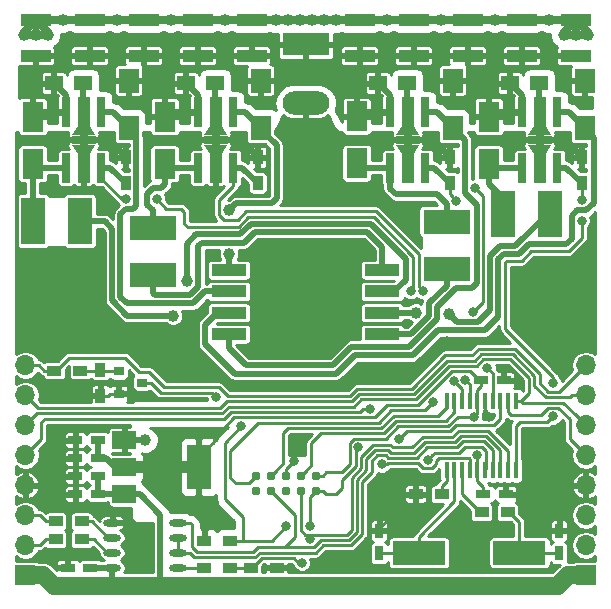
<source format=gtl>
G04 #@! TF.GenerationSoftware,KiCad,Pcbnew,(2017-05-08 revision d4e41c4f9)-makepkg*
G04 #@! TF.CreationDate,2017-05-10T16:58:57+02:00*
G04 #@! TF.ProjectId,led_pixel_stm32f030,6C65645F706978656C5F73746D333266,rev?*
G04 #@! TF.FileFunction,Copper,L1,Top,Signal*
G04 #@! TF.FilePolarity,Positive*
%FSLAX46Y46*%
G04 Gerber Fmt 4.6, Leading zero omitted, Abs format (unit mm)*
G04 Created by KiCad (PCBNEW (2017-05-08 revision d4e41c4f9)-makepkg) date 05/10/17 16:58:57*
%MOMM*%
%LPD*%
G01*
G04 APERTURE LIST*
%ADD10C,0.100000*%
%ADD11C,0.787400*%
%ADD12R,2.000000X4.000000*%
%ADD13R,0.900000X0.800000*%
%ADD14R,1.200000X0.750000*%
%ADD15R,0.750000X1.200000*%
%ADD16R,1.500000X1.250000*%
%ADD17R,1.800000X2.500000*%
%ADD18R,3.000000X1.000000*%
%ADD19O,3.960000X1.980000*%
%ADD20R,3.960000X1.980000*%
%ADD21R,4.000000X2.000000*%
%ADD22R,1.200000X0.900000*%
%ADD23R,0.900000X1.200000*%
%ADD24R,1.700000X2.000000*%
%ADD25R,0.450000X1.450000*%
%ADD26O,1.473200X0.609600*%
%ADD27R,2.000000X1.500000*%
%ADD28R,2.000000X3.800000*%
%ADD29C,0.750000*%
%ADD30R,0.700000X2.500000*%
%ADD31R,1.000000X2.500000*%
%ADD32R,2.000000X0.800000*%
%ADD33R,4.500000X2.000000*%
%ADD34O,1.700000X1.700000*%
%ADD35R,1.700000X1.700000*%
%ADD36R,2.500000X1.000000*%
%ADD37C,6.400000*%
%ADD38C,0.600000*%
%ADD39C,0.800000*%
%ADD40C,1.000000*%
%ADD41C,0.250000*%
%ADD42C,1.000000*%
%ADD43C,0.500000*%
%ADD44C,0.700000*%
%ADD45C,1.500000*%
%ADD46C,0.254000*%
G04 APERTURE END LIST*
D10*
D11*
X147066000Y-114681000D03*
X145796000Y-114681000D03*
X145796000Y-115951000D03*
X147066000Y-115951000D03*
X150876000Y-114681000D03*
X150876000Y-115951000D03*
X149606000Y-114681000D03*
X149606000Y-115951000D03*
X148336000Y-115951000D03*
X148336000Y-114681000D03*
D12*
X130918000Y-93142000D03*
X126918000Y-93142000D03*
D13*
X136166400Y-106807200D03*
X134166400Y-107757200D03*
X134166400Y-105857200D03*
D14*
X129873000Y-122479000D03*
X131773000Y-122479000D03*
X164861200Y-106603800D03*
X166761200Y-106603800D03*
X166954500Y-116256000D03*
X165054500Y-116256000D03*
D15*
X156223000Y-119370000D03*
X156223000Y-121270000D03*
X171463000Y-121270000D03*
X171463000Y-119370000D03*
D14*
X132408000Y-114732000D03*
X130508000Y-114732000D03*
X130508000Y-116256000D03*
X132408000Y-116256000D03*
X130508000Y-113208000D03*
X132408000Y-113208000D03*
X132408000Y-111684000D03*
X130508000Y-111684000D03*
D16*
X169792000Y-81458000D03*
X167292000Y-81458000D03*
X142360000Y-81458000D03*
X139860000Y-81458000D03*
X156116000Y-81458000D03*
X158616000Y-81458000D03*
X131184000Y-81458000D03*
X128684000Y-81458000D03*
D17*
X165494000Y-84284000D03*
X165494000Y-88284000D03*
X138062000Y-88284000D03*
X138062000Y-84284000D03*
X154318000Y-88258600D03*
X154318000Y-84258600D03*
X126886000Y-84284000D03*
X126886000Y-88284000D03*
D18*
X156500000Y-99100000D03*
X143500000Y-99100000D03*
X156500000Y-97300000D03*
X156500000Y-100900000D03*
X156500000Y-102700000D03*
X143500000Y-102700000D03*
X143500000Y-100900000D03*
X143500000Y-97300000D03*
D19*
X150000000Y-83156000D03*
D20*
X150000000Y-78156000D03*
D12*
X166669000Y-92507000D03*
X170669000Y-92507000D03*
D21*
X137046000Y-97682000D03*
X137046000Y-93682000D03*
X161938000Y-93174000D03*
X161938000Y-97174000D03*
D22*
X159314000Y-116256000D03*
X161514000Y-116256000D03*
X141407000Y-120193000D03*
X143607000Y-120193000D03*
X130932400Y-105791200D03*
X128732400Y-105791200D03*
D23*
X132626400Y-105707200D03*
X132626400Y-107907200D03*
D22*
X143607000Y-122479000D03*
X141407000Y-122479000D03*
X128834000Y-120066000D03*
X131034000Y-120066000D03*
X145344000Y-122479000D03*
X147544000Y-122479000D03*
X128834000Y-118542000D03*
X131034000Y-118542000D03*
D24*
X173622000Y-85236000D03*
X173622000Y-81236000D03*
X146190000Y-81236000D03*
X146190000Y-85236000D03*
X162446000Y-81236000D03*
X162446000Y-85236000D03*
X135014000Y-85236000D03*
X135014000Y-81236000D03*
D23*
X173368000Y-87724000D03*
X173368000Y-89924000D03*
X145936000Y-87724000D03*
X145936000Y-89924000D03*
X162192000Y-89924000D03*
X162192000Y-87724000D03*
X134760000Y-89924000D03*
X134760000Y-87724000D03*
D25*
X161934000Y-108353000D03*
X162584000Y-108353000D03*
X163234000Y-108353000D03*
X163884000Y-108353000D03*
X164534000Y-108353000D03*
X165184000Y-108353000D03*
X165834000Y-108353000D03*
X166484000Y-108353000D03*
X167134000Y-108353000D03*
X167784000Y-108353000D03*
X167784000Y-114253000D03*
X167134000Y-114253000D03*
X166484000Y-114253000D03*
X165834000Y-114253000D03*
X165184000Y-114253000D03*
X164534000Y-114253000D03*
X163884000Y-114253000D03*
X163234000Y-114253000D03*
X162584000Y-114253000D03*
X161934000Y-114253000D03*
D26*
X133617000Y-122479000D03*
X133617000Y-121209000D03*
X133617000Y-119939000D03*
X133617000Y-118669000D03*
X139205000Y-118669000D03*
X139205000Y-119939000D03*
X139205000Y-121209000D03*
X139205000Y-122479000D03*
D27*
X134658000Y-111670000D03*
X134658000Y-116270000D03*
X134658000Y-113970000D03*
D28*
X140958000Y-113970000D03*
D29*
X169812000Y-85504000D03*
D10*
G36*
X168812000Y-85879000D02*
X169312000Y-85129000D01*
X170312000Y-85129000D01*
X170812000Y-85879000D01*
X168812000Y-85879000D01*
X168812000Y-85879000D01*
G37*
D30*
X168312000Y-83934000D03*
X171312000Y-83934000D03*
X168312000Y-88634000D03*
D31*
X169812000Y-88634000D03*
D30*
X171312000Y-88634000D03*
D31*
X169812000Y-83934000D03*
D29*
X169812000Y-87064000D03*
D10*
G36*
X170812000Y-86689000D02*
X170312000Y-87439000D01*
X169312000Y-87439000D01*
X168812000Y-86689000D01*
X170812000Y-86689000D01*
X170812000Y-86689000D01*
G37*
D32*
X169812000Y-86284000D03*
D29*
X142380000Y-85504000D03*
D10*
G36*
X141380000Y-85879000D02*
X141880000Y-85129000D01*
X142880000Y-85129000D01*
X143380000Y-85879000D01*
X141380000Y-85879000D01*
X141380000Y-85879000D01*
G37*
D30*
X140880000Y-83934000D03*
X143880000Y-83934000D03*
X140880000Y-88634000D03*
D31*
X142380000Y-88634000D03*
D30*
X143880000Y-88634000D03*
D31*
X142380000Y-83934000D03*
D29*
X142380000Y-87064000D03*
D10*
G36*
X143380000Y-86689000D02*
X142880000Y-87439000D01*
X141880000Y-87439000D01*
X141380000Y-86689000D01*
X143380000Y-86689000D01*
X143380000Y-86689000D01*
G37*
D32*
X142380000Y-86284000D03*
D29*
X158636000Y-85504000D03*
D10*
G36*
X157636000Y-85879000D02*
X158136000Y-85129000D01*
X159136000Y-85129000D01*
X159636000Y-85879000D01*
X157636000Y-85879000D01*
X157636000Y-85879000D01*
G37*
D30*
X157136000Y-83934000D03*
X160136000Y-83934000D03*
X157136000Y-88634000D03*
D31*
X158636000Y-88634000D03*
D30*
X160136000Y-88634000D03*
D31*
X158636000Y-83934000D03*
D29*
X158636000Y-87064000D03*
D10*
G36*
X159636000Y-86689000D02*
X159136000Y-87439000D01*
X158136000Y-87439000D01*
X157636000Y-86689000D01*
X159636000Y-86689000D01*
X159636000Y-86689000D01*
G37*
D32*
X158636000Y-86284000D03*
D29*
X131204000Y-85504000D03*
D10*
G36*
X130204000Y-85879000D02*
X130704000Y-85129000D01*
X131704000Y-85129000D01*
X132204000Y-85879000D01*
X130204000Y-85879000D01*
X130204000Y-85879000D01*
G37*
D30*
X129704000Y-83934000D03*
X132704000Y-83934000D03*
X129704000Y-88634000D03*
D31*
X131204000Y-88634000D03*
D30*
X132704000Y-88634000D03*
D31*
X131204000Y-83934000D03*
D29*
X131204000Y-87064000D03*
D10*
G36*
X132204000Y-86689000D02*
X131704000Y-87439000D01*
X130704000Y-87439000D01*
X130204000Y-86689000D01*
X132204000Y-86689000D01*
X132204000Y-86689000D01*
G37*
D32*
X131204000Y-86284000D03*
D33*
X168093000Y-121209000D03*
X159593000Y-121209000D03*
D22*
X164902000Y-117780000D03*
X167102000Y-117780000D03*
D34*
X126270000Y-105334000D03*
X126270000Y-107874000D03*
X126270000Y-110414000D03*
X126270000Y-112954000D03*
X126270000Y-115494000D03*
X126270000Y-118034000D03*
X126270000Y-120574000D03*
D35*
X126270000Y-123114000D03*
X173730000Y-123114000D03*
D34*
X173730000Y-120574000D03*
X173730000Y-118034000D03*
X173730000Y-115494000D03*
X173730000Y-112954000D03*
X173730000Y-110414000D03*
X173730000Y-107874000D03*
X173730000Y-105334000D03*
D36*
X127140000Y-79148000D03*
X127140000Y-76148000D03*
X131712000Y-76148000D03*
X131712000Y-79148000D03*
X136284000Y-76148000D03*
X136284000Y-79148000D03*
X140856000Y-76148000D03*
X140856000Y-79148000D03*
X145428000Y-76148000D03*
X145428000Y-79148000D03*
X154572000Y-79148000D03*
X154572000Y-76148000D03*
X159144000Y-79148000D03*
X159144000Y-76148000D03*
X163716000Y-79148000D03*
X163716000Y-76148000D03*
X168288000Y-79148000D03*
X168288000Y-76148000D03*
X172860000Y-76148000D03*
X172860000Y-79148000D03*
D37*
X129000000Y-100000000D03*
D38*
X131400000Y-100000000D03*
X130697056Y-101697056D03*
X129000000Y-102400000D03*
X127302944Y-101697056D03*
X126600000Y-100000000D03*
X127302944Y-98302944D03*
X129000000Y-97600000D03*
X130697056Y-98302944D03*
X172697056Y-98302944D03*
X171000000Y-97600000D03*
X169302944Y-98302944D03*
X168600000Y-100000000D03*
X169302944Y-101697056D03*
X171000000Y-102400000D03*
X172697056Y-101697056D03*
X173400000Y-100000000D03*
D37*
X171000000Y-100000000D03*
D39*
X164541491Y-112954012D03*
X164224000Y-109688990D03*
X166916400Y-111099800D03*
X132220000Y-103048000D03*
X133109000Y-103048000D03*
X133998000Y-103048000D03*
X134887000Y-103048000D03*
X135776000Y-103048000D03*
X136665000Y-103048000D03*
X137554000Y-103048000D03*
X138443000Y-103048000D03*
X139332000Y-103048000D03*
X139967000Y-103683000D03*
X140602000Y-104318000D03*
X141237000Y-104953000D03*
X141872000Y-105588000D03*
X142507000Y-106223000D03*
X143776943Y-107010809D03*
X144666000Y-107010811D03*
X145555000Y-107010811D03*
X146444000Y-107010811D03*
X147333000Y-107010811D03*
X148222000Y-107010811D03*
X149111000Y-107010811D03*
X166637000Y-103175000D03*
X165621000Y-103175000D03*
X161938000Y-103302000D03*
X161303000Y-103937000D03*
X160668000Y-104572000D03*
X160033000Y-105207000D03*
X159271000Y-105715000D03*
X158382000Y-105715000D03*
X157493000Y-105715000D03*
X156604000Y-105715000D03*
X155715000Y-105715000D03*
X154826000Y-105715000D03*
X154191000Y-106350000D03*
X153556000Y-106985000D03*
X152667168Y-106985676D03*
X151778000Y-107010811D03*
X150889000Y-107010811D03*
X150000000Y-107010811D03*
D40*
X146444000Y-102032000D03*
X146444000Y-101016000D03*
X146444000Y-100000000D03*
X146444000Y-98984000D03*
X146444000Y-97968000D03*
X153556000Y-98984000D03*
X153556000Y-97968000D03*
X153556000Y-100000000D03*
X153556000Y-101016000D03*
X153556000Y-102032000D03*
X147333000Y-102540000D03*
X147333000Y-101524000D03*
X147333000Y-100508000D03*
X147333000Y-99492000D03*
X147333000Y-98476000D03*
X147333000Y-97460000D03*
X152667000Y-97460000D03*
X152667000Y-98476000D03*
X152667000Y-99492000D03*
X152667000Y-100508000D03*
X152667000Y-101524000D03*
X152667000Y-102540000D03*
X151778000Y-103048000D03*
X151778000Y-102032000D03*
X151778000Y-101016000D03*
X151778000Y-100000000D03*
X151778000Y-98984000D03*
X151778000Y-97968000D03*
X151778000Y-96952000D03*
X148222000Y-103048000D03*
X148222000Y-102032000D03*
X148222000Y-101016000D03*
X148222000Y-100000000D03*
X148222000Y-98984000D03*
X148222000Y-97968000D03*
X148222000Y-96952000D03*
X149111000Y-96444000D03*
X149111000Y-97460000D03*
X149111000Y-98476000D03*
X149111000Y-99492000D03*
X149111000Y-100508000D03*
X149111000Y-101524000D03*
X149111000Y-102540000D03*
X149111000Y-103556000D03*
X150889000Y-103556000D03*
X150889000Y-102540006D03*
X150889000Y-101524000D03*
X150889000Y-100508000D03*
X150889000Y-99492000D03*
X150889000Y-98476000D03*
X150889000Y-97460000D03*
X150889000Y-96444000D03*
X150000000Y-104064000D03*
X150000000Y-103048000D03*
X150000000Y-102032000D03*
X150000000Y-101016000D03*
X150000000Y-95936000D03*
X150000000Y-96952000D03*
X150000000Y-97968000D03*
X150000000Y-98984000D03*
X150000000Y-100000000D03*
D39*
X135026400Y-118668800D03*
X167970198Y-106603800D03*
X149047200Y-113436400D03*
X131318000Y-107899200D03*
X148730000Y-122479000D03*
X129883200Y-121437600D03*
D40*
X171844000Y-77394000D03*
X173876000Y-77394000D03*
X172860000Y-77394000D03*
X128156000Y-77394000D03*
X126124000Y-77394000D03*
X127140000Y-77394000D03*
X152540000Y-76148000D03*
X151524000Y-76148000D03*
X150508000Y-76148000D03*
X149492000Y-76148000D03*
X148476000Y-76148000D03*
X147460000Y-76148000D03*
X170574000Y-76124000D03*
X166002000Y-76124000D03*
X161430000Y-76124000D03*
X156858000Y-76124000D03*
X143142000Y-76124000D03*
X138570000Y-76124000D03*
X133998000Y-76124000D03*
X129426000Y-76124000D03*
X136411000Y-111684000D03*
D39*
X157366000Y-118097500D03*
X165494000Y-109688990D03*
X159334500Y-117589500D03*
X168224500Y-116256000D03*
X171463000Y-118034000D03*
X129299000Y-111684000D03*
X129299000Y-113208000D03*
X129299000Y-114732000D03*
X129299000Y-116256000D03*
D40*
X171336000Y-86284000D03*
X168288000Y-86284000D03*
X169812000Y-86284000D03*
X157112000Y-86284000D03*
X160160000Y-86284000D03*
X158636000Y-86284000D03*
X131204000Y-86284000D03*
X132728000Y-86284000D03*
X143904000Y-86284000D03*
X140856000Y-86284000D03*
X129680000Y-86284000D03*
X142380000Y-86284000D03*
D39*
X150328845Y-120032635D03*
X149669800Y-122047200D03*
X156451600Y-113741400D03*
X154473923Y-112271731D03*
X142417800Y-108026200D03*
X144564825Y-110482243D03*
X148373000Y-118973600D03*
X150331000Y-118968947D03*
X160764267Y-108477084D03*
X160323915Y-113351972D03*
D40*
X143510000Y-95910400D03*
X143510000Y-92227400D03*
X162166418Y-101013069D03*
X159308800Y-100888800D03*
X139967000Y-98222000D03*
X138760200Y-101142800D03*
D39*
X157937661Y-111555847D03*
X155435600Y-109017000D03*
X173368000Y-93091200D03*
X173380400Y-91338400D03*
X170942000Y-109683245D03*
X170941994Y-106883200D03*
X163526697Y-106578400D03*
X159893000Y-99060002D03*
X164338000Y-90322400D03*
X162770162Y-91395994D03*
X164166441Y-100838000D03*
X165379400Y-105562399D03*
X162534915Y-106706436D03*
X158892989Y-99059990D03*
X137388600Y-91262202D03*
X134747000Y-91262200D03*
D41*
X164861200Y-106603800D02*
X164636200Y-106603800D01*
X156778517Y-111546730D02*
X154125922Y-111546730D01*
X157822314Y-110502933D02*
X156778517Y-111546730D01*
X156898915Y-108702889D02*
X155855118Y-109746686D01*
X162869032Y-109688990D02*
X162055089Y-110502933D01*
X159513143Y-108702889D02*
X156898915Y-108702889D01*
X164636200Y-106603800D02*
X163885798Y-105853398D01*
X151712175Y-114401600D02*
X151432775Y-114681000D01*
X142208000Y-111820000D02*
X140958000Y-113070000D01*
X163885798Y-105853398D02*
X162362634Y-105853398D01*
X153048200Y-114401600D02*
X151712175Y-114401600D01*
X140958000Y-113070000D02*
X140958000Y-113970000D01*
X162055089Y-110502933D02*
X157822314Y-110502933D01*
X153748922Y-113700878D02*
X153048200Y-114401600D01*
X162362634Y-105853398D02*
X159513143Y-108702889D01*
X153748922Y-111923730D02*
X153748922Y-113700878D01*
X155855118Y-109746686D02*
X143933550Y-109746686D01*
X143933550Y-109746686D02*
X142208000Y-111472236D01*
X151432775Y-114681000D02*
X150876000Y-114681000D01*
X164224000Y-109688990D02*
X162869032Y-109688990D01*
X154125922Y-111546730D02*
X153748922Y-111923730D01*
X142208000Y-111472236D02*
X142208000Y-111820000D01*
X164534000Y-112961503D02*
X164541491Y-112954012D01*
X164534000Y-114253000D02*
X164534000Y-112961503D01*
X164534000Y-108353000D02*
X164534000Y-107449200D01*
X164534000Y-107449200D02*
X164861200Y-107122000D01*
X164861200Y-107122000D02*
X164861200Y-106603800D01*
X140958000Y-118263000D02*
X141407000Y-118712000D01*
X141407000Y-118712000D02*
X141407000Y-119493000D01*
X141407000Y-119493000D02*
X141407000Y-120193000D01*
X140958000Y-113970000D02*
X140958000Y-118263000D01*
X164534000Y-109378990D02*
X164224000Y-109688990D01*
X164534000Y-108353000D02*
X164534000Y-109378990D01*
X165054500Y-116256000D02*
X165054500Y-115631000D01*
X164534000Y-115110500D02*
X164534000Y-114253000D01*
X165054500Y-115631000D02*
X164534000Y-115110500D01*
D42*
X134658000Y-113970000D02*
X140958000Y-113970000D01*
D43*
X133109000Y-113208000D02*
X133871000Y-113970000D01*
X133871000Y-113970000D02*
X134658000Y-113970000D01*
X132408000Y-113208000D02*
X133109000Y-113208000D01*
X132408000Y-113208000D02*
X132408000Y-111684000D01*
X135026400Y-118668800D02*
X135426399Y-119068799D01*
X135426399Y-119068799D02*
X135426399Y-120097399D01*
D41*
X133998000Y-103048000D02*
X133109000Y-103048000D01*
X135776000Y-103048000D02*
X134887000Y-103048000D01*
X137554000Y-103048000D02*
X136665000Y-103048000D01*
X139332000Y-103048000D02*
X138443000Y-103048000D01*
X140602000Y-104318000D02*
X139967000Y-103683000D01*
X141872000Y-105588000D02*
X141237000Y-104953000D01*
X144666000Y-107010811D02*
X143776945Y-107010811D01*
X143776945Y-107010811D02*
X143776943Y-107010809D01*
X146444000Y-107010811D02*
X145555000Y-107010811D01*
X148222000Y-107010811D02*
X147333000Y-107010811D01*
X150000000Y-107010811D02*
X149111000Y-107010811D01*
X161938000Y-103302000D02*
X165494000Y-103302000D01*
X165494000Y-103302000D02*
X165621000Y-103175000D01*
X161303000Y-103937000D02*
X161938000Y-103302000D01*
X160033000Y-105207000D02*
X160668000Y-104572000D01*
X158382000Y-105715000D02*
X159271000Y-105715000D01*
X156604000Y-105715000D02*
X157493000Y-105715000D01*
X154826000Y-105715000D02*
X155715000Y-105715000D01*
X153556000Y-106985000D02*
X154191000Y-106350000D01*
X151778000Y-107010811D02*
X152642033Y-107010811D01*
X152642033Y-107010811D02*
X152667168Y-106985676D01*
X150000000Y-107010811D02*
X150889000Y-107010811D01*
X146444000Y-101016000D02*
X146444000Y-102032000D01*
X146444000Y-98984000D02*
X146444000Y-100000000D01*
X148222000Y-97968000D02*
X146444000Y-97968000D01*
X153556000Y-100000000D02*
X153556000Y-98984000D01*
X153556000Y-102032000D02*
X153556000Y-101016000D01*
X147333000Y-101524000D02*
X147333000Y-102540000D01*
X147333000Y-99492000D02*
X147333000Y-100508000D01*
X147333000Y-97460000D02*
X147333000Y-98476000D01*
X152667000Y-98476000D02*
X152667000Y-97460000D01*
X152667000Y-100508000D02*
X152667000Y-99492000D01*
X152667000Y-102540000D02*
X152667000Y-101524000D01*
X151778000Y-101016000D02*
X151778000Y-102032000D01*
X151778000Y-98984000D02*
X151778000Y-100000000D01*
X151778000Y-96952000D02*
X151778000Y-97968000D01*
X148222000Y-102032000D02*
X148222000Y-103048000D01*
X148222000Y-100000000D02*
X148222000Y-101016000D01*
X148222000Y-97968000D02*
X148222000Y-98984000D01*
X149111000Y-96444000D02*
X148730000Y-96444000D01*
X148730000Y-96444000D02*
X148222000Y-96952000D01*
X149111000Y-98476000D02*
X149111000Y-97460000D01*
X149111000Y-100508000D02*
X149111000Y-99492000D01*
X149111000Y-102540000D02*
X149111000Y-101524000D01*
X150889000Y-103556000D02*
X149111000Y-103556000D01*
X150889000Y-101524000D02*
X150889000Y-102540006D01*
X150889000Y-99492000D02*
X150889000Y-100508000D01*
X150889000Y-97460000D02*
X150889000Y-98476000D01*
X150000000Y-95936000D02*
X150381000Y-95936000D01*
X150381000Y-95936000D02*
X150889000Y-96444000D01*
D43*
X133617000Y-118669000D02*
X135026200Y-118669000D01*
X135026200Y-118669000D02*
X135026400Y-118668800D01*
D41*
X149047200Y-113436400D02*
X149047200Y-112870715D01*
X149047200Y-112870715D02*
X149034800Y-112858315D01*
X166761200Y-106603800D02*
X167970198Y-106603800D01*
X148336000Y-114681000D02*
X148336000Y-114147600D01*
X148336000Y-114147600D02*
X149047200Y-113436400D01*
X132626400Y-107907200D02*
X131326000Y-107907200D01*
X131326000Y-107907200D02*
X131318000Y-107899200D01*
X147544000Y-122479000D02*
X148730000Y-122479000D01*
X129873000Y-122479000D02*
X129873000Y-121447800D01*
X129873000Y-121447800D02*
X129883200Y-121437600D01*
D44*
X128156000Y-77394000D02*
X126124000Y-77394000D01*
X128156000Y-77394000D02*
X128156000Y-77164000D01*
X128156000Y-77164000D02*
X127140000Y-76148000D01*
X126124000Y-77394000D02*
X126124000Y-77164000D01*
X126124000Y-77164000D02*
X127140000Y-76148000D01*
X171844000Y-77394000D02*
X173876000Y-77394000D01*
X171844000Y-77394000D02*
X171844000Y-77164000D01*
X171844000Y-77164000D02*
X172860000Y-76148000D01*
X173876000Y-77394000D02*
X173876000Y-77164000D01*
X173876000Y-77164000D02*
X172860000Y-76148000D01*
X172860000Y-76148000D02*
X172860000Y-77394000D01*
X172860000Y-76148000D02*
X170598000Y-76148000D01*
X170598000Y-76148000D02*
X170574000Y-76124000D01*
X168288000Y-76148000D02*
X170550000Y-76148000D01*
X170550000Y-76148000D02*
X170574000Y-76124000D01*
X168288000Y-76148000D02*
X166026000Y-76148000D01*
X166026000Y-76148000D02*
X166002000Y-76124000D01*
X163716000Y-76148000D02*
X165978000Y-76148000D01*
X165978000Y-76148000D02*
X166002000Y-76124000D01*
X163716000Y-76148000D02*
X161454000Y-76148000D01*
X161454000Y-76148000D02*
X161430000Y-76124000D01*
X159144000Y-76148000D02*
X161406000Y-76148000D01*
X161406000Y-76148000D02*
X161430000Y-76124000D01*
X159144000Y-76148000D02*
X156882000Y-76148000D01*
X156882000Y-76148000D02*
X156858000Y-76124000D01*
X154572000Y-76148000D02*
X156834000Y-76148000D01*
X156834000Y-76148000D02*
X156858000Y-76124000D01*
X154572000Y-76148000D02*
X152540000Y-76148000D01*
X152540000Y-76148000D02*
X151524000Y-76148000D01*
X150508000Y-76148000D02*
X151524000Y-76148000D01*
X149492000Y-76148000D02*
X150508000Y-76148000D01*
X148476000Y-76148000D02*
X149492000Y-76148000D01*
X147460000Y-76148000D02*
X148476000Y-76148000D01*
X145428000Y-76148000D02*
X147460000Y-76148000D01*
X145428000Y-76148000D02*
X143166000Y-76148000D01*
X143166000Y-76148000D02*
X143142000Y-76124000D01*
X140856000Y-76148000D02*
X143118000Y-76148000D01*
X143118000Y-76148000D02*
X143142000Y-76124000D01*
X140856000Y-76148000D02*
X138594000Y-76148000D01*
X138594000Y-76148000D02*
X138570000Y-76124000D01*
X136284000Y-76148000D02*
X138546000Y-76148000D01*
X138546000Y-76148000D02*
X138570000Y-76124000D01*
X136284000Y-76148000D02*
X134022000Y-76148000D01*
X134022000Y-76148000D02*
X133998000Y-76124000D01*
X131712000Y-76148000D02*
X133974000Y-76148000D01*
X133974000Y-76148000D02*
X133998000Y-76124000D01*
X131712000Y-76148000D02*
X129450000Y-76148000D01*
X129450000Y-76148000D02*
X129426000Y-76124000D01*
X127140000Y-76148000D02*
X129402000Y-76148000D01*
X129402000Y-76148000D02*
X129426000Y-76124000D01*
D43*
X172860000Y-77394000D02*
X171844000Y-77394000D01*
X172860000Y-77394000D02*
X173876000Y-77394000D01*
X127140000Y-77394000D02*
X128156000Y-77394000D01*
X127140000Y-77394000D02*
X126124000Y-77394000D01*
X127140000Y-76148000D02*
X127140000Y-77394000D01*
X134658000Y-111670000D02*
X136397000Y-111670000D01*
X136397000Y-111670000D02*
X136411000Y-111684000D01*
X169812000Y-87064000D02*
X169812000Y-86284000D01*
X169812000Y-85504000D02*
X169812000Y-86284000D01*
X158636000Y-85504000D02*
X158636000Y-86284000D01*
X142380000Y-85504000D02*
X142380000Y-86284000D01*
X131204000Y-85504000D02*
X131204000Y-86284000D01*
X131204000Y-87064000D02*
X131204000Y-86284000D01*
X131204000Y-88634000D02*
X131204000Y-86284000D01*
X142380000Y-88634000D02*
X142380000Y-86284000D01*
X158636000Y-88634000D02*
X158636000Y-86284000D01*
X169812000Y-83934000D02*
X169812000Y-86284000D01*
X158636000Y-83934000D02*
X158636000Y-86284000D01*
X142380000Y-83934000D02*
X142380000Y-86284000D01*
X131204000Y-83934000D02*
X131204000Y-86284000D01*
D41*
X157270500Y-118097500D02*
X157366000Y-118097500D01*
X156223000Y-119145000D02*
X157270500Y-118097500D01*
X156223000Y-119370000D02*
X156223000Y-119145000D01*
X165184000Y-109378990D02*
X165494000Y-109688990D01*
X165184000Y-108353000D02*
X165184000Y-109378990D01*
X159314000Y-116256000D02*
X159314000Y-117569000D01*
X159314000Y-117569000D02*
X159334500Y-117589500D01*
X166954500Y-116256000D02*
X168224500Y-116256000D01*
X133273400Y-107950200D02*
X132669400Y-107950200D01*
X132669400Y-107950200D02*
X132626400Y-107907200D01*
X134166400Y-107757200D02*
X133466400Y-107757200D01*
X133466400Y-107757200D02*
X133273400Y-107950200D01*
X171463000Y-119370000D02*
X171463000Y-118034000D01*
X130508000Y-111684000D02*
X129299000Y-111684000D01*
X130508000Y-113208000D02*
X129299000Y-113208000D01*
X130508000Y-114732000D02*
X129299000Y-114732000D01*
X130508000Y-116256000D02*
X129299000Y-116256000D01*
D43*
X171928000Y-86284000D02*
X171336000Y-86284000D01*
X169812000Y-86284000D02*
X171336000Y-86284000D01*
X169812000Y-86284000D02*
X168288000Y-86284000D01*
X158636000Y-86284000D02*
X157112000Y-86284000D01*
X160160000Y-86284000D02*
X160752000Y-86284000D01*
X158636000Y-86284000D02*
X160160000Y-86284000D01*
X143904000Y-86284000D02*
X144496000Y-86284000D01*
X142380000Y-86284000D02*
X143904000Y-86284000D01*
X142380000Y-86284000D02*
X140856000Y-86284000D01*
X133320000Y-86284000D02*
X132728000Y-86284000D01*
X132728000Y-86284000D02*
X131204000Y-86284000D01*
X131204000Y-86284000D02*
X129680000Y-86284000D01*
X144496000Y-86284000D02*
X145936000Y-87724000D01*
X160752000Y-86284000D02*
X162192000Y-87724000D01*
X134760000Y-87724000D02*
X133320000Y-86284000D01*
X173368000Y-87724000D02*
X171928000Y-86284000D01*
X169792000Y-81458000D02*
X169792000Y-83914000D01*
X169792000Y-83914000D02*
X169812000Y-83934000D01*
X158616000Y-81458000D02*
X158616000Y-83914000D01*
X158616000Y-83914000D02*
X158636000Y-83934000D01*
X142360000Y-81458000D02*
X142360000Y-83914000D01*
X142360000Y-83914000D02*
X142380000Y-83934000D01*
X131184000Y-81458000D02*
X131184000Y-83914000D01*
X131184000Y-83914000D02*
X131204000Y-83934000D01*
D41*
X159593000Y-121209000D02*
X156284000Y-121209000D01*
X156284000Y-121209000D02*
X156223000Y-121270000D01*
X162584000Y-116880000D02*
X159593000Y-119871000D01*
X159593000Y-119871000D02*
X159593000Y-121209000D01*
X162584000Y-114253000D02*
X162584000Y-116880000D01*
X168093000Y-121209000D02*
X171402000Y-121209000D01*
X171402000Y-121209000D02*
X171463000Y-121270000D01*
X168093000Y-121209000D02*
X168093000Y-118621000D01*
X168093000Y-118621000D02*
X167252000Y-117780000D01*
X167252000Y-117780000D02*
X167102000Y-117780000D01*
D45*
X134633000Y-124003000D02*
X137668000Y-124003000D01*
X137668000Y-124003000D02*
X171336000Y-124003000D01*
D43*
X135955000Y-116270000D02*
X137668000Y-117983000D01*
X137668000Y-117983000D02*
X137668000Y-124003000D01*
X134658000Y-116270000D02*
X135955000Y-116270000D01*
X132408000Y-116256000D02*
X134644000Y-116256000D01*
X134644000Y-116256000D02*
X134658000Y-116270000D01*
X132408000Y-114732000D02*
X132408000Y-116256000D01*
D45*
X132855000Y-124003000D02*
X133744000Y-124003000D01*
X133744000Y-124003000D02*
X134633000Y-124003000D01*
D43*
X133617000Y-122479000D02*
X133617000Y-123876000D01*
X133617000Y-123876000D02*
X133744000Y-124003000D01*
X131773000Y-122479000D02*
X133617000Y-122479000D01*
D45*
X171336000Y-124003000D02*
X172225000Y-123114000D01*
X172225000Y-123114000D02*
X173730000Y-123114000D01*
X126270000Y-123114000D02*
X127775000Y-123114000D01*
X127775000Y-123114000D02*
X128664000Y-124003000D01*
X128664000Y-124003000D02*
X132855000Y-124003000D01*
D43*
X132916000Y-123942000D02*
X132855000Y-124003000D01*
X168312000Y-83934000D02*
X165844000Y-83934000D01*
X165844000Y-83934000D02*
X165494000Y-84284000D01*
X157136000Y-83934000D02*
X154642600Y-83934000D01*
X154642600Y-83934000D02*
X154318000Y-84258600D01*
X129704000Y-83934000D02*
X129704000Y-82478000D01*
X129704000Y-82478000D02*
X128684000Y-81458000D01*
X129704000Y-83934000D02*
X127236000Y-83934000D01*
X127236000Y-83934000D02*
X126886000Y-84284000D01*
X140880000Y-83934000D02*
X138412000Y-83934000D01*
X138412000Y-83934000D02*
X138062000Y-84284000D01*
X140880000Y-83934000D02*
X140880000Y-82478000D01*
X140880000Y-82478000D02*
X139860000Y-81458000D01*
X157136000Y-83934000D02*
X157136000Y-82478000D01*
X157136000Y-82478000D02*
X156116000Y-81458000D01*
X168312000Y-83934000D02*
X168312000Y-82478000D01*
X168312000Y-82478000D02*
X167292000Y-81458000D01*
D41*
X153886200Y-114856178D02*
X153886199Y-119278601D01*
X167134000Y-114253000D02*
X167134000Y-112564268D01*
X155705398Y-112065576D02*
X154699577Y-113071397D01*
X157375603Y-112294177D02*
X157147002Y-112065576D01*
X162427889Y-111402955D02*
X159907645Y-111402955D01*
X165448704Y-110878970D02*
X162951874Y-110878970D01*
X157147002Y-112065576D02*
X155705398Y-112065576D01*
X167134000Y-112564268D02*
X165448704Y-110878970D01*
X153886199Y-119278601D02*
X153470852Y-119693948D01*
X154699577Y-114042802D02*
X153886200Y-114856178D01*
X154699577Y-113071397D02*
X154699577Y-114042802D01*
X162951874Y-110878970D02*
X162427889Y-111402955D01*
X159016423Y-112294177D02*
X157375603Y-112294177D01*
X159907645Y-111402955D02*
X159016423Y-112294177D01*
X153470852Y-119693948D02*
X150355600Y-119693948D01*
X150355600Y-120005880D02*
X150328845Y-120032635D01*
X150355600Y-119693948D02*
X150355600Y-120005880D01*
X145344000Y-122479000D02*
X145494000Y-122479000D01*
X145494000Y-122479000D02*
X146269001Y-121703999D01*
X146269001Y-121703999D02*
X149028001Y-121703999D01*
X149028001Y-121703999D02*
X149371202Y-122047200D01*
X149371202Y-122047200D02*
X149669800Y-122047200D01*
X149982999Y-119693948D02*
X150355600Y-119693948D01*
X149606000Y-115951000D02*
X149606000Y-119316949D01*
X149606000Y-119316949D02*
X149982999Y-119693948D01*
X143607000Y-122479000D02*
X145344000Y-122479000D01*
X145217000Y-122479000D02*
X145367000Y-122479000D01*
X162584000Y-109328000D02*
X161859078Y-110052922D01*
X161859078Y-110052922D02*
X157635914Y-110052922D01*
X151323881Y-111096719D02*
X150482600Y-111938000D01*
X156592117Y-111096719D02*
X151323881Y-111096719D01*
X150482600Y-111938000D02*
X150482600Y-113804400D01*
X149999699Y-114287301D02*
X149606000Y-114681000D01*
X162584000Y-108353000D02*
X162584000Y-109328000D01*
X150482600Y-113804400D02*
X149999699Y-114287301D01*
X157635914Y-110052922D02*
X156592117Y-111096719D01*
X163884000Y-114253000D02*
X163884000Y-113278000D01*
X163884000Y-113278000D02*
X163808999Y-113202999D01*
X163808999Y-113202999D02*
X161308001Y-113202999D01*
X161308001Y-113202999D02*
X161048916Y-113462084D01*
X159529409Y-113644209D02*
X156955191Y-113644209D01*
X161048916Y-113462084D02*
X161048916Y-113699973D01*
X156955191Y-113644209D02*
X156858000Y-113741400D01*
X161048916Y-113699973D02*
X160671916Y-114076973D01*
X160671916Y-114076973D02*
X159962173Y-114076973D01*
X159962173Y-114076973D02*
X159529409Y-113644209D01*
X156858000Y-113741400D02*
X156451600Y-113741400D01*
X152540200Y-116230400D02*
X153048000Y-115722600D01*
X151712175Y-116230400D02*
X152540200Y-116230400D01*
X151432775Y-115951000D02*
X151712175Y-116230400D01*
X153048000Y-115722600D02*
X153048000Y-115038210D01*
X154249566Y-113836644D02*
X154249566Y-112496088D01*
X154249566Y-112496088D02*
X154473923Y-112271731D01*
X150876000Y-115951000D02*
X151432775Y-115951000D01*
X153048000Y-115038210D02*
X154249566Y-113836644D01*
X145783600Y-120193000D02*
X144666000Y-120193000D01*
X144666000Y-120193000D02*
X143607000Y-120193000D01*
X144666000Y-118199200D02*
X144666000Y-120193000D01*
X147153600Y-120193000D02*
X145783600Y-120193000D01*
X143154400Y-111892668D02*
X143154400Y-116687600D01*
X143154400Y-116687600D02*
X144666000Y-118199200D01*
X143154400Y-111892668D02*
X143154402Y-115038012D01*
X136866400Y-106807200D02*
X136166400Y-106807200D01*
X137711789Y-107652589D02*
X136866400Y-106807200D01*
X142044189Y-107652589D02*
X137711789Y-107652589D01*
X142417800Y-108026200D02*
X142044189Y-107652589D01*
X144564825Y-110482243D02*
X143154400Y-111892668D01*
X148373000Y-118973600D02*
X147153600Y-120193000D01*
X150876000Y-115951000D02*
X150331000Y-116496000D01*
X150331000Y-116496000D02*
X150331000Y-118968947D01*
X150676846Y-120757636D02*
X148235754Y-120757636D01*
X148235754Y-120757636D02*
X148234400Y-120758990D01*
X149098000Y-119895390D02*
X148374400Y-120618990D01*
X148374400Y-120618990D02*
X148234400Y-120758990D01*
X153657252Y-120143958D02*
X151290524Y-120143958D01*
X151290524Y-120143958D02*
X150676846Y-120757636D01*
X150676846Y-120757636D02*
X148513046Y-120757636D01*
X148513046Y-120757636D02*
X148374400Y-120618990D01*
X154336209Y-119465001D02*
X153657252Y-120143958D01*
X155149588Y-113257797D02*
X155149588Y-114229202D01*
X157189203Y-112744188D02*
X156960602Y-112515587D01*
X160094045Y-111852966D02*
X159202823Y-112744188D01*
X154336211Y-115042578D02*
X154336211Y-116810198D01*
X166484000Y-112550679D02*
X165262304Y-111328981D01*
X162614289Y-111852966D02*
X160094045Y-111852966D01*
X155149588Y-114229202D02*
X154336211Y-115042578D01*
X156960602Y-112515587D02*
X155891798Y-112515587D01*
X163138274Y-111328981D02*
X162614289Y-111852966D01*
X155891798Y-112515587D02*
X155149588Y-113257797D01*
X166484000Y-114253000D02*
X166484000Y-112550679D01*
X165262304Y-111328981D02*
X163138274Y-111328981D01*
X159202823Y-112744188D02*
X157189203Y-112744188D01*
X154336211Y-116810198D02*
X154336209Y-119465001D01*
X147066000Y-115951000D02*
X149098000Y-117983000D01*
X149098000Y-117983000D02*
X149098000Y-119895390D01*
X148234400Y-120758990D02*
X145936000Y-120758990D01*
X145560190Y-121139990D02*
X140759000Y-121139990D01*
X140348000Y-120728990D02*
X140348000Y-118825400D01*
X140759000Y-121139990D02*
X140348000Y-120728990D01*
X140191600Y-118669000D02*
X139205000Y-118669000D01*
X145936000Y-120758990D02*
X145936000Y-120764180D01*
X145936000Y-120764180D02*
X145560190Y-121139990D01*
X140348000Y-118825400D02*
X140191600Y-118669000D01*
X156219317Y-110196697D02*
X157263114Y-109152900D01*
X143604411Y-112579989D02*
X145987703Y-110196697D01*
X160088451Y-109152900D02*
X160364268Y-108877083D01*
X145987703Y-110196697D02*
X156219317Y-110196697D01*
X157263114Y-109152900D02*
X160088451Y-109152900D01*
X145796000Y-114681000D02*
X145161000Y-115316000D01*
X144068800Y-115316000D02*
X143604411Y-114851611D01*
X143604411Y-114851611D02*
X143604411Y-112579989D01*
X145161000Y-115316000D02*
X144068800Y-115316000D01*
X160364268Y-108877083D02*
X160764267Y-108477084D01*
X165184000Y-114253000D02*
X165266501Y-114170499D01*
X160723914Y-112951973D02*
X160323915Y-113351972D01*
X165266501Y-114170499D02*
X165266501Y-112606002D01*
X162987089Y-112752988D02*
X160922899Y-112752988D01*
X164889504Y-112229003D02*
X163511074Y-112229003D01*
X160922899Y-112752988D02*
X160723914Y-112951973D01*
X165266501Y-112606002D02*
X164889504Y-112229003D01*
X163511074Y-112229003D02*
X162987089Y-112752988D01*
X161934000Y-108353000D02*
X161934000Y-108853000D01*
X161934000Y-108853000D02*
X161184089Y-109602911D01*
X161184089Y-109602911D02*
X157449514Y-109602911D01*
X157449514Y-109602911D02*
X156405717Y-110646708D01*
X156405717Y-110646708D02*
X148522692Y-110646708D01*
X148120400Y-111049000D02*
X148120400Y-113626600D01*
X148522692Y-110646708D02*
X148120400Y-111049000D01*
X148120400Y-113626600D02*
X147459699Y-114287301D01*
X147459699Y-114287301D02*
X147066000Y-114681000D01*
D43*
X165494000Y-88284000D02*
X165494000Y-90034000D01*
X165494000Y-90034000D02*
X166669000Y-91209000D01*
X166669000Y-91209000D02*
X166669000Y-92507000D01*
X168312000Y-88634000D02*
X165844000Y-88634000D01*
X165844000Y-88634000D02*
X165494000Y-88284000D01*
X137044800Y-90348000D02*
X137748000Y-90348000D01*
X137748000Y-90348000D02*
X138062000Y-90034000D01*
X138062000Y-90034000D02*
X138062000Y-88284000D01*
X136609000Y-91745000D02*
X136609000Y-91740604D01*
X136609000Y-91740604D02*
X136538599Y-91670203D01*
X136538599Y-91670203D02*
X136538599Y-90854201D01*
X136538599Y-90854201D02*
X137044800Y-90348000D01*
X137046000Y-93682000D02*
X137046000Y-92182000D01*
X137046000Y-92182000D02*
X136609000Y-91745000D01*
X140880000Y-88634000D02*
X140880000Y-89642000D01*
X140880000Y-88634000D02*
X138412000Y-88634000D01*
X138412000Y-88634000D02*
X138062000Y-88284000D01*
X157136000Y-88634000D02*
X157136000Y-90384000D01*
X157136000Y-90384000D02*
X157607800Y-90855800D01*
X157607800Y-90855800D02*
X161119800Y-90855800D01*
X161119800Y-90855800D02*
X161938000Y-91674000D01*
X161938000Y-91674000D02*
X161938000Y-93174000D01*
X157136000Y-88634000D02*
X157136000Y-89551000D01*
X157136000Y-88634000D02*
X154693400Y-88634000D01*
X154693400Y-88634000D02*
X154318000Y-88258600D01*
X126886000Y-88284000D02*
X126886000Y-93110000D01*
X126886000Y-93110000D02*
X126918000Y-93142000D01*
X129704000Y-88634000D02*
X127236000Y-88634000D01*
X127236000Y-88634000D02*
X126886000Y-88284000D01*
X143500000Y-97300000D02*
X143500000Y-95920400D01*
X143500000Y-95920400D02*
X143510000Y-95910400D01*
X144009999Y-91727401D02*
X143510000Y-92227400D01*
X147540000Y-91220000D02*
X147156240Y-91603760D01*
X147540000Y-86736000D02*
X147540000Y-91220000D01*
X146190000Y-85236000D02*
X146190000Y-85386000D01*
X144133640Y-91603760D02*
X144009999Y-91727401D01*
X147156240Y-91603760D02*
X144133640Y-91603760D01*
X146190000Y-85386000D02*
X147540000Y-86736000D01*
X143880000Y-83934000D02*
X144888000Y-83934000D01*
X144888000Y-83934000D02*
X146190000Y-85236000D01*
X172037623Y-95106989D02*
X172517998Y-94626614D01*
X143500000Y-100900000D02*
X142500000Y-100900000D01*
X142500000Y-100900000D02*
X141500000Y-101900000D01*
X174371000Y-91629000D02*
X174371000Y-86135000D01*
X168044551Y-95931412D02*
X168868974Y-95106989D01*
X143980200Y-106045200D02*
X152577600Y-106045200D01*
X141500000Y-101900000D02*
X141500000Y-103565000D01*
X141500000Y-103565000D02*
X143980200Y-106045200D01*
X172517998Y-94626614D02*
X172517998Y-92683198D01*
X152577600Y-106045200D02*
X154138189Y-104484611D01*
X154138189Y-104484611D02*
X159078989Y-104484611D01*
X159078989Y-104484611D02*
X161175587Y-102388013D01*
X161175587Y-102388013D02*
X165156823Y-102388013D01*
X168868974Y-95106989D02*
X172037623Y-95106989D01*
X165156823Y-102388013D02*
X166315989Y-101228847D01*
X172959998Y-92241198D02*
X173758802Y-92241198D01*
X166315989Y-96383373D02*
X166767950Y-95931412D01*
X166315989Y-101228847D02*
X166315989Y-96383373D01*
X174371000Y-86135000D02*
X173622000Y-85386000D01*
X166767950Y-95931412D02*
X168044551Y-95931412D01*
X172517998Y-92683198D02*
X172959998Y-92241198D01*
X173758802Y-92241198D02*
X174371000Y-91629000D01*
X173622000Y-85386000D02*
X173622000Y-85236000D01*
X173622000Y-85386000D02*
X174268001Y-86032001D01*
X171312000Y-83934000D02*
X172320000Y-83934000D01*
X172320000Y-83934000D02*
X173622000Y-85236000D01*
X143500000Y-102700000D02*
X143500000Y-103914000D01*
X153848235Y-103784600D02*
X158789036Y-103784600D01*
X164052002Y-98806000D02*
X164465959Y-98392043D01*
X143500000Y-103914000D02*
X144920000Y-105334000D01*
X144920000Y-105334000D02*
X152298835Y-105334000D01*
X161133962Y-100404001D02*
X162731963Y-98806000D01*
X152298835Y-105334000D02*
X153848235Y-103784600D01*
X158789036Y-103784600D02*
X161133962Y-101439674D01*
X161133962Y-101439674D02*
X161133962Y-100404001D01*
X162731963Y-98806000D02*
X164052002Y-98806000D01*
X164465959Y-98392043D02*
X164465959Y-91759163D01*
X164465959Y-91759163D02*
X163487998Y-90781202D01*
X163487998Y-90781202D02*
X163487998Y-86277998D01*
X163487998Y-86277998D02*
X162446000Y-85236000D01*
X160136000Y-83934000D02*
X161144000Y-83934000D01*
X161144000Y-83934000D02*
X162446000Y-85236000D01*
X162446000Y-85106600D02*
X162446000Y-84956600D01*
X161938000Y-98609999D02*
X161938000Y-97174000D01*
X160433951Y-100114047D02*
X161938000Y-98609999D01*
X160433951Y-101149719D02*
X160433951Y-100114047D01*
X158883671Y-102700000D02*
X160433951Y-101149719D01*
X156500000Y-102700000D02*
X158883671Y-102700000D01*
X165615979Y-100646464D02*
X165615979Y-96093421D01*
X165615979Y-96093421D02*
X166477998Y-95231402D01*
X166477998Y-95231402D02*
X167754600Y-95231402D01*
X164574442Y-101688001D02*
X165615979Y-100646464D01*
X162166418Y-101013069D02*
X162841350Y-101688001D01*
X162841350Y-101688001D02*
X164574442Y-101688001D01*
X167754600Y-95231402D02*
X170479002Y-92507000D01*
X170479002Y-92507000D02*
X170669000Y-92507000D01*
X156500000Y-100900000D02*
X159297600Y-100900000D01*
X159297600Y-100900000D02*
X159308800Y-100888800D01*
X145683151Y-94045010D02*
X144767763Y-94960399D01*
X137207990Y-99399990D02*
X137046000Y-99238000D01*
X140917001Y-95239999D02*
X140917001Y-98693036D01*
X156500000Y-95324000D02*
X155221010Y-94045010D01*
X155221010Y-94045010D02*
X145683151Y-94045010D01*
X156500000Y-97300000D02*
X156500000Y-95324000D01*
X144767763Y-94960399D02*
X141196601Y-94960399D01*
X141196601Y-94960399D02*
X140917001Y-95239999D01*
X140917001Y-98693036D02*
X140210047Y-99399990D01*
X140210047Y-99399990D02*
X137207990Y-99399990D01*
X137046000Y-99238000D02*
X137046000Y-97682000D01*
X143500000Y-99100000D02*
X141500000Y-99100000D01*
X141500000Y-99100000D02*
X140500000Y-100100000D01*
X135660001Y-91861203D02*
X135660001Y-86032001D01*
X140500000Y-100100000D02*
X134846564Y-100100000D01*
X135395204Y-92126000D02*
X135660001Y-91861203D01*
X134846564Y-100100000D02*
X134317011Y-99570447D01*
X134317011Y-92568989D02*
X134760000Y-92126000D01*
X135014000Y-85386000D02*
X135014000Y-85236000D01*
X134317011Y-99570447D02*
X134317011Y-92568989D01*
X134760000Y-92126000D02*
X135395204Y-92126000D01*
X135660001Y-86032001D02*
X135014000Y-85386000D01*
X132704000Y-83934000D02*
X133712000Y-83934000D01*
X133712000Y-83934000D02*
X135014000Y-85236000D01*
X143500000Y-99100000D02*
X142500000Y-99100000D01*
X139967000Y-95047000D02*
X139967000Y-97514894D01*
X156500000Y-99100000D02*
X157500000Y-99100000D01*
X139967000Y-97514894D02*
X139967000Y-98222000D01*
X158500000Y-98100000D02*
X158500000Y-96334035D01*
X158500000Y-96334035D02*
X155510964Y-93344999D01*
X140753612Y-94260388D02*
X139967000Y-95047000D01*
X144477809Y-94260388D02*
X140753612Y-94260388D01*
X155510964Y-93344999D02*
X145393197Y-93344999D01*
X157500000Y-99100000D02*
X158500000Y-98100000D01*
X145393197Y-93344999D02*
X144477809Y-94260388D01*
X138760200Y-101142800D02*
X134899400Y-101142800D01*
X134899400Y-101142800D02*
X133617000Y-99860400D01*
X133617000Y-99860400D02*
X133617000Y-93777000D01*
X133617000Y-93777000D02*
X132982000Y-93142000D01*
X132982000Y-93142000D02*
X130918000Y-93142000D01*
X155489998Y-99100000D02*
X156500000Y-99100000D01*
D41*
X162176232Y-105403390D02*
X159339000Y-108240622D01*
X168259000Y-108353000D02*
X168924378Y-107687622D01*
X154120947Y-108846664D02*
X143484548Y-108846664D01*
X165053623Y-104837399D02*
X164487632Y-105403390D01*
X168924378Y-107687622D02*
X168924378Y-106419208D01*
X142915201Y-109416011D02*
X127267989Y-109416011D01*
X168924378Y-106419208D02*
X167342569Y-104837399D01*
X143484548Y-108846664D02*
X142915201Y-109416011D01*
X167342569Y-104837399D02*
X165053623Y-104837399D01*
X127267989Y-109416011D02*
X127119999Y-109564001D01*
X154726989Y-108240622D02*
X154120947Y-108846664D01*
X127119999Y-109564001D02*
X126270000Y-110414000D01*
X159339000Y-108240622D02*
X154726989Y-108240622D01*
X164487632Y-105403390D02*
X162176232Y-105403390D01*
X172880001Y-109564001D02*
X173730000Y-110414000D01*
X168414224Y-108508224D02*
X171824224Y-108508224D01*
X168259000Y-108353000D02*
X168414224Y-108508224D01*
X171824224Y-108508224D02*
X172880001Y-109564001D01*
X167784000Y-108353000D02*
X168259000Y-108353000D01*
X154354189Y-107340600D02*
X153770189Y-107924600D01*
X164680823Y-103937377D02*
X164114832Y-104503368D01*
X173730000Y-105334000D02*
X171455799Y-107608201D01*
X142144998Y-107188000D02*
X138036400Y-107188000D01*
X164114832Y-104503368D02*
X161803432Y-104503368D01*
X134670800Y-104698800D02*
X129974800Y-104698800D01*
X170543199Y-107608201D02*
X169824400Y-106889402D01*
X171455799Y-107608201D02*
X170543199Y-107608201D01*
X128882400Y-105791200D02*
X128732400Y-105791200D01*
X169824400Y-106046408D02*
X167715369Y-103937377D01*
X158966200Y-107340600D02*
X154354189Y-107340600D01*
X153770189Y-107924600D02*
X143389202Y-107924600D01*
X138036400Y-107188000D02*
X136766400Y-105918000D01*
X135890000Y-105918000D02*
X134670800Y-104698800D01*
X129974800Y-104698800D02*
X128882400Y-105791200D01*
X142666603Y-107202001D02*
X142158999Y-107202001D01*
X167715369Y-103937377D02*
X164680823Y-103937377D01*
X136766400Y-105918000D02*
X135890000Y-105918000D01*
X142158999Y-107202001D02*
X142144998Y-107188000D01*
X169824400Y-106889402D02*
X169824400Y-106046408D01*
X161803432Y-104503368D02*
X158966200Y-107340600D01*
X143389202Y-107924600D02*
X142666603Y-107202001D01*
X126270000Y-105334000D02*
X127381200Y-105334000D01*
X127381200Y-105334000D02*
X127838400Y-105791200D01*
X127838400Y-105791200D02*
X128732400Y-105791200D01*
X155435600Y-109017000D02*
X154869915Y-109017000D01*
X154869915Y-109017000D02*
X154590240Y-109296675D01*
X143670950Y-109296675D02*
X143101603Y-109866022D01*
X154590240Y-109296675D02*
X143670950Y-109296675D01*
X143101603Y-109866022D02*
X127941978Y-109866022D01*
X127941978Y-109866022D02*
X127622600Y-110185400D01*
X127622600Y-110185400D02*
X127622600Y-111601400D01*
X127622600Y-111601400D02*
X127119999Y-112104001D01*
X127119999Y-112104001D02*
X126270000Y-112954000D01*
X166484000Y-109868500D02*
X165927478Y-110425022D01*
X165927478Y-110425022D02*
X162769411Y-110425022D01*
X162241489Y-110952944D02*
X158540564Y-110952944D01*
X158540564Y-110952944D02*
X158337660Y-111155848D01*
X158337660Y-111155848D02*
X157937661Y-111555847D01*
X162769411Y-110425022D02*
X162241489Y-110952944D01*
X166484000Y-108353000D02*
X166484000Y-109868500D01*
X126270000Y-107874000D02*
X127362000Y-108966000D01*
X154540589Y-107790611D02*
X159152600Y-107790611D01*
X143298148Y-108396653D02*
X153934547Y-108396653D01*
X164867223Y-104387388D02*
X167528969Y-104387388D01*
X170356799Y-108058212D02*
X172343707Y-108058212D01*
X142728801Y-108966000D02*
X143298148Y-108396653D01*
X127362000Y-108966000D02*
X142728801Y-108966000D01*
X167528969Y-104387388D02*
X169374389Y-106232808D01*
X169374389Y-107075802D02*
X170356799Y-108058212D01*
X164301232Y-104953379D02*
X164867223Y-104387388D01*
X172527919Y-107874000D02*
X173730000Y-107874000D01*
X169374389Y-106232808D02*
X169374389Y-107075802D01*
X153934547Y-108396653D02*
X154540589Y-107790611D01*
X172343707Y-108058212D02*
X172527919Y-107874000D01*
X159152600Y-107790611D02*
X161989832Y-104953379D01*
X161989832Y-104953379D02*
X164301232Y-104953379D01*
X173730000Y-112954000D02*
X172352000Y-111576000D01*
X171397639Y-108958235D02*
X170556565Y-108958235D01*
X172352000Y-111576000D02*
X172352000Y-109912596D01*
X172352000Y-109912596D02*
X171397639Y-108958235D01*
X170556565Y-108958235D02*
X169939200Y-109575600D01*
X169939200Y-109575600D02*
X167381600Y-109575600D01*
X167381600Y-109575600D02*
X167134000Y-109328000D01*
X167134000Y-109328000D02*
X167134000Y-108353000D01*
X134166400Y-105857200D02*
X132776400Y-105857200D01*
X132776400Y-105857200D02*
X132626400Y-105707200D01*
X130932400Y-105791200D02*
X132542400Y-105791200D01*
X132542400Y-105791200D02*
X132626400Y-105707200D01*
X161934000Y-114253000D02*
X161934000Y-115180500D01*
X161934000Y-115180500D02*
X161514000Y-115600500D01*
X161514000Y-115600500D02*
X161514000Y-116256000D01*
X161543000Y-116285000D02*
X161514000Y-116256000D01*
X170941994Y-106883200D02*
X170941994Y-106317515D01*
X172275800Y-95682000D02*
X173368000Y-94589800D01*
X170941994Y-106317515D02*
X166891000Y-102266521D01*
X166891000Y-102266521D02*
X166891000Y-96621548D01*
X166891000Y-96621548D02*
X167006126Y-96506422D01*
X167006126Y-96506422D02*
X168282729Y-96506422D01*
X173368000Y-94589800D02*
X173368000Y-93656885D01*
X168282729Y-96506422D02*
X169107151Y-95682000D01*
X169107151Y-95682000D02*
X172275800Y-95682000D01*
X173368000Y-93656885D02*
X173368000Y-93091200D01*
X167784000Y-114253000D02*
X167784000Y-110486200D01*
X167784000Y-110486200D02*
X168110200Y-110160000D01*
X168110200Y-110160000D02*
X170465245Y-110160000D01*
X170465245Y-110160000D02*
X170942000Y-109683245D01*
X173368000Y-89924000D02*
X173368000Y-91326000D01*
X173368000Y-91326000D02*
X173380400Y-91338400D01*
X173368000Y-89924000D02*
X173368000Y-90074000D01*
D43*
X171312000Y-88634000D02*
X172078000Y-88634000D01*
X172078000Y-88634000D02*
X173368000Y-89924000D01*
D41*
X159575500Y-98742502D02*
X159893000Y-99060002D01*
X159575500Y-95959936D02*
X159575500Y-98742502D01*
X155935541Y-92319977D02*
X159575500Y-95959936D01*
X143880000Y-90134000D02*
X142684998Y-91329002D01*
X143113998Y-93052402D02*
X144236195Y-93052402D01*
X142684998Y-92623402D02*
X143113998Y-93052402D01*
X143880000Y-88634000D02*
X143880000Y-90134000D01*
X144968620Y-92319977D02*
X155935541Y-92319977D01*
X144236195Y-93052402D02*
X144968620Y-92319977D01*
X142684998Y-91329002D02*
X142684998Y-92623402D01*
X163884000Y-106935703D02*
X163526697Y-106578400D01*
X163884000Y-108353000D02*
X163884000Y-106935703D01*
D43*
X143880000Y-88634000D02*
X144646000Y-88634000D01*
X144646000Y-88634000D02*
X145936000Y-89924000D01*
D41*
X165040969Y-91025369D02*
X164737999Y-90722399D01*
X164166441Y-100838000D02*
X165040969Y-99963472D01*
X164737999Y-90722399D02*
X164338000Y-90322400D01*
X165040969Y-99963472D02*
X165040969Y-91025369D01*
X162192000Y-89924000D02*
X162192000Y-90817832D01*
X162192000Y-90817832D02*
X162370163Y-90995995D01*
X162370163Y-90995995D02*
X162770162Y-91395994D01*
X165834000Y-108353000D02*
X165834000Y-106016999D01*
X165834000Y-106016999D02*
X165379400Y-105562399D01*
D43*
X160136000Y-88634000D02*
X160902000Y-88634000D01*
X160902000Y-88634000D02*
X162192000Y-89924000D01*
D41*
X158892989Y-99059990D02*
X159125489Y-98827490D01*
X155749141Y-92769988D02*
X145155020Y-92769988D01*
X159125489Y-98827490D02*
X159125489Y-96146336D01*
X159125489Y-96146336D02*
X155749141Y-92769988D01*
X145155020Y-92769988D02*
X144320996Y-93604013D01*
X144320996Y-93604013D02*
X139997213Y-93604013D01*
X138201598Y-92075200D02*
X137388600Y-91262202D01*
X139997213Y-93604013D02*
X139738400Y-93345200D01*
X139433600Y-92075200D02*
X138201598Y-92075200D01*
X139738400Y-93345200D02*
X139738400Y-92380000D01*
X139738400Y-92380000D02*
X139433600Y-92075200D01*
X162562436Y-106706436D02*
X162534915Y-106706436D01*
X163234000Y-108353000D02*
X163234000Y-107378000D01*
X163234000Y-107378000D02*
X162562436Y-106706436D01*
X132704000Y-89534000D02*
X134432200Y-91262200D01*
X132704000Y-88634000D02*
X132704000Y-89534000D01*
X134432200Y-91262200D02*
X134747000Y-91262200D01*
D43*
X132704000Y-88634000D02*
X133470000Y-88634000D01*
X133470000Y-88634000D02*
X134760000Y-89924000D01*
D41*
X165834000Y-114253000D02*
X165834000Y-112537090D01*
X165834000Y-112537090D02*
X165075904Y-111778992D01*
X150861893Y-121208999D02*
X146127590Y-121209000D01*
X165075904Y-111778992D02*
X163324674Y-111778992D01*
X154786218Y-119651399D02*
X154786218Y-119651402D01*
X163324674Y-111778992D02*
X162800689Y-112302977D01*
X162800689Y-112302977D02*
X160280445Y-112302977D01*
X160280445Y-112302977D02*
X159389223Y-113194199D01*
X154786222Y-115228978D02*
X154786222Y-119651398D01*
X159389223Y-113194199D02*
X157002803Y-113194199D01*
X140191600Y-121209000D02*
X139205000Y-121209000D01*
X157002803Y-113194199D02*
X156774202Y-112965598D01*
X156774202Y-112965598D02*
X156078198Y-112965598D01*
X156078198Y-112965598D02*
X155599599Y-113444197D01*
X155599599Y-113444197D02*
X155599599Y-114415601D01*
X151476924Y-120593968D02*
X150861893Y-121208999D01*
X154786222Y-119651398D02*
X154786218Y-119651399D01*
X155599599Y-114415601D02*
X154786222Y-115228978D01*
X154786218Y-119651402D02*
X153843652Y-120593968D01*
X153843652Y-120593968D02*
X151476924Y-120593968D01*
X146127590Y-121209000D02*
X145746590Y-121590000D01*
X145746590Y-121590000D02*
X140572600Y-121590000D01*
X140572600Y-121590000D02*
X140191600Y-121209000D01*
X139205000Y-119939000D02*
X139205000Y-121209000D01*
X126270000Y-120574000D02*
X127472081Y-120574000D01*
X127472081Y-120574000D02*
X127980081Y-120066000D01*
X127980081Y-120066000D02*
X128834000Y-120066000D01*
X126270000Y-118034000D02*
X127472081Y-118034000D01*
X127472081Y-118034000D02*
X127980081Y-118542000D01*
X127980081Y-118542000D02*
X128834000Y-118542000D01*
X163234000Y-114253000D02*
X163234000Y-116262000D01*
X163234000Y-116262000D02*
X164752000Y-117780000D01*
X164752000Y-117780000D02*
X164902000Y-117780000D01*
X141407000Y-122479000D02*
X139205000Y-122479000D01*
X131034000Y-120066000D02*
X132042200Y-120066000D01*
X132042200Y-120066000D02*
X133185200Y-121209000D01*
X133185200Y-121209000D02*
X133617000Y-121209000D01*
X131034000Y-118542000D02*
X131884000Y-118542000D01*
X131884000Y-118542000D02*
X133281000Y-119939000D01*
X133281000Y-119939000D02*
X133617000Y-119939000D01*
D46*
G36*
X142616999Y-111355267D02*
X142452252Y-111601829D01*
X142441568Y-111655542D01*
X142317698Y-111531673D01*
X142084309Y-111435000D01*
X141243750Y-111435000D01*
X141085000Y-111593750D01*
X141085000Y-113843000D01*
X141105000Y-113843000D01*
X141105000Y-114097000D01*
X141085000Y-114097000D01*
X141085000Y-116346250D01*
X141243750Y-116505000D01*
X142084309Y-116505000D01*
X142317698Y-116408327D01*
X142394400Y-116331625D01*
X142394400Y-116687600D01*
X142452252Y-116978439D01*
X142616999Y-117225001D01*
X143906000Y-118514002D01*
X143906000Y-119095560D01*
X143007000Y-119095560D01*
X142759235Y-119144843D01*
X142549191Y-119285191D01*
X142508346Y-119346320D01*
X142366698Y-119204673D01*
X142133309Y-119108000D01*
X141692750Y-119108000D01*
X141534000Y-119266750D01*
X141534000Y-120066000D01*
X141554000Y-120066000D01*
X141554000Y-120320000D01*
X141534000Y-120320000D01*
X141534000Y-120340000D01*
X141280000Y-120340000D01*
X141280000Y-120320000D01*
X141260000Y-120320000D01*
X141260000Y-120066000D01*
X141280000Y-120066000D01*
X141280000Y-119266750D01*
X141121250Y-119108000D01*
X141108000Y-119108000D01*
X141108000Y-118825400D01*
X141050148Y-118534561D01*
X140885401Y-118287999D01*
X140729001Y-118131599D01*
X140482439Y-117966852D01*
X140191600Y-117909000D01*
X140185343Y-117909000D01*
X140023317Y-117800738D01*
X139663671Y-117729200D01*
X138746329Y-117729200D01*
X138511796Y-117775852D01*
X138485633Y-117644326D01*
X138485633Y-117644325D01*
X138293790Y-117357210D01*
X138293787Y-117357208D01*
X136580790Y-115644210D01*
X136477827Y-115575413D01*
X136293675Y-115452367D01*
X136291918Y-115452017D01*
X136256157Y-115272235D01*
X136155073Y-115120953D01*
X136196327Y-115079699D01*
X136293000Y-114846310D01*
X136293000Y-114255750D01*
X139323000Y-114255750D01*
X139323000Y-115996310D01*
X139419673Y-116229699D01*
X139598302Y-116408327D01*
X139831691Y-116505000D01*
X140672250Y-116505000D01*
X140831000Y-116346250D01*
X140831000Y-114097000D01*
X139481750Y-114097000D01*
X139323000Y-114255750D01*
X136293000Y-114255750D01*
X136134250Y-114097000D01*
X135938913Y-114097000D01*
X135937162Y-113843000D01*
X136134250Y-113843000D01*
X136293000Y-113684250D01*
X136293000Y-113093690D01*
X136196327Y-112860301D01*
X136155073Y-112819047D01*
X136161536Y-112809374D01*
X136184244Y-112818803D01*
X136635775Y-112819197D01*
X137053086Y-112646767D01*
X137372645Y-112327765D01*
X137532127Y-111943690D01*
X139323000Y-111943690D01*
X139323000Y-113684250D01*
X139481750Y-113843000D01*
X140831000Y-113843000D01*
X140831000Y-111593750D01*
X140672250Y-111435000D01*
X139831691Y-111435000D01*
X139598302Y-111531673D01*
X139419673Y-111710301D01*
X139323000Y-111943690D01*
X137532127Y-111943690D01*
X137545803Y-111910756D01*
X137546197Y-111459225D01*
X137373767Y-111041914D01*
X137054765Y-110722355D01*
X136822770Y-110626022D01*
X143101603Y-110626022D01*
X143392442Y-110568170D01*
X143427563Y-110544703D01*
X142616999Y-111355267D01*
X142616999Y-111355267D01*
G37*
X142616999Y-111355267D02*
X142452252Y-111601829D01*
X142441568Y-111655542D01*
X142317698Y-111531673D01*
X142084309Y-111435000D01*
X141243750Y-111435000D01*
X141085000Y-111593750D01*
X141085000Y-113843000D01*
X141105000Y-113843000D01*
X141105000Y-114097000D01*
X141085000Y-114097000D01*
X141085000Y-116346250D01*
X141243750Y-116505000D01*
X142084309Y-116505000D01*
X142317698Y-116408327D01*
X142394400Y-116331625D01*
X142394400Y-116687600D01*
X142452252Y-116978439D01*
X142616999Y-117225001D01*
X143906000Y-118514002D01*
X143906000Y-119095560D01*
X143007000Y-119095560D01*
X142759235Y-119144843D01*
X142549191Y-119285191D01*
X142508346Y-119346320D01*
X142366698Y-119204673D01*
X142133309Y-119108000D01*
X141692750Y-119108000D01*
X141534000Y-119266750D01*
X141534000Y-120066000D01*
X141554000Y-120066000D01*
X141554000Y-120320000D01*
X141534000Y-120320000D01*
X141534000Y-120340000D01*
X141280000Y-120340000D01*
X141280000Y-120320000D01*
X141260000Y-120320000D01*
X141260000Y-120066000D01*
X141280000Y-120066000D01*
X141280000Y-119266750D01*
X141121250Y-119108000D01*
X141108000Y-119108000D01*
X141108000Y-118825400D01*
X141050148Y-118534561D01*
X140885401Y-118287999D01*
X140729001Y-118131599D01*
X140482439Y-117966852D01*
X140191600Y-117909000D01*
X140185343Y-117909000D01*
X140023317Y-117800738D01*
X139663671Y-117729200D01*
X138746329Y-117729200D01*
X138511796Y-117775852D01*
X138485633Y-117644326D01*
X138485633Y-117644325D01*
X138293790Y-117357210D01*
X138293787Y-117357208D01*
X136580790Y-115644210D01*
X136477827Y-115575413D01*
X136293675Y-115452367D01*
X136291918Y-115452017D01*
X136256157Y-115272235D01*
X136155073Y-115120953D01*
X136196327Y-115079699D01*
X136293000Y-114846310D01*
X136293000Y-114255750D01*
X139323000Y-114255750D01*
X139323000Y-115996310D01*
X139419673Y-116229699D01*
X139598302Y-116408327D01*
X139831691Y-116505000D01*
X140672250Y-116505000D01*
X140831000Y-116346250D01*
X140831000Y-114097000D01*
X139481750Y-114097000D01*
X139323000Y-114255750D01*
X136293000Y-114255750D01*
X136134250Y-114097000D01*
X135938913Y-114097000D01*
X135937162Y-113843000D01*
X136134250Y-113843000D01*
X136293000Y-113684250D01*
X136293000Y-113093690D01*
X136196327Y-112860301D01*
X136155073Y-112819047D01*
X136161536Y-112809374D01*
X136184244Y-112818803D01*
X136635775Y-112819197D01*
X137053086Y-112646767D01*
X137372645Y-112327765D01*
X137532127Y-111943690D01*
X139323000Y-111943690D01*
X139323000Y-113684250D01*
X139481750Y-113843000D01*
X140831000Y-113843000D01*
X140831000Y-111593750D01*
X140672250Y-111435000D01*
X139831691Y-111435000D01*
X139598302Y-111531673D01*
X139419673Y-111710301D01*
X139323000Y-111943690D01*
X137532127Y-111943690D01*
X137545803Y-111910756D01*
X137546197Y-111459225D01*
X137373767Y-111041914D01*
X137054765Y-110722355D01*
X136822770Y-110626022D01*
X143101603Y-110626022D01*
X143392442Y-110568170D01*
X143427563Y-110544703D01*
X142616999Y-111355267D01*
G36*
X161320536Y-114978000D02*
X161337189Y-115061719D01*
X161156204Y-115242704D01*
X161046517Y-115406862D01*
X161044394Y-115417536D01*
X160914000Y-115417536D01*
X160765341Y-115447106D01*
X160639314Y-115531314D01*
X160555106Y-115657341D01*
X160525536Y-115806000D01*
X160525536Y-116706000D01*
X160555106Y-116854659D01*
X160639314Y-116980686D01*
X160765341Y-117064894D01*
X160914000Y-117094464D01*
X161653944Y-117094464D01*
X159235204Y-119513204D01*
X159125517Y-119677362D01*
X159097038Y-119820536D01*
X157343000Y-119820536D01*
X157194341Y-119850106D01*
X157068314Y-119934314D01*
X156984106Y-120060341D01*
X156954536Y-120209000D01*
X156954536Y-120517812D01*
X156872686Y-120395314D01*
X156755629Y-120317099D01*
X156813819Y-120292996D01*
X156920996Y-120185820D01*
X156979000Y-120045786D01*
X156979000Y-119592250D01*
X156883750Y-119497000D01*
X156350000Y-119497000D01*
X156350000Y-119517000D01*
X156096000Y-119517000D01*
X156096000Y-119497000D01*
X155562250Y-119497000D01*
X155467000Y-119592250D01*
X155467000Y-120045786D01*
X155525004Y-120185820D01*
X155632181Y-120292996D01*
X155690371Y-120317099D01*
X155573314Y-120395314D01*
X155489106Y-120521341D01*
X155459536Y-120670000D01*
X155459536Y-121870000D01*
X155489106Y-122018659D01*
X155573314Y-122144686D01*
X155699341Y-122228894D01*
X155848000Y-122258464D01*
X156598000Y-122258464D01*
X156746659Y-122228894D01*
X156872686Y-122144686D01*
X156954536Y-122022188D01*
X156954536Y-122209000D01*
X156984106Y-122357659D01*
X157068314Y-122483686D01*
X157194341Y-122567894D01*
X157343000Y-122597464D01*
X161843000Y-122597464D01*
X161991659Y-122567894D01*
X162117686Y-122483686D01*
X162201894Y-122357659D01*
X162231464Y-122209000D01*
X162231464Y-120209000D01*
X162201894Y-120060341D01*
X162117686Y-119934314D01*
X161991659Y-119850106D01*
X161843000Y-119820536D01*
X160359056Y-119820536D01*
X162941796Y-117237796D01*
X163037567Y-117094464D01*
X163051483Y-117073638D01*
X163090000Y-116880000D01*
X163090000Y-116833592D01*
X163913536Y-117657128D01*
X163913536Y-118230000D01*
X163943106Y-118378659D01*
X164027314Y-118504686D01*
X164153341Y-118588894D01*
X164302000Y-118618464D01*
X165502000Y-118618464D01*
X165650659Y-118588894D01*
X165776686Y-118504686D01*
X165860894Y-118378659D01*
X165890464Y-118230000D01*
X165890464Y-117330000D01*
X165860894Y-117181341D01*
X165776686Y-117055314D01*
X165707311Y-117008959D01*
X165803159Y-116989894D01*
X165929186Y-116905686D01*
X166007401Y-116788629D01*
X166031504Y-116846819D01*
X166138680Y-116953996D01*
X166278714Y-117012000D01*
X166292138Y-117012000D01*
X166227314Y-117055314D01*
X166143106Y-117181341D01*
X166113536Y-117330000D01*
X166113536Y-118230000D01*
X166143106Y-118378659D01*
X166227314Y-118504686D01*
X166353341Y-118588894D01*
X166502000Y-118618464D01*
X167374872Y-118618464D01*
X167587000Y-118830592D01*
X167587000Y-119820536D01*
X165843000Y-119820536D01*
X165694341Y-119850106D01*
X165568314Y-119934314D01*
X165484106Y-120060341D01*
X165454536Y-120209000D01*
X165454536Y-122209000D01*
X165484106Y-122357659D01*
X165568314Y-122483686D01*
X165694341Y-122567894D01*
X165843000Y-122597464D01*
X170343000Y-122597464D01*
X170491659Y-122567894D01*
X170617686Y-122483686D01*
X170701894Y-122357659D01*
X170731464Y-122209000D01*
X170731464Y-122022188D01*
X170813314Y-122144686D01*
X170939341Y-122228894D01*
X171088000Y-122258464D01*
X171508770Y-122258464D01*
X171425262Y-122314262D01*
X170867524Y-122872000D01*
X148525000Y-122872000D01*
X148525000Y-122701250D01*
X148429750Y-122606000D01*
X147671000Y-122606000D01*
X147671000Y-122626000D01*
X147417000Y-122626000D01*
X147417000Y-122606000D01*
X146658250Y-122606000D01*
X146563000Y-122701250D01*
X146563000Y-122872000D01*
X146332464Y-122872000D01*
X146332464Y-122356128D01*
X146478593Y-122209999D01*
X146563000Y-122209999D01*
X146563000Y-122256750D01*
X146658250Y-122352000D01*
X147417000Y-122352000D01*
X147417000Y-122332000D01*
X147671000Y-122332000D01*
X147671000Y-122352000D01*
X148429750Y-122352000D01*
X148525000Y-122256750D01*
X148525000Y-122209999D01*
X148818409Y-122209999D01*
X148943858Y-122335448D01*
X149007314Y-122489023D01*
X149226821Y-122708914D01*
X149513768Y-122828064D01*
X149824469Y-122828336D01*
X150111623Y-122709686D01*
X150331514Y-122490179D01*
X150450664Y-122203232D01*
X150450936Y-121892531D01*
X150377581Y-121714999D01*
X150861893Y-121714999D01*
X151055531Y-121676482D01*
X151219689Y-121566795D01*
X151686516Y-121099968D01*
X153843652Y-121099968D01*
X154037290Y-121061451D01*
X154201448Y-120951764D01*
X155144018Y-120009194D01*
X155178460Y-119957648D01*
X155220113Y-119911733D01*
X155232803Y-119876318D01*
X155253705Y-119845036D01*
X155265800Y-119784232D01*
X155286711Y-119725873D01*
X155284882Y-119688297D01*
X155292222Y-119651398D01*
X155292222Y-118694214D01*
X155467000Y-118694214D01*
X155467000Y-119147750D01*
X155562250Y-119243000D01*
X156096000Y-119243000D01*
X156096000Y-118484250D01*
X156350000Y-118484250D01*
X156350000Y-119243000D01*
X156883750Y-119243000D01*
X156979000Y-119147750D01*
X156979000Y-118694214D01*
X156920996Y-118554180D01*
X156813819Y-118447004D01*
X156673785Y-118389000D01*
X156445250Y-118389000D01*
X156350000Y-118484250D01*
X156096000Y-118484250D01*
X156000750Y-118389000D01*
X155772215Y-118389000D01*
X155632181Y-118447004D01*
X155525004Y-118554180D01*
X155467000Y-118694214D01*
X155292222Y-118694214D01*
X155292222Y-116478250D01*
X158333000Y-116478250D01*
X158333000Y-116781785D01*
X158391004Y-116921819D01*
X158498180Y-117028996D01*
X158638214Y-117087000D01*
X159091750Y-117087000D01*
X159187000Y-116991750D01*
X159187000Y-116383000D01*
X159441000Y-116383000D01*
X159441000Y-116991750D01*
X159536250Y-117087000D01*
X159989786Y-117087000D01*
X160129820Y-117028996D01*
X160236996Y-116921819D01*
X160295000Y-116781785D01*
X160295000Y-116478250D01*
X160199750Y-116383000D01*
X159441000Y-116383000D01*
X159187000Y-116383000D01*
X158428250Y-116383000D01*
X158333000Y-116478250D01*
X155292222Y-116478250D01*
X155292222Y-115730215D01*
X158333000Y-115730215D01*
X158333000Y-116033750D01*
X158428250Y-116129000D01*
X159187000Y-116129000D01*
X159187000Y-115520250D01*
X159441000Y-115520250D01*
X159441000Y-116129000D01*
X160199750Y-116129000D01*
X160295000Y-116033750D01*
X160295000Y-115730215D01*
X160236996Y-115590181D01*
X160129820Y-115483004D01*
X159989786Y-115425000D01*
X159536250Y-115425000D01*
X159441000Y-115520250D01*
X159187000Y-115520250D01*
X159091750Y-115425000D01*
X158638214Y-115425000D01*
X158498180Y-115483004D01*
X158391004Y-115590181D01*
X158333000Y-115730215D01*
X155292222Y-115730215D01*
X155292222Y-115438570D01*
X155957395Y-114773397D01*
X156067082Y-114609239D01*
X156100495Y-114441263D01*
X156295568Y-114522264D01*
X156606269Y-114522536D01*
X156893423Y-114403886D01*
X157113314Y-114184379D01*
X157122915Y-114161257D01*
X157139450Y-114150209D01*
X159319817Y-114150209D01*
X159604377Y-114434769D01*
X159768535Y-114544456D01*
X159962173Y-114582973D01*
X160671916Y-114582973D01*
X160865554Y-114544456D01*
X161029712Y-114434769D01*
X161320536Y-114143945D01*
X161320536Y-114978000D01*
X161320536Y-114978000D01*
G37*
X161320536Y-114978000D02*
X161337189Y-115061719D01*
X161156204Y-115242704D01*
X161046517Y-115406862D01*
X161044394Y-115417536D01*
X160914000Y-115417536D01*
X160765341Y-115447106D01*
X160639314Y-115531314D01*
X160555106Y-115657341D01*
X160525536Y-115806000D01*
X160525536Y-116706000D01*
X160555106Y-116854659D01*
X160639314Y-116980686D01*
X160765341Y-117064894D01*
X160914000Y-117094464D01*
X161653944Y-117094464D01*
X159235204Y-119513204D01*
X159125517Y-119677362D01*
X159097038Y-119820536D01*
X157343000Y-119820536D01*
X157194341Y-119850106D01*
X157068314Y-119934314D01*
X156984106Y-120060341D01*
X156954536Y-120209000D01*
X156954536Y-120517812D01*
X156872686Y-120395314D01*
X156755629Y-120317099D01*
X156813819Y-120292996D01*
X156920996Y-120185820D01*
X156979000Y-120045786D01*
X156979000Y-119592250D01*
X156883750Y-119497000D01*
X156350000Y-119497000D01*
X156350000Y-119517000D01*
X156096000Y-119517000D01*
X156096000Y-119497000D01*
X155562250Y-119497000D01*
X155467000Y-119592250D01*
X155467000Y-120045786D01*
X155525004Y-120185820D01*
X155632181Y-120292996D01*
X155690371Y-120317099D01*
X155573314Y-120395314D01*
X155489106Y-120521341D01*
X155459536Y-120670000D01*
X155459536Y-121870000D01*
X155489106Y-122018659D01*
X155573314Y-122144686D01*
X155699341Y-122228894D01*
X155848000Y-122258464D01*
X156598000Y-122258464D01*
X156746659Y-122228894D01*
X156872686Y-122144686D01*
X156954536Y-122022188D01*
X156954536Y-122209000D01*
X156984106Y-122357659D01*
X157068314Y-122483686D01*
X157194341Y-122567894D01*
X157343000Y-122597464D01*
X161843000Y-122597464D01*
X161991659Y-122567894D01*
X162117686Y-122483686D01*
X162201894Y-122357659D01*
X162231464Y-122209000D01*
X162231464Y-120209000D01*
X162201894Y-120060341D01*
X162117686Y-119934314D01*
X161991659Y-119850106D01*
X161843000Y-119820536D01*
X160359056Y-119820536D01*
X162941796Y-117237796D01*
X163037567Y-117094464D01*
X163051483Y-117073638D01*
X163090000Y-116880000D01*
X163090000Y-116833592D01*
X163913536Y-117657128D01*
X163913536Y-118230000D01*
X163943106Y-118378659D01*
X164027314Y-118504686D01*
X164153341Y-118588894D01*
X164302000Y-118618464D01*
X165502000Y-118618464D01*
X165650659Y-118588894D01*
X165776686Y-118504686D01*
X165860894Y-118378659D01*
X165890464Y-118230000D01*
X165890464Y-117330000D01*
X165860894Y-117181341D01*
X165776686Y-117055314D01*
X165707311Y-117008959D01*
X165803159Y-116989894D01*
X165929186Y-116905686D01*
X166007401Y-116788629D01*
X166031504Y-116846819D01*
X166138680Y-116953996D01*
X166278714Y-117012000D01*
X166292138Y-117012000D01*
X166227314Y-117055314D01*
X166143106Y-117181341D01*
X166113536Y-117330000D01*
X166113536Y-118230000D01*
X166143106Y-118378659D01*
X166227314Y-118504686D01*
X166353341Y-118588894D01*
X166502000Y-118618464D01*
X167374872Y-118618464D01*
X167587000Y-118830592D01*
X167587000Y-119820536D01*
X165843000Y-119820536D01*
X165694341Y-119850106D01*
X165568314Y-119934314D01*
X165484106Y-120060341D01*
X165454536Y-120209000D01*
X165454536Y-122209000D01*
X165484106Y-122357659D01*
X165568314Y-122483686D01*
X165694341Y-122567894D01*
X165843000Y-122597464D01*
X170343000Y-122597464D01*
X170491659Y-122567894D01*
X170617686Y-122483686D01*
X170701894Y-122357659D01*
X170731464Y-122209000D01*
X170731464Y-122022188D01*
X170813314Y-122144686D01*
X170939341Y-122228894D01*
X171088000Y-122258464D01*
X171508770Y-122258464D01*
X171425262Y-122314262D01*
X170867524Y-122872000D01*
X148525000Y-122872000D01*
X148525000Y-122701250D01*
X148429750Y-122606000D01*
X147671000Y-122606000D01*
X147671000Y-122626000D01*
X147417000Y-122626000D01*
X147417000Y-122606000D01*
X146658250Y-122606000D01*
X146563000Y-122701250D01*
X146563000Y-122872000D01*
X146332464Y-122872000D01*
X146332464Y-122356128D01*
X146478593Y-122209999D01*
X146563000Y-122209999D01*
X146563000Y-122256750D01*
X146658250Y-122352000D01*
X147417000Y-122352000D01*
X147417000Y-122332000D01*
X147671000Y-122332000D01*
X147671000Y-122352000D01*
X148429750Y-122352000D01*
X148525000Y-122256750D01*
X148525000Y-122209999D01*
X148818409Y-122209999D01*
X148943858Y-122335448D01*
X149007314Y-122489023D01*
X149226821Y-122708914D01*
X149513768Y-122828064D01*
X149824469Y-122828336D01*
X150111623Y-122709686D01*
X150331514Y-122490179D01*
X150450664Y-122203232D01*
X150450936Y-121892531D01*
X150377581Y-121714999D01*
X150861893Y-121714999D01*
X151055531Y-121676482D01*
X151219689Y-121566795D01*
X151686516Y-121099968D01*
X153843652Y-121099968D01*
X154037290Y-121061451D01*
X154201448Y-120951764D01*
X155144018Y-120009194D01*
X155178460Y-119957648D01*
X155220113Y-119911733D01*
X155232803Y-119876318D01*
X155253705Y-119845036D01*
X155265800Y-119784232D01*
X155286711Y-119725873D01*
X155284882Y-119688297D01*
X155292222Y-119651398D01*
X155292222Y-118694214D01*
X155467000Y-118694214D01*
X155467000Y-119147750D01*
X155562250Y-119243000D01*
X156096000Y-119243000D01*
X156096000Y-118484250D01*
X156350000Y-118484250D01*
X156350000Y-119243000D01*
X156883750Y-119243000D01*
X156979000Y-119147750D01*
X156979000Y-118694214D01*
X156920996Y-118554180D01*
X156813819Y-118447004D01*
X156673785Y-118389000D01*
X156445250Y-118389000D01*
X156350000Y-118484250D01*
X156096000Y-118484250D01*
X156000750Y-118389000D01*
X155772215Y-118389000D01*
X155632181Y-118447004D01*
X155525004Y-118554180D01*
X155467000Y-118694214D01*
X155292222Y-118694214D01*
X155292222Y-116478250D01*
X158333000Y-116478250D01*
X158333000Y-116781785D01*
X158391004Y-116921819D01*
X158498180Y-117028996D01*
X158638214Y-117087000D01*
X159091750Y-117087000D01*
X159187000Y-116991750D01*
X159187000Y-116383000D01*
X159441000Y-116383000D01*
X159441000Y-116991750D01*
X159536250Y-117087000D01*
X159989786Y-117087000D01*
X160129820Y-117028996D01*
X160236996Y-116921819D01*
X160295000Y-116781785D01*
X160295000Y-116478250D01*
X160199750Y-116383000D01*
X159441000Y-116383000D01*
X159187000Y-116383000D01*
X158428250Y-116383000D01*
X158333000Y-116478250D01*
X155292222Y-116478250D01*
X155292222Y-115730215D01*
X158333000Y-115730215D01*
X158333000Y-116033750D01*
X158428250Y-116129000D01*
X159187000Y-116129000D01*
X159187000Y-115520250D01*
X159441000Y-115520250D01*
X159441000Y-116129000D01*
X160199750Y-116129000D01*
X160295000Y-116033750D01*
X160295000Y-115730215D01*
X160236996Y-115590181D01*
X160129820Y-115483004D01*
X159989786Y-115425000D01*
X159536250Y-115425000D01*
X159441000Y-115520250D01*
X159187000Y-115520250D01*
X159091750Y-115425000D01*
X158638214Y-115425000D01*
X158498180Y-115483004D01*
X158391004Y-115590181D01*
X158333000Y-115730215D01*
X155292222Y-115730215D01*
X155292222Y-115438570D01*
X155957395Y-114773397D01*
X156067082Y-114609239D01*
X156100495Y-114441263D01*
X156295568Y-114522264D01*
X156606269Y-114522536D01*
X156893423Y-114403886D01*
X157113314Y-114184379D01*
X157122915Y-114161257D01*
X157139450Y-114150209D01*
X159319817Y-114150209D01*
X159604377Y-114434769D01*
X159768535Y-114544456D01*
X159962173Y-114582973D01*
X160671916Y-114582973D01*
X160865554Y-114544456D01*
X161029712Y-114434769D01*
X161320536Y-114143945D01*
X161320536Y-114978000D01*
G36*
X135152357Y-110539000D02*
X134880250Y-110539000D01*
X134785000Y-110634250D01*
X134785000Y-111543000D01*
X134805000Y-111543000D01*
X134805000Y-111797000D01*
X134785000Y-111797000D01*
X134785000Y-112705750D01*
X134880250Y-112801000D01*
X135167957Y-112801000D01*
X135168168Y-112831536D01*
X133658000Y-112831536D01*
X133630395Y-112837027D01*
X133594368Y-112801000D01*
X134435750Y-112801000D01*
X134531000Y-112705750D01*
X134531000Y-111797000D01*
X134511000Y-111797000D01*
X134511000Y-111543000D01*
X134531000Y-111543000D01*
X134531000Y-110634250D01*
X134435750Y-110539000D01*
X133582214Y-110539000D01*
X133442180Y-110597004D01*
X133335004Y-110704181D01*
X133277000Y-110844215D01*
X133277000Y-111030515D01*
X133156659Y-110950106D01*
X133008000Y-110920536D01*
X131808000Y-110920536D01*
X131659341Y-110950106D01*
X131533314Y-111034314D01*
X131455099Y-111151371D01*
X131430996Y-111093181D01*
X131323820Y-110986004D01*
X131183786Y-110928000D01*
X130730250Y-110928000D01*
X130635000Y-111023250D01*
X130635000Y-111557000D01*
X130655000Y-111557000D01*
X130655000Y-111811000D01*
X130635000Y-111811000D01*
X130635000Y-112344750D01*
X130730250Y-112440000D01*
X131183786Y-112440000D01*
X131323820Y-112381996D01*
X131430996Y-112274819D01*
X131455099Y-112216629D01*
X131533314Y-112333686D01*
X131659341Y-112417894D01*
X131777000Y-112441298D01*
X131777000Y-112450702D01*
X131659341Y-112474106D01*
X131533314Y-112558314D01*
X131455099Y-112675371D01*
X131430996Y-112617181D01*
X131323820Y-112510004D01*
X131183786Y-112452000D01*
X130730250Y-112452000D01*
X130635000Y-112547250D01*
X130635000Y-113081000D01*
X130655000Y-113081000D01*
X130655000Y-113335000D01*
X130635000Y-113335000D01*
X130635000Y-113868750D01*
X130730250Y-113964000D01*
X131183786Y-113964000D01*
X131323820Y-113905996D01*
X131430996Y-113798819D01*
X131455099Y-113740629D01*
X131533314Y-113857686D01*
X131659341Y-113941894D01*
X131800640Y-113970000D01*
X131659341Y-113998106D01*
X131533314Y-114082314D01*
X131455099Y-114199371D01*
X131430996Y-114141181D01*
X131323820Y-114034004D01*
X131183786Y-113976000D01*
X130730250Y-113976000D01*
X130635000Y-114071250D01*
X130635000Y-114605000D01*
X130655000Y-114605000D01*
X130655000Y-114859000D01*
X130635000Y-114859000D01*
X130635000Y-115392750D01*
X130730250Y-115488000D01*
X131183786Y-115488000D01*
X131323820Y-115429996D01*
X131430996Y-115322819D01*
X131455099Y-115264629D01*
X131533314Y-115381686D01*
X131659341Y-115465894D01*
X131777000Y-115489298D01*
X131777000Y-115498702D01*
X131659341Y-115522106D01*
X131533314Y-115606314D01*
X131455099Y-115723371D01*
X131430996Y-115665181D01*
X131323820Y-115558004D01*
X131183786Y-115500000D01*
X130730250Y-115500000D01*
X130635000Y-115595250D01*
X130635000Y-116129000D01*
X130655000Y-116129000D01*
X130655000Y-116383000D01*
X130635000Y-116383000D01*
X130635000Y-116916750D01*
X130730250Y-117012000D01*
X131183786Y-117012000D01*
X131323820Y-116953996D01*
X131430996Y-116846819D01*
X131455099Y-116788629D01*
X131533314Y-116905686D01*
X131659341Y-116989894D01*
X131808000Y-117019464D01*
X133008000Y-117019464D01*
X133156659Y-116989894D01*
X133269536Y-116914472D01*
X133269536Y-117020000D01*
X133299106Y-117168659D01*
X133383314Y-117294686D01*
X133509341Y-117378894D01*
X133658000Y-117408464D01*
X135199733Y-117408464D01*
X135204515Y-118101879D01*
X135252836Y-118340504D01*
X135390487Y-118546513D01*
X135596496Y-118684164D01*
X135839500Y-118732500D01*
X137037000Y-118732500D01*
X137037000Y-122872000D01*
X134617057Y-122872000D01*
X134704292Y-122741444D01*
X134756495Y-122479000D01*
X134704292Y-122216556D01*
X134555629Y-121994066D01*
X134333139Y-121845403D01*
X134326086Y-121844000D01*
X134333139Y-121842597D01*
X134555629Y-121693934D01*
X134704292Y-121471444D01*
X134756495Y-121209000D01*
X134704292Y-120946556D01*
X134555629Y-120724066D01*
X134333139Y-120575403D01*
X134326086Y-120574000D01*
X134333139Y-120572597D01*
X134555629Y-120423934D01*
X134704292Y-120201444D01*
X134756495Y-119939000D01*
X134704292Y-119676556D01*
X134555629Y-119454066D01*
X134333139Y-119305403D01*
X134310807Y-119300961D01*
X134428577Y-119253996D01*
X134623536Y-119064131D01*
X134694574Y-118899864D01*
X134625532Y-118796000D01*
X133744000Y-118796000D01*
X133744000Y-118816000D01*
X133490000Y-118816000D01*
X133490000Y-118796000D01*
X133470000Y-118796000D01*
X133470000Y-118542000D01*
X133490000Y-118542000D01*
X133490000Y-117983200D01*
X133744000Y-117983200D01*
X133744000Y-118542000D01*
X134625532Y-118542000D01*
X134694574Y-118438136D01*
X134623536Y-118273869D01*
X134428577Y-118084004D01*
X134175800Y-117983200D01*
X133744000Y-117983200D01*
X133490000Y-117983200D01*
X133058200Y-117983200D01*
X132805423Y-118084004D01*
X132610464Y-118273869D01*
X132539426Y-118438136D01*
X132608467Y-118541998D01*
X132599590Y-118541998D01*
X132241796Y-118184204D01*
X132077638Y-118074517D01*
X132016570Y-118062370D01*
X131992894Y-117943341D01*
X131908686Y-117817314D01*
X131782659Y-117733106D01*
X131634000Y-117703536D01*
X130434000Y-117703536D01*
X130285341Y-117733106D01*
X130159314Y-117817314D01*
X130075106Y-117943341D01*
X130045536Y-118092000D01*
X130045536Y-118992000D01*
X130075106Y-119140659D01*
X130159314Y-119266686D01*
X130215159Y-119304000D01*
X130159314Y-119341314D01*
X130075106Y-119467341D01*
X130045536Y-119616000D01*
X130045536Y-120516000D01*
X130075106Y-120664659D01*
X130159314Y-120790686D01*
X130285341Y-120874894D01*
X130434000Y-120904464D01*
X131634000Y-120904464D01*
X131782659Y-120874894D01*
X131908686Y-120790686D01*
X131965807Y-120705199D01*
X132479466Y-121218858D01*
X132529708Y-121471444D01*
X132678371Y-121693934D01*
X132900861Y-121842597D01*
X132907914Y-121844000D01*
X132900861Y-121845403D01*
X132896974Y-121848000D01*
X132660172Y-121848000D01*
X132647686Y-121829314D01*
X132521659Y-121745106D01*
X132373000Y-121715536D01*
X131173000Y-121715536D01*
X131024341Y-121745106D01*
X130898314Y-121829314D01*
X130820099Y-121946371D01*
X130795996Y-121888181D01*
X130688820Y-121781004D01*
X130548786Y-121723000D01*
X130095250Y-121723000D01*
X130000000Y-121818250D01*
X130000000Y-122352000D01*
X130020000Y-122352000D01*
X130020000Y-122606000D01*
X130000000Y-122606000D01*
X130000000Y-122626000D01*
X129746000Y-122626000D01*
X129746000Y-122606000D01*
X128987250Y-122606000D01*
X128926863Y-122666387D01*
X128574738Y-122314262D01*
X128207815Y-122069092D01*
X128002312Y-122028215D01*
X128892000Y-122028215D01*
X128892000Y-122256750D01*
X128987250Y-122352000D01*
X129746000Y-122352000D01*
X129746000Y-121818250D01*
X129650750Y-121723000D01*
X129197214Y-121723000D01*
X129057180Y-121781004D01*
X128950004Y-121888181D01*
X128892000Y-122028215D01*
X128002312Y-122028215D01*
X127775000Y-121983000D01*
X127385236Y-121983000D01*
X127268659Y-121905106D01*
X127120000Y-121875536D01*
X125481000Y-121875536D01*
X125481000Y-121514984D01*
X125774800Y-121711296D01*
X126245883Y-121805000D01*
X126294117Y-121805000D01*
X126765200Y-121711296D01*
X127164565Y-121444448D01*
X127408082Y-121080000D01*
X127472081Y-121080000D01*
X127665719Y-121041483D01*
X127829877Y-120931796D01*
X127966311Y-120795362D01*
X128085341Y-120874894D01*
X128234000Y-120904464D01*
X129434000Y-120904464D01*
X129582659Y-120874894D01*
X129708686Y-120790686D01*
X129792894Y-120664659D01*
X129822464Y-120516000D01*
X129822464Y-119616000D01*
X129792894Y-119467341D01*
X129708686Y-119341314D01*
X129652841Y-119304000D01*
X129708686Y-119266686D01*
X129792894Y-119140659D01*
X129822464Y-118992000D01*
X129822464Y-118092000D01*
X129792894Y-117943341D01*
X129708686Y-117817314D01*
X129582659Y-117733106D01*
X129434000Y-117703536D01*
X128234000Y-117703536D01*
X128085341Y-117733106D01*
X127966311Y-117812638D01*
X127829877Y-117676204D01*
X127665719Y-117566517D01*
X127472081Y-117528000D01*
X127408082Y-117528000D01*
X127164565Y-117163552D01*
X126765200Y-116896704D01*
X126294117Y-116803000D01*
X126245883Y-116803000D01*
X125774800Y-116896704D01*
X125481000Y-117093016D01*
X125481000Y-116425093D01*
X125521944Y-116471652D01*
X125953018Y-116683501D01*
X126143000Y-116623193D01*
X126143000Y-115621000D01*
X126397000Y-115621000D01*
X126397000Y-116623193D01*
X126586982Y-116683501D01*
X127004630Y-116478250D01*
X129527000Y-116478250D01*
X129527000Y-116706785D01*
X129585004Y-116846819D01*
X129692180Y-116953996D01*
X129832214Y-117012000D01*
X130285750Y-117012000D01*
X130381000Y-116916750D01*
X130381000Y-116383000D01*
X129622250Y-116383000D01*
X129527000Y-116478250D01*
X127004630Y-116478250D01*
X127018056Y-116471652D01*
X127335245Y-116110964D01*
X127459489Y-115810980D01*
X127457643Y-115805215D01*
X129527000Y-115805215D01*
X129527000Y-116033750D01*
X129622250Y-116129000D01*
X130381000Y-116129000D01*
X130381000Y-115595250D01*
X130285750Y-115500000D01*
X129832214Y-115500000D01*
X129692180Y-115558004D01*
X129585004Y-115665181D01*
X129527000Y-115805215D01*
X127457643Y-115805215D01*
X127398627Y-115621000D01*
X126397000Y-115621000D01*
X126143000Y-115621000D01*
X126123000Y-115621000D01*
X126123000Y-115367000D01*
X126143000Y-115367000D01*
X126143000Y-114364807D01*
X126397000Y-114364807D01*
X126397000Y-115367000D01*
X127398627Y-115367000D01*
X127459489Y-115177020D01*
X127367225Y-114954250D01*
X129527000Y-114954250D01*
X129527000Y-115182785D01*
X129585004Y-115322819D01*
X129692180Y-115429996D01*
X129832214Y-115488000D01*
X130285750Y-115488000D01*
X130381000Y-115392750D01*
X130381000Y-114859000D01*
X129622250Y-114859000D01*
X129527000Y-114954250D01*
X127367225Y-114954250D01*
X127335245Y-114877036D01*
X127018056Y-114516348D01*
X126586982Y-114304499D01*
X126397000Y-114364807D01*
X126143000Y-114364807D01*
X125953018Y-114304499D01*
X125521944Y-114516348D01*
X125481000Y-114562907D01*
X125481000Y-114281215D01*
X129527000Y-114281215D01*
X129527000Y-114509750D01*
X129622250Y-114605000D01*
X130381000Y-114605000D01*
X130381000Y-114071250D01*
X130285750Y-113976000D01*
X129832214Y-113976000D01*
X129692180Y-114034004D01*
X129585004Y-114141181D01*
X129527000Y-114281215D01*
X125481000Y-114281215D01*
X125481000Y-113894984D01*
X125774800Y-114091296D01*
X126245883Y-114185000D01*
X126294117Y-114185000D01*
X126765200Y-114091296D01*
X127164565Y-113824448D01*
X127427960Y-113430250D01*
X129527000Y-113430250D01*
X129527000Y-113658785D01*
X129585004Y-113798819D01*
X129692180Y-113905996D01*
X129832214Y-113964000D01*
X130285750Y-113964000D01*
X130381000Y-113868750D01*
X130381000Y-113335000D01*
X129622250Y-113335000D01*
X129527000Y-113430250D01*
X127427960Y-113430250D01*
X127431413Y-113425083D01*
X127525117Y-112954000D01*
X127485975Y-112757215D01*
X129527000Y-112757215D01*
X129527000Y-112985750D01*
X129622250Y-113081000D01*
X130381000Y-113081000D01*
X130381000Y-112547250D01*
X130285750Y-112452000D01*
X129832214Y-112452000D01*
X129692180Y-112510004D01*
X129585004Y-112617181D01*
X129527000Y-112757215D01*
X127485975Y-112757215D01*
X127435604Y-112503988D01*
X127980396Y-111959196D01*
X128015773Y-111906250D01*
X129527000Y-111906250D01*
X129527000Y-112134785D01*
X129585004Y-112274819D01*
X129692180Y-112381996D01*
X129832214Y-112440000D01*
X130285750Y-112440000D01*
X130381000Y-112344750D01*
X130381000Y-111811000D01*
X129622250Y-111811000D01*
X129527000Y-111906250D01*
X128015773Y-111906250D01*
X128090083Y-111795038D01*
X128128600Y-111601400D01*
X128128600Y-111233215D01*
X129527000Y-111233215D01*
X129527000Y-111461750D01*
X129622250Y-111557000D01*
X130381000Y-111557000D01*
X130381000Y-111023250D01*
X130285750Y-110928000D01*
X129832214Y-110928000D01*
X129692180Y-110986004D01*
X129585004Y-111093181D01*
X129527000Y-111233215D01*
X128128600Y-111233215D01*
X128128600Y-110394992D01*
X128151570Y-110372022D01*
X135151206Y-110372022D01*
X135152357Y-110539000D01*
X135152357Y-110539000D01*
G37*
X135152357Y-110539000D02*
X134880250Y-110539000D01*
X134785000Y-110634250D01*
X134785000Y-111543000D01*
X134805000Y-111543000D01*
X134805000Y-111797000D01*
X134785000Y-111797000D01*
X134785000Y-112705750D01*
X134880250Y-112801000D01*
X135167957Y-112801000D01*
X135168168Y-112831536D01*
X133658000Y-112831536D01*
X133630395Y-112837027D01*
X133594368Y-112801000D01*
X134435750Y-112801000D01*
X134531000Y-112705750D01*
X134531000Y-111797000D01*
X134511000Y-111797000D01*
X134511000Y-111543000D01*
X134531000Y-111543000D01*
X134531000Y-110634250D01*
X134435750Y-110539000D01*
X133582214Y-110539000D01*
X133442180Y-110597004D01*
X133335004Y-110704181D01*
X133277000Y-110844215D01*
X133277000Y-111030515D01*
X133156659Y-110950106D01*
X133008000Y-110920536D01*
X131808000Y-110920536D01*
X131659341Y-110950106D01*
X131533314Y-111034314D01*
X131455099Y-111151371D01*
X131430996Y-111093181D01*
X131323820Y-110986004D01*
X131183786Y-110928000D01*
X130730250Y-110928000D01*
X130635000Y-111023250D01*
X130635000Y-111557000D01*
X130655000Y-111557000D01*
X130655000Y-111811000D01*
X130635000Y-111811000D01*
X130635000Y-112344750D01*
X130730250Y-112440000D01*
X131183786Y-112440000D01*
X131323820Y-112381996D01*
X131430996Y-112274819D01*
X131455099Y-112216629D01*
X131533314Y-112333686D01*
X131659341Y-112417894D01*
X131777000Y-112441298D01*
X131777000Y-112450702D01*
X131659341Y-112474106D01*
X131533314Y-112558314D01*
X131455099Y-112675371D01*
X131430996Y-112617181D01*
X131323820Y-112510004D01*
X131183786Y-112452000D01*
X130730250Y-112452000D01*
X130635000Y-112547250D01*
X130635000Y-113081000D01*
X130655000Y-113081000D01*
X130655000Y-113335000D01*
X130635000Y-113335000D01*
X130635000Y-113868750D01*
X130730250Y-113964000D01*
X131183786Y-113964000D01*
X131323820Y-113905996D01*
X131430996Y-113798819D01*
X131455099Y-113740629D01*
X131533314Y-113857686D01*
X131659341Y-113941894D01*
X131800640Y-113970000D01*
X131659341Y-113998106D01*
X131533314Y-114082314D01*
X131455099Y-114199371D01*
X131430996Y-114141181D01*
X131323820Y-114034004D01*
X131183786Y-113976000D01*
X130730250Y-113976000D01*
X130635000Y-114071250D01*
X130635000Y-114605000D01*
X130655000Y-114605000D01*
X130655000Y-114859000D01*
X130635000Y-114859000D01*
X130635000Y-115392750D01*
X130730250Y-115488000D01*
X131183786Y-115488000D01*
X131323820Y-115429996D01*
X131430996Y-115322819D01*
X131455099Y-115264629D01*
X131533314Y-115381686D01*
X131659341Y-115465894D01*
X131777000Y-115489298D01*
X131777000Y-115498702D01*
X131659341Y-115522106D01*
X131533314Y-115606314D01*
X131455099Y-115723371D01*
X131430996Y-115665181D01*
X131323820Y-115558004D01*
X131183786Y-115500000D01*
X130730250Y-115500000D01*
X130635000Y-115595250D01*
X130635000Y-116129000D01*
X130655000Y-116129000D01*
X130655000Y-116383000D01*
X130635000Y-116383000D01*
X130635000Y-116916750D01*
X130730250Y-117012000D01*
X131183786Y-117012000D01*
X131323820Y-116953996D01*
X131430996Y-116846819D01*
X131455099Y-116788629D01*
X131533314Y-116905686D01*
X131659341Y-116989894D01*
X131808000Y-117019464D01*
X133008000Y-117019464D01*
X133156659Y-116989894D01*
X133269536Y-116914472D01*
X133269536Y-117020000D01*
X133299106Y-117168659D01*
X133383314Y-117294686D01*
X133509341Y-117378894D01*
X133658000Y-117408464D01*
X135199733Y-117408464D01*
X135204515Y-118101879D01*
X135252836Y-118340504D01*
X135390487Y-118546513D01*
X135596496Y-118684164D01*
X135839500Y-118732500D01*
X137037000Y-118732500D01*
X137037000Y-122872000D01*
X134617057Y-122872000D01*
X134704292Y-122741444D01*
X134756495Y-122479000D01*
X134704292Y-122216556D01*
X134555629Y-121994066D01*
X134333139Y-121845403D01*
X134326086Y-121844000D01*
X134333139Y-121842597D01*
X134555629Y-121693934D01*
X134704292Y-121471444D01*
X134756495Y-121209000D01*
X134704292Y-120946556D01*
X134555629Y-120724066D01*
X134333139Y-120575403D01*
X134326086Y-120574000D01*
X134333139Y-120572597D01*
X134555629Y-120423934D01*
X134704292Y-120201444D01*
X134756495Y-119939000D01*
X134704292Y-119676556D01*
X134555629Y-119454066D01*
X134333139Y-119305403D01*
X134310807Y-119300961D01*
X134428577Y-119253996D01*
X134623536Y-119064131D01*
X134694574Y-118899864D01*
X134625532Y-118796000D01*
X133744000Y-118796000D01*
X133744000Y-118816000D01*
X133490000Y-118816000D01*
X133490000Y-118796000D01*
X133470000Y-118796000D01*
X133470000Y-118542000D01*
X133490000Y-118542000D01*
X133490000Y-117983200D01*
X133744000Y-117983200D01*
X133744000Y-118542000D01*
X134625532Y-118542000D01*
X134694574Y-118438136D01*
X134623536Y-118273869D01*
X134428577Y-118084004D01*
X134175800Y-117983200D01*
X133744000Y-117983200D01*
X133490000Y-117983200D01*
X133058200Y-117983200D01*
X132805423Y-118084004D01*
X132610464Y-118273869D01*
X132539426Y-118438136D01*
X132608467Y-118541998D01*
X132599590Y-118541998D01*
X132241796Y-118184204D01*
X132077638Y-118074517D01*
X132016570Y-118062370D01*
X131992894Y-117943341D01*
X131908686Y-117817314D01*
X131782659Y-117733106D01*
X131634000Y-117703536D01*
X130434000Y-117703536D01*
X130285341Y-117733106D01*
X130159314Y-117817314D01*
X130075106Y-117943341D01*
X130045536Y-118092000D01*
X130045536Y-118992000D01*
X130075106Y-119140659D01*
X130159314Y-119266686D01*
X130215159Y-119304000D01*
X130159314Y-119341314D01*
X130075106Y-119467341D01*
X130045536Y-119616000D01*
X130045536Y-120516000D01*
X130075106Y-120664659D01*
X130159314Y-120790686D01*
X130285341Y-120874894D01*
X130434000Y-120904464D01*
X131634000Y-120904464D01*
X131782659Y-120874894D01*
X131908686Y-120790686D01*
X131965807Y-120705199D01*
X132479466Y-121218858D01*
X132529708Y-121471444D01*
X132678371Y-121693934D01*
X132900861Y-121842597D01*
X132907914Y-121844000D01*
X132900861Y-121845403D01*
X132896974Y-121848000D01*
X132660172Y-121848000D01*
X132647686Y-121829314D01*
X132521659Y-121745106D01*
X132373000Y-121715536D01*
X131173000Y-121715536D01*
X131024341Y-121745106D01*
X130898314Y-121829314D01*
X130820099Y-121946371D01*
X130795996Y-121888181D01*
X130688820Y-121781004D01*
X130548786Y-121723000D01*
X130095250Y-121723000D01*
X130000000Y-121818250D01*
X130000000Y-122352000D01*
X130020000Y-122352000D01*
X130020000Y-122606000D01*
X130000000Y-122606000D01*
X130000000Y-122626000D01*
X129746000Y-122626000D01*
X129746000Y-122606000D01*
X128987250Y-122606000D01*
X128926863Y-122666387D01*
X128574738Y-122314262D01*
X128207815Y-122069092D01*
X128002312Y-122028215D01*
X128892000Y-122028215D01*
X128892000Y-122256750D01*
X128987250Y-122352000D01*
X129746000Y-122352000D01*
X129746000Y-121818250D01*
X129650750Y-121723000D01*
X129197214Y-121723000D01*
X129057180Y-121781004D01*
X128950004Y-121888181D01*
X128892000Y-122028215D01*
X128002312Y-122028215D01*
X127775000Y-121983000D01*
X127385236Y-121983000D01*
X127268659Y-121905106D01*
X127120000Y-121875536D01*
X125481000Y-121875536D01*
X125481000Y-121514984D01*
X125774800Y-121711296D01*
X126245883Y-121805000D01*
X126294117Y-121805000D01*
X126765200Y-121711296D01*
X127164565Y-121444448D01*
X127408082Y-121080000D01*
X127472081Y-121080000D01*
X127665719Y-121041483D01*
X127829877Y-120931796D01*
X127966311Y-120795362D01*
X128085341Y-120874894D01*
X128234000Y-120904464D01*
X129434000Y-120904464D01*
X129582659Y-120874894D01*
X129708686Y-120790686D01*
X129792894Y-120664659D01*
X129822464Y-120516000D01*
X129822464Y-119616000D01*
X129792894Y-119467341D01*
X129708686Y-119341314D01*
X129652841Y-119304000D01*
X129708686Y-119266686D01*
X129792894Y-119140659D01*
X129822464Y-118992000D01*
X129822464Y-118092000D01*
X129792894Y-117943341D01*
X129708686Y-117817314D01*
X129582659Y-117733106D01*
X129434000Y-117703536D01*
X128234000Y-117703536D01*
X128085341Y-117733106D01*
X127966311Y-117812638D01*
X127829877Y-117676204D01*
X127665719Y-117566517D01*
X127472081Y-117528000D01*
X127408082Y-117528000D01*
X127164565Y-117163552D01*
X126765200Y-116896704D01*
X126294117Y-116803000D01*
X126245883Y-116803000D01*
X125774800Y-116896704D01*
X125481000Y-117093016D01*
X125481000Y-116425093D01*
X125521944Y-116471652D01*
X125953018Y-116683501D01*
X126143000Y-116623193D01*
X126143000Y-115621000D01*
X126397000Y-115621000D01*
X126397000Y-116623193D01*
X126586982Y-116683501D01*
X127004630Y-116478250D01*
X129527000Y-116478250D01*
X129527000Y-116706785D01*
X129585004Y-116846819D01*
X129692180Y-116953996D01*
X129832214Y-117012000D01*
X130285750Y-117012000D01*
X130381000Y-116916750D01*
X130381000Y-116383000D01*
X129622250Y-116383000D01*
X129527000Y-116478250D01*
X127004630Y-116478250D01*
X127018056Y-116471652D01*
X127335245Y-116110964D01*
X127459489Y-115810980D01*
X127457643Y-115805215D01*
X129527000Y-115805215D01*
X129527000Y-116033750D01*
X129622250Y-116129000D01*
X130381000Y-116129000D01*
X130381000Y-115595250D01*
X130285750Y-115500000D01*
X129832214Y-115500000D01*
X129692180Y-115558004D01*
X129585004Y-115665181D01*
X129527000Y-115805215D01*
X127457643Y-115805215D01*
X127398627Y-115621000D01*
X126397000Y-115621000D01*
X126143000Y-115621000D01*
X126123000Y-115621000D01*
X126123000Y-115367000D01*
X126143000Y-115367000D01*
X126143000Y-114364807D01*
X126397000Y-114364807D01*
X126397000Y-115367000D01*
X127398627Y-115367000D01*
X127459489Y-115177020D01*
X127367225Y-114954250D01*
X129527000Y-114954250D01*
X129527000Y-115182785D01*
X129585004Y-115322819D01*
X129692180Y-115429996D01*
X129832214Y-115488000D01*
X130285750Y-115488000D01*
X130381000Y-115392750D01*
X130381000Y-114859000D01*
X129622250Y-114859000D01*
X129527000Y-114954250D01*
X127367225Y-114954250D01*
X127335245Y-114877036D01*
X127018056Y-114516348D01*
X126586982Y-114304499D01*
X126397000Y-114364807D01*
X126143000Y-114364807D01*
X125953018Y-114304499D01*
X125521944Y-114516348D01*
X125481000Y-114562907D01*
X125481000Y-114281215D01*
X129527000Y-114281215D01*
X129527000Y-114509750D01*
X129622250Y-114605000D01*
X130381000Y-114605000D01*
X130381000Y-114071250D01*
X130285750Y-113976000D01*
X129832214Y-113976000D01*
X129692180Y-114034004D01*
X129585004Y-114141181D01*
X129527000Y-114281215D01*
X125481000Y-114281215D01*
X125481000Y-113894984D01*
X125774800Y-114091296D01*
X126245883Y-114185000D01*
X126294117Y-114185000D01*
X126765200Y-114091296D01*
X127164565Y-113824448D01*
X127427960Y-113430250D01*
X129527000Y-113430250D01*
X129527000Y-113658785D01*
X129585004Y-113798819D01*
X129692180Y-113905996D01*
X129832214Y-113964000D01*
X130285750Y-113964000D01*
X130381000Y-113868750D01*
X130381000Y-113335000D01*
X129622250Y-113335000D01*
X129527000Y-113430250D01*
X127427960Y-113430250D01*
X127431413Y-113425083D01*
X127525117Y-112954000D01*
X127485975Y-112757215D01*
X129527000Y-112757215D01*
X129527000Y-112985750D01*
X129622250Y-113081000D01*
X130381000Y-113081000D01*
X130381000Y-112547250D01*
X130285750Y-112452000D01*
X129832214Y-112452000D01*
X129692180Y-112510004D01*
X129585004Y-112617181D01*
X129527000Y-112757215D01*
X127485975Y-112757215D01*
X127435604Y-112503988D01*
X127980396Y-111959196D01*
X128015773Y-111906250D01*
X129527000Y-111906250D01*
X129527000Y-112134785D01*
X129585004Y-112274819D01*
X129692180Y-112381996D01*
X129832214Y-112440000D01*
X130285750Y-112440000D01*
X130381000Y-112344750D01*
X130381000Y-111811000D01*
X129622250Y-111811000D01*
X129527000Y-111906250D01*
X128015773Y-111906250D01*
X128090083Y-111795038D01*
X128128600Y-111601400D01*
X128128600Y-111233215D01*
X129527000Y-111233215D01*
X129527000Y-111461750D01*
X129622250Y-111557000D01*
X130381000Y-111557000D01*
X130381000Y-111023250D01*
X130285750Y-110928000D01*
X129832214Y-110928000D01*
X129692180Y-110986004D01*
X129585004Y-111093181D01*
X129527000Y-111233215D01*
X128128600Y-111233215D01*
X128128600Y-110394992D01*
X128151570Y-110372022D01*
X135151206Y-110372022D01*
X135152357Y-110539000D01*
G36*
X171846000Y-110122188D02*
X171846000Y-111576000D01*
X171884517Y-111769638D01*
X171994204Y-111933796D01*
X172564396Y-112503988D01*
X172474883Y-112954000D01*
X172568587Y-113425083D01*
X172835435Y-113824448D01*
X173234800Y-114091296D01*
X173705883Y-114185000D01*
X173754117Y-114185000D01*
X174225200Y-114091296D01*
X174519000Y-113894984D01*
X174519000Y-114562907D01*
X174478056Y-114516348D01*
X174046982Y-114304499D01*
X173857000Y-114364807D01*
X173857000Y-115367000D01*
X173877000Y-115367000D01*
X173877000Y-115621000D01*
X173857000Y-115621000D01*
X173857000Y-116623193D01*
X174046982Y-116683501D01*
X174478056Y-116471652D01*
X174519000Y-116425093D01*
X174519000Y-117093016D01*
X174225200Y-116896704D01*
X173754117Y-116803000D01*
X173705883Y-116803000D01*
X173234800Y-116896704D01*
X172835435Y-117163552D01*
X172568587Y-117562917D01*
X172474883Y-118034000D01*
X172568587Y-118505083D01*
X172835435Y-118904448D01*
X173234800Y-119171296D01*
X173705883Y-119265000D01*
X173754117Y-119265000D01*
X174225200Y-119171296D01*
X174519000Y-118974984D01*
X174519000Y-119633016D01*
X174225200Y-119436704D01*
X173754117Y-119343000D01*
X173705883Y-119343000D01*
X173234800Y-119436704D01*
X172835435Y-119703552D01*
X172568587Y-120102917D01*
X172474883Y-120574000D01*
X172568587Y-121045083D01*
X172835435Y-121444448D01*
X173234800Y-121711296D01*
X173705883Y-121805000D01*
X173754117Y-121805000D01*
X174225200Y-121711296D01*
X174519000Y-121514984D01*
X174519000Y-121875536D01*
X172880000Y-121875536D01*
X172731341Y-121905106D01*
X172614764Y-121983000D01*
X172225000Y-121983000D01*
X172203121Y-121987352D01*
X172226464Y-121870000D01*
X172226464Y-120670000D01*
X172196894Y-120521341D01*
X172112686Y-120395314D01*
X171995629Y-120317099D01*
X172053819Y-120292996D01*
X172160996Y-120185820D01*
X172219000Y-120045786D01*
X172219000Y-119592250D01*
X172123750Y-119497000D01*
X171590000Y-119497000D01*
X171590000Y-119517000D01*
X171336000Y-119517000D01*
X171336000Y-119497000D01*
X170802250Y-119497000D01*
X170707000Y-119592250D01*
X170707000Y-120045786D01*
X170765004Y-120185820D01*
X170872181Y-120292996D01*
X170930371Y-120317099D01*
X170813314Y-120395314D01*
X170731464Y-120517812D01*
X170731464Y-120209000D01*
X170701894Y-120060341D01*
X170617686Y-119934314D01*
X170491659Y-119850106D01*
X170343000Y-119820536D01*
X168599000Y-119820536D01*
X168599000Y-118694214D01*
X170707000Y-118694214D01*
X170707000Y-119147750D01*
X170802250Y-119243000D01*
X171336000Y-119243000D01*
X171336000Y-118484250D01*
X171590000Y-118484250D01*
X171590000Y-119243000D01*
X172123750Y-119243000D01*
X172219000Y-119147750D01*
X172219000Y-118694214D01*
X172160996Y-118554180D01*
X172053819Y-118447004D01*
X171913785Y-118389000D01*
X171685250Y-118389000D01*
X171590000Y-118484250D01*
X171336000Y-118484250D01*
X171240750Y-118389000D01*
X171012215Y-118389000D01*
X170872181Y-118447004D01*
X170765004Y-118554180D01*
X170707000Y-118694214D01*
X168599000Y-118694214D01*
X168599000Y-118621000D01*
X168560483Y-118427362D01*
X168450796Y-118263204D01*
X168090464Y-117902872D01*
X168090464Y-117330000D01*
X168060894Y-117181341D01*
X167976686Y-117055314D01*
X167850659Y-116971106D01*
X167768478Y-116954759D01*
X167770320Y-116953996D01*
X167877496Y-116846819D01*
X167935500Y-116706785D01*
X167935500Y-116478250D01*
X167840250Y-116383000D01*
X167081500Y-116383000D01*
X167081500Y-116403000D01*
X166827500Y-116403000D01*
X166827500Y-116383000D01*
X166807500Y-116383000D01*
X166807500Y-116129000D01*
X166827500Y-116129000D01*
X166827500Y-115595250D01*
X167081500Y-115595250D01*
X167081500Y-116129000D01*
X167840250Y-116129000D01*
X167935500Y-116033750D01*
X167935500Y-115810980D01*
X172540511Y-115810980D01*
X172664755Y-116110964D01*
X172981944Y-116471652D01*
X173413018Y-116683501D01*
X173603000Y-116623193D01*
X173603000Y-115621000D01*
X172601373Y-115621000D01*
X172540511Y-115810980D01*
X167935500Y-115810980D01*
X167935500Y-115805215D01*
X167877496Y-115665181D01*
X167770320Y-115558004D01*
X167630286Y-115500000D01*
X167176750Y-115500000D01*
X167081500Y-115595250D01*
X166827500Y-115595250D01*
X166732250Y-115500000D01*
X166278714Y-115500000D01*
X166138680Y-115558004D01*
X166031504Y-115665181D01*
X166007401Y-115723371D01*
X165929186Y-115606314D01*
X165803159Y-115522106D01*
X165654500Y-115492536D01*
X165532958Y-115492536D01*
X165521983Y-115437362D01*
X165466913Y-115354944D01*
X165509000Y-115346573D01*
X165609000Y-115366464D01*
X166059000Y-115366464D01*
X166159000Y-115346573D01*
X166259000Y-115366464D01*
X166709000Y-115366464D01*
X166809000Y-115346573D01*
X166909000Y-115366464D01*
X167359000Y-115366464D01*
X167459000Y-115346573D01*
X167559000Y-115366464D01*
X168009000Y-115366464D01*
X168157659Y-115336894D01*
X168283686Y-115252686D01*
X168334244Y-115177020D01*
X172540511Y-115177020D01*
X172601373Y-115367000D01*
X173603000Y-115367000D01*
X173603000Y-114364807D01*
X173413018Y-114304499D01*
X172981944Y-114516348D01*
X172664755Y-114877036D01*
X172540511Y-115177020D01*
X168334244Y-115177020D01*
X168367894Y-115126659D01*
X168397464Y-114978000D01*
X168397464Y-113528000D01*
X168367894Y-113379341D01*
X168290000Y-113262764D01*
X168290000Y-110695792D01*
X168319792Y-110666000D01*
X170465245Y-110666000D01*
X170658883Y-110627483D01*
X170823041Y-110517796D01*
X170876649Y-110464188D01*
X171096669Y-110464381D01*
X171383823Y-110345731D01*
X171603714Y-110126224D01*
X171675986Y-109952174D01*
X171846000Y-110122188D01*
X171846000Y-110122188D01*
G37*
X171846000Y-110122188D02*
X171846000Y-111576000D01*
X171884517Y-111769638D01*
X171994204Y-111933796D01*
X172564396Y-112503988D01*
X172474883Y-112954000D01*
X172568587Y-113425083D01*
X172835435Y-113824448D01*
X173234800Y-114091296D01*
X173705883Y-114185000D01*
X173754117Y-114185000D01*
X174225200Y-114091296D01*
X174519000Y-113894984D01*
X174519000Y-114562907D01*
X174478056Y-114516348D01*
X174046982Y-114304499D01*
X173857000Y-114364807D01*
X173857000Y-115367000D01*
X173877000Y-115367000D01*
X173877000Y-115621000D01*
X173857000Y-115621000D01*
X173857000Y-116623193D01*
X174046982Y-116683501D01*
X174478056Y-116471652D01*
X174519000Y-116425093D01*
X174519000Y-117093016D01*
X174225200Y-116896704D01*
X173754117Y-116803000D01*
X173705883Y-116803000D01*
X173234800Y-116896704D01*
X172835435Y-117163552D01*
X172568587Y-117562917D01*
X172474883Y-118034000D01*
X172568587Y-118505083D01*
X172835435Y-118904448D01*
X173234800Y-119171296D01*
X173705883Y-119265000D01*
X173754117Y-119265000D01*
X174225200Y-119171296D01*
X174519000Y-118974984D01*
X174519000Y-119633016D01*
X174225200Y-119436704D01*
X173754117Y-119343000D01*
X173705883Y-119343000D01*
X173234800Y-119436704D01*
X172835435Y-119703552D01*
X172568587Y-120102917D01*
X172474883Y-120574000D01*
X172568587Y-121045083D01*
X172835435Y-121444448D01*
X173234800Y-121711296D01*
X173705883Y-121805000D01*
X173754117Y-121805000D01*
X174225200Y-121711296D01*
X174519000Y-121514984D01*
X174519000Y-121875536D01*
X172880000Y-121875536D01*
X172731341Y-121905106D01*
X172614764Y-121983000D01*
X172225000Y-121983000D01*
X172203121Y-121987352D01*
X172226464Y-121870000D01*
X172226464Y-120670000D01*
X172196894Y-120521341D01*
X172112686Y-120395314D01*
X171995629Y-120317099D01*
X172053819Y-120292996D01*
X172160996Y-120185820D01*
X172219000Y-120045786D01*
X172219000Y-119592250D01*
X172123750Y-119497000D01*
X171590000Y-119497000D01*
X171590000Y-119517000D01*
X171336000Y-119517000D01*
X171336000Y-119497000D01*
X170802250Y-119497000D01*
X170707000Y-119592250D01*
X170707000Y-120045786D01*
X170765004Y-120185820D01*
X170872181Y-120292996D01*
X170930371Y-120317099D01*
X170813314Y-120395314D01*
X170731464Y-120517812D01*
X170731464Y-120209000D01*
X170701894Y-120060341D01*
X170617686Y-119934314D01*
X170491659Y-119850106D01*
X170343000Y-119820536D01*
X168599000Y-119820536D01*
X168599000Y-118694214D01*
X170707000Y-118694214D01*
X170707000Y-119147750D01*
X170802250Y-119243000D01*
X171336000Y-119243000D01*
X171336000Y-118484250D01*
X171590000Y-118484250D01*
X171590000Y-119243000D01*
X172123750Y-119243000D01*
X172219000Y-119147750D01*
X172219000Y-118694214D01*
X172160996Y-118554180D01*
X172053819Y-118447004D01*
X171913785Y-118389000D01*
X171685250Y-118389000D01*
X171590000Y-118484250D01*
X171336000Y-118484250D01*
X171240750Y-118389000D01*
X171012215Y-118389000D01*
X170872181Y-118447004D01*
X170765004Y-118554180D01*
X170707000Y-118694214D01*
X168599000Y-118694214D01*
X168599000Y-118621000D01*
X168560483Y-118427362D01*
X168450796Y-118263204D01*
X168090464Y-117902872D01*
X168090464Y-117330000D01*
X168060894Y-117181341D01*
X167976686Y-117055314D01*
X167850659Y-116971106D01*
X167768478Y-116954759D01*
X167770320Y-116953996D01*
X167877496Y-116846819D01*
X167935500Y-116706785D01*
X167935500Y-116478250D01*
X167840250Y-116383000D01*
X167081500Y-116383000D01*
X167081500Y-116403000D01*
X166827500Y-116403000D01*
X166827500Y-116383000D01*
X166807500Y-116383000D01*
X166807500Y-116129000D01*
X166827500Y-116129000D01*
X166827500Y-115595250D01*
X167081500Y-115595250D01*
X167081500Y-116129000D01*
X167840250Y-116129000D01*
X167935500Y-116033750D01*
X167935500Y-115810980D01*
X172540511Y-115810980D01*
X172664755Y-116110964D01*
X172981944Y-116471652D01*
X173413018Y-116683501D01*
X173603000Y-116623193D01*
X173603000Y-115621000D01*
X172601373Y-115621000D01*
X172540511Y-115810980D01*
X167935500Y-115810980D01*
X167935500Y-115805215D01*
X167877496Y-115665181D01*
X167770320Y-115558004D01*
X167630286Y-115500000D01*
X167176750Y-115500000D01*
X167081500Y-115595250D01*
X166827500Y-115595250D01*
X166732250Y-115500000D01*
X166278714Y-115500000D01*
X166138680Y-115558004D01*
X166031504Y-115665181D01*
X166007401Y-115723371D01*
X165929186Y-115606314D01*
X165803159Y-115522106D01*
X165654500Y-115492536D01*
X165532958Y-115492536D01*
X165521983Y-115437362D01*
X165466913Y-115354944D01*
X165509000Y-115346573D01*
X165609000Y-115366464D01*
X166059000Y-115366464D01*
X166159000Y-115346573D01*
X166259000Y-115366464D01*
X166709000Y-115366464D01*
X166809000Y-115346573D01*
X166909000Y-115366464D01*
X167359000Y-115366464D01*
X167459000Y-115346573D01*
X167559000Y-115366464D01*
X168009000Y-115366464D01*
X168157659Y-115336894D01*
X168283686Y-115252686D01*
X168334244Y-115177020D01*
X172540511Y-115177020D01*
X172601373Y-115367000D01*
X173603000Y-115367000D01*
X173603000Y-114364807D01*
X173413018Y-114304499D01*
X172981944Y-114516348D01*
X172664755Y-114877036D01*
X172540511Y-115177020D01*
X168334244Y-115177020D01*
X168367894Y-115126659D01*
X168397464Y-114978000D01*
X168397464Y-113528000D01*
X168367894Y-113379341D01*
X168290000Y-113262764D01*
X168290000Y-110695792D01*
X168319792Y-110666000D01*
X170465245Y-110666000D01*
X170658883Y-110627483D01*
X170823041Y-110517796D01*
X170876649Y-110464188D01*
X171096669Y-110464381D01*
X171383823Y-110345731D01*
X171603714Y-110126224D01*
X171675986Y-109952174D01*
X171846000Y-110122188D01*
G36*
X150124804Y-111580204D02*
X150015117Y-111744362D01*
X149976600Y-111938000D01*
X149976600Y-112903000D01*
X148626400Y-112903000D01*
X148626400Y-111258592D01*
X148732284Y-111152708D01*
X150552300Y-111152708D01*
X150124804Y-111580204D01*
X150124804Y-111580204D01*
G37*
X150124804Y-111580204D02*
X150015117Y-111744362D01*
X149976600Y-111938000D01*
X149976600Y-112903000D01*
X148626400Y-112903000D01*
X148626400Y-111258592D01*
X148732284Y-111152708D01*
X150552300Y-111152708D01*
X150124804Y-111580204D01*
G36*
X167023804Y-109933396D02*
X167187962Y-110043083D01*
X167381600Y-110081600D01*
X167473008Y-110081600D01*
X167426204Y-110128404D01*
X167316517Y-110292562D01*
X167278000Y-110486200D01*
X167278000Y-111992676D01*
X166155114Y-110869788D01*
X166285274Y-110782818D01*
X166841796Y-110226296D01*
X166951483Y-110062138D01*
X166984842Y-109894434D01*
X167023804Y-109933396D01*
X167023804Y-109933396D01*
G37*
X167023804Y-109933396D02*
X167187962Y-110043083D01*
X167381600Y-110081600D01*
X167473008Y-110081600D01*
X167426204Y-110128404D01*
X167316517Y-110292562D01*
X167278000Y-110486200D01*
X167278000Y-111992676D01*
X166155114Y-110869788D01*
X166285274Y-110782818D01*
X166841796Y-110226296D01*
X166951483Y-110062138D01*
X166984842Y-109894434D01*
X167023804Y-109933396D01*
G36*
X165220536Y-109078000D02*
X165250106Y-109226659D01*
X165296500Y-109296093D01*
X165296500Y-109363750D01*
X165391750Y-109459000D01*
X165484785Y-109459000D01*
X165512909Y-109447350D01*
X165609000Y-109466464D01*
X165978000Y-109466464D01*
X165978000Y-109658908D01*
X165717886Y-109919022D01*
X164974137Y-109919022D01*
X165004864Y-109845022D01*
X165005118Y-109554351D01*
X165035963Y-109399287D01*
X165071500Y-109363750D01*
X165071500Y-109296093D01*
X165117894Y-109226659D01*
X165147464Y-109078000D01*
X165147464Y-108206000D01*
X165220536Y-108206000D01*
X165220536Y-109078000D01*
X165220536Y-109078000D01*
G37*
X165220536Y-109078000D02*
X165250106Y-109226659D01*
X165296500Y-109296093D01*
X165296500Y-109363750D01*
X165391750Y-109459000D01*
X165484785Y-109459000D01*
X165512909Y-109447350D01*
X165609000Y-109466464D01*
X165978000Y-109466464D01*
X165978000Y-109658908D01*
X165717886Y-109919022D01*
X164974137Y-109919022D01*
X165004864Y-109845022D01*
X165005118Y-109554351D01*
X165035963Y-109399287D01*
X165071500Y-109363750D01*
X165071500Y-109296093D01*
X165117894Y-109226659D01*
X165147464Y-109078000D01*
X165147464Y-108206000D01*
X165220536Y-108206000D01*
X165220536Y-109078000D01*
G36*
X129943936Y-106241200D02*
X129973506Y-106389859D01*
X130057714Y-106515886D01*
X130183741Y-106600094D01*
X130332400Y-106629664D01*
X131532400Y-106629664D01*
X131681059Y-106600094D01*
X131807086Y-106515886D01*
X131832350Y-106478075D01*
X131901714Y-106581886D01*
X132027741Y-106666094D01*
X132176400Y-106695664D01*
X133076400Y-106695664D01*
X133225059Y-106666094D01*
X133351086Y-106581886D01*
X133413104Y-106489068D01*
X133441714Y-106531886D01*
X133567741Y-106616094D01*
X133716400Y-106645664D01*
X134616400Y-106645664D01*
X134765059Y-106616094D01*
X134891086Y-106531886D01*
X134975294Y-106405859D01*
X135004864Y-106257200D01*
X135004864Y-105748456D01*
X135420569Y-106164161D01*
X135357506Y-106258541D01*
X135327936Y-106407200D01*
X135327936Y-107207200D01*
X135357506Y-107355859D01*
X135441714Y-107481886D01*
X135567741Y-107566094D01*
X135716400Y-107595664D01*
X136616400Y-107595664D01*
X136765059Y-107566094D01*
X136851766Y-107508158D01*
X137353993Y-108010385D01*
X137518151Y-108120072D01*
X137711789Y-108158589D01*
X141636684Y-108158589D01*
X141636664Y-108180869D01*
X141667294Y-108255000D01*
X135776000Y-108255000D01*
X135528956Y-108305026D01*
X135323901Y-108444094D01*
X135313431Y-108460000D01*
X134852416Y-108460000D01*
X134939396Y-108373019D01*
X134997400Y-108232985D01*
X134997400Y-107979450D01*
X134902150Y-107884200D01*
X134293400Y-107884200D01*
X134293400Y-107904200D01*
X134039400Y-107904200D01*
X134039400Y-107884200D01*
X134019400Y-107884200D01*
X134019400Y-107630200D01*
X134039400Y-107630200D01*
X134039400Y-107071450D01*
X134293400Y-107071450D01*
X134293400Y-107630200D01*
X134902150Y-107630200D01*
X134997400Y-107534950D01*
X134997400Y-107281415D01*
X134939396Y-107141381D01*
X134832220Y-107034204D01*
X134692186Y-106976200D01*
X134388650Y-106976200D01*
X134293400Y-107071450D01*
X134039400Y-107071450D01*
X133944150Y-106976200D01*
X133640614Y-106976200D01*
X133500580Y-107034204D01*
X133412286Y-107122499D01*
X133399396Y-107091380D01*
X133292219Y-106984204D01*
X133152185Y-106926200D01*
X132848650Y-106926200D01*
X132753400Y-107021450D01*
X132753400Y-107780200D01*
X132773400Y-107780200D01*
X132773400Y-108034200D01*
X132753400Y-108034200D01*
X132753400Y-108054200D01*
X132499400Y-108054200D01*
X132499400Y-108034200D01*
X131890650Y-108034200D01*
X131795400Y-108129450D01*
X131795400Y-108460000D01*
X127571592Y-108460000D01*
X127435604Y-108324012D01*
X127525117Y-107874000D01*
X127431413Y-107402917D01*
X127316818Y-107231414D01*
X131795400Y-107231414D01*
X131795400Y-107684950D01*
X131890650Y-107780200D01*
X132499400Y-107780200D01*
X132499400Y-107021450D01*
X132404150Y-106926200D01*
X132100615Y-106926200D01*
X131960581Y-106984204D01*
X131853404Y-107091380D01*
X131795400Y-107231414D01*
X127316818Y-107231414D01*
X127164565Y-107003552D01*
X126765200Y-106736704D01*
X126294117Y-106643000D01*
X126245883Y-106643000D01*
X125774800Y-106736704D01*
X125481000Y-106933016D01*
X125481000Y-106274984D01*
X125774800Y-106471296D01*
X126245883Y-106565000D01*
X126294117Y-106565000D01*
X126765200Y-106471296D01*
X127164565Y-106204448D01*
X127313364Y-105981756D01*
X127480604Y-106148996D01*
X127644762Y-106258683D01*
X127751642Y-106279943D01*
X127773506Y-106389859D01*
X127857714Y-106515886D01*
X127983741Y-106600094D01*
X128132400Y-106629664D01*
X129332400Y-106629664D01*
X129481059Y-106600094D01*
X129607086Y-106515886D01*
X129691294Y-106389859D01*
X129720864Y-106241200D01*
X129720864Y-105668328D01*
X129943936Y-105445256D01*
X129943936Y-106241200D01*
X129943936Y-106241200D01*
G37*
X129943936Y-106241200D02*
X129973506Y-106389859D01*
X130057714Y-106515886D01*
X130183741Y-106600094D01*
X130332400Y-106629664D01*
X131532400Y-106629664D01*
X131681059Y-106600094D01*
X131807086Y-106515886D01*
X131832350Y-106478075D01*
X131901714Y-106581886D01*
X132027741Y-106666094D01*
X132176400Y-106695664D01*
X133076400Y-106695664D01*
X133225059Y-106666094D01*
X133351086Y-106581886D01*
X133413104Y-106489068D01*
X133441714Y-106531886D01*
X133567741Y-106616094D01*
X133716400Y-106645664D01*
X134616400Y-106645664D01*
X134765059Y-106616094D01*
X134891086Y-106531886D01*
X134975294Y-106405859D01*
X135004864Y-106257200D01*
X135004864Y-105748456D01*
X135420569Y-106164161D01*
X135357506Y-106258541D01*
X135327936Y-106407200D01*
X135327936Y-107207200D01*
X135357506Y-107355859D01*
X135441714Y-107481886D01*
X135567741Y-107566094D01*
X135716400Y-107595664D01*
X136616400Y-107595664D01*
X136765059Y-107566094D01*
X136851766Y-107508158D01*
X137353993Y-108010385D01*
X137518151Y-108120072D01*
X137711789Y-108158589D01*
X141636684Y-108158589D01*
X141636664Y-108180869D01*
X141667294Y-108255000D01*
X135776000Y-108255000D01*
X135528956Y-108305026D01*
X135323901Y-108444094D01*
X135313431Y-108460000D01*
X134852416Y-108460000D01*
X134939396Y-108373019D01*
X134997400Y-108232985D01*
X134997400Y-107979450D01*
X134902150Y-107884200D01*
X134293400Y-107884200D01*
X134293400Y-107904200D01*
X134039400Y-107904200D01*
X134039400Y-107884200D01*
X134019400Y-107884200D01*
X134019400Y-107630200D01*
X134039400Y-107630200D01*
X134039400Y-107071450D01*
X134293400Y-107071450D01*
X134293400Y-107630200D01*
X134902150Y-107630200D01*
X134997400Y-107534950D01*
X134997400Y-107281415D01*
X134939396Y-107141381D01*
X134832220Y-107034204D01*
X134692186Y-106976200D01*
X134388650Y-106976200D01*
X134293400Y-107071450D01*
X134039400Y-107071450D01*
X133944150Y-106976200D01*
X133640614Y-106976200D01*
X133500580Y-107034204D01*
X133412286Y-107122499D01*
X133399396Y-107091380D01*
X133292219Y-106984204D01*
X133152185Y-106926200D01*
X132848650Y-106926200D01*
X132753400Y-107021450D01*
X132753400Y-107780200D01*
X132773400Y-107780200D01*
X132773400Y-108034200D01*
X132753400Y-108034200D01*
X132753400Y-108054200D01*
X132499400Y-108054200D01*
X132499400Y-108034200D01*
X131890650Y-108034200D01*
X131795400Y-108129450D01*
X131795400Y-108460000D01*
X127571592Y-108460000D01*
X127435604Y-108324012D01*
X127525117Y-107874000D01*
X127431413Y-107402917D01*
X127316818Y-107231414D01*
X131795400Y-107231414D01*
X131795400Y-107684950D01*
X131890650Y-107780200D01*
X132499400Y-107780200D01*
X132499400Y-107021450D01*
X132404150Y-106926200D01*
X132100615Y-106926200D01*
X131960581Y-106984204D01*
X131853404Y-107091380D01*
X131795400Y-107231414D01*
X127316818Y-107231414D01*
X127164565Y-107003552D01*
X126765200Y-106736704D01*
X126294117Y-106643000D01*
X126245883Y-106643000D01*
X125774800Y-106736704D01*
X125481000Y-106933016D01*
X125481000Y-106274984D01*
X125774800Y-106471296D01*
X126245883Y-106565000D01*
X126294117Y-106565000D01*
X126765200Y-106471296D01*
X127164565Y-106204448D01*
X127313364Y-105981756D01*
X127480604Y-106148996D01*
X127644762Y-106258683D01*
X127751642Y-106279943D01*
X127773506Y-106389859D01*
X127857714Y-106515886D01*
X127983741Y-106600094D01*
X128132400Y-106629664D01*
X129332400Y-106629664D01*
X129481059Y-106600094D01*
X129607086Y-106515886D01*
X129691294Y-106389859D01*
X129720864Y-106241200D01*
X129720864Y-105668328D01*
X129943936Y-105445256D01*
X129943936Y-106241200D01*
G36*
X168418378Y-106628800D02*
X168418378Y-107478030D01*
X168376052Y-107520356D01*
X168367894Y-107479341D01*
X168283686Y-107353314D01*
X168157659Y-107269106D01*
X168009000Y-107239536D01*
X167639279Y-107239536D01*
X167684196Y-107194619D01*
X167742200Y-107054585D01*
X167742200Y-106826050D01*
X167646950Y-106730800D01*
X166888200Y-106730800D01*
X166888200Y-106750800D01*
X166634200Y-106750800D01*
X166634200Y-106730800D01*
X166614200Y-106730800D01*
X166614200Y-106476800D01*
X166634200Y-106476800D01*
X166634200Y-105943050D01*
X166888200Y-105943050D01*
X166888200Y-106476800D01*
X167646950Y-106476800D01*
X167742200Y-106381550D01*
X167742200Y-106153015D01*
X167684196Y-106012981D01*
X167577020Y-105905804D01*
X167436986Y-105847800D01*
X166983450Y-105847800D01*
X166888200Y-105943050D01*
X166634200Y-105943050D01*
X166538950Y-105847800D01*
X166306344Y-105847800D01*
X166301483Y-105823361D01*
X166191796Y-105659203D01*
X166160343Y-105627750D01*
X166160536Y-105407730D01*
X166133955Y-105343399D01*
X167132977Y-105343399D01*
X168418378Y-106628800D01*
X168418378Y-106628800D01*
G37*
X168418378Y-106628800D02*
X168418378Y-107478030D01*
X168376052Y-107520356D01*
X168367894Y-107479341D01*
X168283686Y-107353314D01*
X168157659Y-107269106D01*
X168009000Y-107239536D01*
X167639279Y-107239536D01*
X167684196Y-107194619D01*
X167742200Y-107054585D01*
X167742200Y-106826050D01*
X167646950Y-106730800D01*
X166888200Y-106730800D01*
X166888200Y-106750800D01*
X166634200Y-106750800D01*
X166634200Y-106730800D01*
X166614200Y-106730800D01*
X166614200Y-106476800D01*
X166634200Y-106476800D01*
X166634200Y-105943050D01*
X166888200Y-105943050D01*
X166888200Y-106476800D01*
X167646950Y-106476800D01*
X167742200Y-106381550D01*
X167742200Y-106153015D01*
X167684196Y-106012981D01*
X167577020Y-105905804D01*
X167436986Y-105847800D01*
X166983450Y-105847800D01*
X166888200Y-105943050D01*
X166634200Y-105943050D01*
X166538950Y-105847800D01*
X166306344Y-105847800D01*
X166301483Y-105823361D01*
X166191796Y-105659203D01*
X166160343Y-105627750D01*
X166160536Y-105407730D01*
X166133955Y-105343399D01*
X167132977Y-105343399D01*
X168418378Y-106628800D01*
G36*
X125627106Y-85682659D02*
X125711314Y-85808686D01*
X125837341Y-85892894D01*
X125986000Y-85922464D01*
X127786000Y-85922464D01*
X127934659Y-85892894D01*
X128060686Y-85808686D01*
X128144894Y-85682659D01*
X128154374Y-85635000D01*
X129899790Y-85635000D01*
X129880778Y-85663519D01*
X129874917Y-85682875D01*
X129823000Y-85808215D01*
X129823000Y-85854348D01*
X129815536Y-85879000D01*
X129823000Y-85916524D01*
X129823000Y-86061750D01*
X129918250Y-86157000D01*
X129934274Y-86157000D01*
X130055341Y-86237894D01*
X130204000Y-86267464D01*
X131077000Y-86267464D01*
X131077000Y-86137000D01*
X131331000Y-86137000D01*
X131331000Y-86267464D01*
X132204000Y-86267464D01*
X132419481Y-86202222D01*
X132464798Y-86157000D01*
X132489750Y-86157000D01*
X132585000Y-86061750D01*
X132585000Y-85878922D01*
X132585079Y-85803613D01*
X132527222Y-85663519D01*
X132508210Y-85635000D01*
X133775536Y-85635000D01*
X133775536Y-86236000D01*
X133805106Y-86384659D01*
X133889314Y-86510686D01*
X134015341Y-86594894D01*
X134164000Y-86624464D01*
X135029001Y-86624464D01*
X135029001Y-86743000D01*
X134982250Y-86743000D01*
X134887000Y-86838250D01*
X134887000Y-87597000D01*
X134907000Y-87597000D01*
X134907000Y-87851000D01*
X134887000Y-87851000D01*
X134887000Y-88609750D01*
X134982250Y-88705000D01*
X135029001Y-88705000D01*
X135029001Y-88935536D01*
X134663905Y-88935536D01*
X134433368Y-88705000D01*
X134537750Y-88705000D01*
X134633000Y-88609750D01*
X134633000Y-87851000D01*
X134024250Y-87851000D01*
X133929000Y-87946250D01*
X133929000Y-88200632D01*
X133916184Y-88187816D01*
X133711473Y-88051032D01*
X133470000Y-88003000D01*
X133442464Y-88003000D01*
X133442464Y-87384000D01*
X133412894Y-87235341D01*
X133328686Y-87109314D01*
X133237243Y-87048214D01*
X133929000Y-87048214D01*
X133929000Y-87501750D01*
X134024250Y-87597000D01*
X134633000Y-87597000D01*
X134633000Y-86838250D01*
X134537750Y-86743000D01*
X134234215Y-86743000D01*
X134094181Y-86801004D01*
X133987004Y-86908180D01*
X133929000Y-87048214D01*
X133237243Y-87048214D01*
X133202659Y-87025106D01*
X133054000Y-86995536D01*
X132431280Y-86995536D01*
X132489815Y-86937000D01*
X132505543Y-86937000D01*
X132527222Y-86904481D01*
X132533083Y-86885125D01*
X132585000Y-86759785D01*
X132585000Y-86713652D01*
X132592464Y-86689000D01*
X132585000Y-86651476D01*
X132585000Y-86506250D01*
X132489750Y-86411000D01*
X132473726Y-86411000D01*
X132352659Y-86330106D01*
X132204000Y-86300536D01*
X131331000Y-86300536D01*
X131331000Y-86969750D01*
X131351000Y-86989750D01*
X131351000Y-87078250D01*
X131331000Y-87098250D01*
X131331000Y-88507000D01*
X131351000Y-88507000D01*
X131351000Y-88761000D01*
X131331000Y-88761000D01*
X131331000Y-90169750D01*
X131426250Y-90265000D01*
X131779786Y-90265000D01*
X131919820Y-90206996D01*
X132026996Y-90099819D01*
X132031965Y-90087823D01*
X132079314Y-90158686D01*
X132205341Y-90242894D01*
X132354000Y-90272464D01*
X132726872Y-90272464D01*
X134032466Y-91578058D01*
X134084514Y-91704023D01*
X134186972Y-91806660D01*
X133870827Y-92122805D01*
X133734043Y-92327516D01*
X133686011Y-92568989D01*
X133686011Y-92953643D01*
X133428184Y-92695816D01*
X133223473Y-92559032D01*
X132982000Y-92511000D01*
X132306464Y-92511000D01*
X132306464Y-91142000D01*
X132276894Y-90993341D01*
X132192686Y-90867314D01*
X132066659Y-90783106D01*
X131918000Y-90753536D01*
X129918000Y-90753536D01*
X129769341Y-90783106D01*
X129643314Y-90867314D01*
X129566016Y-90983000D01*
X128269984Y-90983000D01*
X128192686Y-90867314D01*
X128066659Y-90783106D01*
X127918000Y-90753536D01*
X127517000Y-90753536D01*
X127517000Y-89922464D01*
X127786000Y-89922464D01*
X127934659Y-89892894D01*
X128060686Y-89808686D01*
X128144894Y-89682659D01*
X128174464Y-89534000D01*
X128174464Y-89265000D01*
X128965536Y-89265000D01*
X128965536Y-89884000D01*
X128995106Y-90032659D01*
X129079314Y-90158686D01*
X129205341Y-90242894D01*
X129354000Y-90272464D01*
X130054000Y-90272464D01*
X130202659Y-90242894D01*
X130328686Y-90158686D01*
X130376035Y-90087823D01*
X130381004Y-90099819D01*
X130488180Y-90206996D01*
X130628214Y-90265000D01*
X130981750Y-90265000D01*
X131077000Y-90169750D01*
X131077000Y-88761000D01*
X131057000Y-88761000D01*
X131057000Y-88507000D01*
X131077000Y-88507000D01*
X131077000Y-87098250D01*
X131057000Y-87078250D01*
X131057000Y-86989750D01*
X131077000Y-86969750D01*
X131077000Y-86300536D01*
X130204000Y-86300536D01*
X129988519Y-86365778D01*
X129943202Y-86411000D01*
X129918250Y-86411000D01*
X129823000Y-86506250D01*
X129823000Y-86689000D01*
X129822921Y-86764387D01*
X129880778Y-86904481D01*
X129902457Y-86937000D01*
X129918185Y-86937000D01*
X129976720Y-86995536D01*
X129354000Y-86995536D01*
X129205341Y-87025106D01*
X129079314Y-87109314D01*
X128995106Y-87235341D01*
X128965536Y-87384000D01*
X128965536Y-88003000D01*
X128174464Y-88003000D01*
X128174464Y-87034000D01*
X128144894Y-86885341D01*
X128060686Y-86759314D01*
X127934659Y-86675106D01*
X127786000Y-86645536D01*
X125986000Y-86645536D01*
X125837341Y-86675106D01*
X125711314Y-86759314D01*
X125627106Y-86885341D01*
X125597536Y-87034000D01*
X125597536Y-89534000D01*
X125627106Y-89682659D01*
X125711314Y-89808686D01*
X125837341Y-89892894D01*
X125986000Y-89922464D01*
X126255000Y-89922464D01*
X126255000Y-90753536D01*
X125918000Y-90753536D01*
X125769341Y-90783106D01*
X125643314Y-90867314D01*
X125559106Y-90993341D01*
X125529536Y-91142000D01*
X125529536Y-95142000D01*
X125559106Y-95290659D01*
X125643314Y-95416686D01*
X125769341Y-95500894D01*
X125918000Y-95530464D01*
X127918000Y-95530464D01*
X128066659Y-95500894D01*
X128192686Y-95416686D01*
X128269984Y-95301000D01*
X129566016Y-95301000D01*
X129643314Y-95416686D01*
X129769341Y-95500894D01*
X129918000Y-95530464D01*
X131918000Y-95530464D01*
X132066659Y-95500894D01*
X132192686Y-95416686D01*
X132276894Y-95290659D01*
X132306464Y-95142000D01*
X132306464Y-93773000D01*
X132720632Y-93773000D01*
X132986000Y-94038369D01*
X132986000Y-99860400D01*
X133021945Y-100041106D01*
X133034032Y-100101873D01*
X133170816Y-100306584D01*
X134453215Y-101588984D01*
X134523746Y-101636111D01*
X134657927Y-101725768D01*
X134899400Y-101773800D01*
X138145263Y-101773800D01*
X138260502Y-101889240D01*
X138584189Y-102023647D01*
X138934673Y-102023953D01*
X139258595Y-101890111D01*
X139506640Y-101642498D01*
X139641047Y-101318811D01*
X139641353Y-100968327D01*
X139543291Y-100731000D01*
X140500000Y-100731000D01*
X140741473Y-100682968D01*
X140946184Y-100546184D01*
X141682203Y-99810166D01*
X141725314Y-99874686D01*
X141851341Y-99958894D01*
X142000000Y-99988464D01*
X145000000Y-99988464D01*
X145148659Y-99958894D01*
X145274686Y-99874686D01*
X145358894Y-99748659D01*
X145388464Y-99600000D01*
X145388464Y-98600000D01*
X145358894Y-98451341D01*
X145274686Y-98325314D01*
X145148659Y-98241106D01*
X145000000Y-98211536D01*
X142000000Y-98211536D01*
X141851341Y-98241106D01*
X141725314Y-98325314D01*
X141641106Y-98451341D01*
X141637593Y-98469000D01*
X141548001Y-98469000D01*
X141548001Y-95591399D01*
X142688528Y-95591399D01*
X142629153Y-95734389D01*
X142628847Y-96084873D01*
X142762689Y-96408795D01*
X142765425Y-96411536D01*
X142000000Y-96411536D01*
X141851341Y-96441106D01*
X141725314Y-96525314D01*
X141641106Y-96651341D01*
X141611536Y-96800000D01*
X141611536Y-97800000D01*
X141641106Y-97948659D01*
X141725314Y-98074686D01*
X141851341Y-98158894D01*
X142000000Y-98188464D01*
X145000000Y-98188464D01*
X145148659Y-98158894D01*
X145274686Y-98074686D01*
X145358894Y-97948659D01*
X145388464Y-97800000D01*
X145388464Y-96800000D01*
X145358894Y-96651341D01*
X145274686Y-96525314D01*
X145148659Y-96441106D01*
X145000000Y-96411536D01*
X144254999Y-96411536D01*
X144256440Y-96410098D01*
X144390847Y-96086411D01*
X144391153Y-95735927D01*
X144331435Y-95591399D01*
X144767763Y-95591399D01*
X144969174Y-95551336D01*
X145009237Y-95543367D01*
X145213948Y-95406583D01*
X145944520Y-94676010D01*
X154959642Y-94676010D01*
X155869000Y-95585368D01*
X155869000Y-96411536D01*
X155000000Y-96411536D01*
X154851341Y-96441106D01*
X154725314Y-96525314D01*
X154641106Y-96651341D01*
X154611536Y-96800000D01*
X154611536Y-97800000D01*
X154641106Y-97948659D01*
X154725314Y-98074686D01*
X154851341Y-98158894D01*
X155000000Y-98188464D01*
X157519168Y-98188464D01*
X157496096Y-98211536D01*
X155000000Y-98211536D01*
X154851341Y-98241106D01*
X154725314Y-98325314D01*
X154641106Y-98451341D01*
X154611536Y-98600000D01*
X154611536Y-99600000D01*
X154641106Y-99748659D01*
X154725314Y-99874686D01*
X154851341Y-99958894D01*
X155000000Y-99988464D01*
X158000000Y-99988464D01*
X158148659Y-99958894D01*
X158274686Y-99874686D01*
X158358894Y-99748659D01*
X158378504Y-99650073D01*
X158450010Y-99721704D01*
X158736957Y-99840854D01*
X159047658Y-99841126D01*
X159334812Y-99722476D01*
X159392897Y-99664492D01*
X159450021Y-99721716D01*
X159736968Y-99840866D01*
X159872090Y-99840984D01*
X159850983Y-99872573D01*
X159850983Y-99872574D01*
X159802951Y-100114047D01*
X159802951Y-100140057D01*
X159484811Y-100007953D01*
X159134327Y-100007647D01*
X158810405Y-100141489D01*
X158682672Y-100269000D01*
X158362407Y-100269000D01*
X158358894Y-100251341D01*
X158274686Y-100125314D01*
X158148659Y-100041106D01*
X158000000Y-100011536D01*
X155000000Y-100011536D01*
X154851341Y-100041106D01*
X154725314Y-100125314D01*
X154641106Y-100251341D01*
X154611536Y-100400000D01*
X154611536Y-101400000D01*
X154641106Y-101548659D01*
X154725314Y-101674686D01*
X154851341Y-101758894D01*
X155000000Y-101788464D01*
X158000000Y-101788464D01*
X158148659Y-101758894D01*
X158274686Y-101674686D01*
X158358894Y-101548659D01*
X158362407Y-101531000D01*
X158705044Y-101531000D01*
X158809102Y-101635240D01*
X158983603Y-101707699D01*
X158622302Y-102069000D01*
X158362407Y-102069000D01*
X158358894Y-102051341D01*
X158274686Y-101925314D01*
X158148659Y-101841106D01*
X158000000Y-101811536D01*
X155000000Y-101811536D01*
X154851341Y-101841106D01*
X154725314Y-101925314D01*
X154641106Y-102051341D01*
X154611536Y-102200000D01*
X154611536Y-103153600D01*
X153848235Y-103153600D01*
X153606762Y-103201632D01*
X153606760Y-103201633D01*
X153606761Y-103201633D01*
X153402050Y-103338416D01*
X152037467Y-104703000D01*
X145181369Y-104703000D01*
X144131000Y-103652632D01*
X144131000Y-103588464D01*
X145000000Y-103588464D01*
X145148659Y-103558894D01*
X145274686Y-103474686D01*
X145358894Y-103348659D01*
X145388464Y-103200000D01*
X145388464Y-102200000D01*
X145358894Y-102051341D01*
X145274686Y-101925314D01*
X145148659Y-101841106D01*
X145000000Y-101811536D01*
X142480833Y-101811536D01*
X142503905Y-101788464D01*
X145000000Y-101788464D01*
X145148659Y-101758894D01*
X145274686Y-101674686D01*
X145358894Y-101548659D01*
X145388464Y-101400000D01*
X145388464Y-100400000D01*
X145358894Y-100251341D01*
X145274686Y-100125314D01*
X145148659Y-100041106D01*
X145000000Y-100011536D01*
X142000000Y-100011536D01*
X141851341Y-100041106D01*
X141725314Y-100125314D01*
X141641106Y-100251341D01*
X141611536Y-100400000D01*
X141611536Y-100896095D01*
X141053816Y-101453816D01*
X140917032Y-101658527D01*
X140869000Y-101900000D01*
X140869000Y-103565000D01*
X140912681Y-103784600D01*
X140917032Y-103806473D01*
X141053816Y-104011184D01*
X143534015Y-106491384D01*
X143644190Y-106565000D01*
X143738727Y-106628168D01*
X143980200Y-106676200D01*
X152577600Y-106676200D01*
X152819073Y-106628168D01*
X153023784Y-106491384D01*
X154399557Y-105115611D01*
X159078989Y-105115611D01*
X159320462Y-105067579D01*
X159525173Y-104930795D01*
X161436956Y-103019013D01*
X165156823Y-103019013D01*
X165398296Y-102970981D01*
X165603007Y-102834197D01*
X166385000Y-102052205D01*
X166385000Y-102266521D01*
X166423517Y-102460159D01*
X166533204Y-102624317D01*
X167340264Y-103431377D01*
X164680823Y-103431377D01*
X164487185Y-103469894D01*
X164323027Y-103579581D01*
X163905240Y-103997368D01*
X161803432Y-103997368D01*
X161609794Y-104035885D01*
X161445636Y-104145572D01*
X158756608Y-106834600D01*
X154354189Y-106834600D01*
X154160551Y-106873117D01*
X154066885Y-106935703D01*
X153996393Y-106982804D01*
X153560597Y-107418600D01*
X143598794Y-107418600D01*
X143024399Y-106844205D01*
X142860241Y-106734518D01*
X142666603Y-106696001D01*
X142215386Y-106696001D01*
X142144998Y-106682000D01*
X138245992Y-106682000D01*
X137124196Y-105560204D01*
X136960038Y-105450517D01*
X136766400Y-105412000D01*
X136099592Y-105412000D01*
X135028596Y-104341004D01*
X134864438Y-104231317D01*
X134670800Y-104192800D01*
X129974800Y-104192800D01*
X129781162Y-104231317D01*
X129617004Y-104341004D01*
X129005272Y-104952736D01*
X128132400Y-104952736D01*
X127983741Y-104982306D01*
X127857714Y-105066514D01*
X127846335Y-105083543D01*
X127738996Y-104976204D01*
X127574838Y-104866517D01*
X127412203Y-104834167D01*
X127164565Y-104463552D01*
X126765200Y-104196704D01*
X126294117Y-104103000D01*
X126245883Y-104103000D01*
X125774800Y-104196704D01*
X125481000Y-104393016D01*
X125481000Y-102534865D01*
X128318882Y-102534865D01*
X128422339Y-102785252D01*
X128613741Y-102976987D01*
X128863946Y-103080882D01*
X129134865Y-103081118D01*
X129385252Y-102977661D01*
X129576987Y-102786259D01*
X129680882Y-102536054D01*
X129681118Y-102265135D01*
X129577661Y-102014748D01*
X129395152Y-101831921D01*
X130015938Y-101831921D01*
X130119395Y-102082308D01*
X130310797Y-102274043D01*
X130561002Y-102377938D01*
X130831921Y-102378174D01*
X131082308Y-102274717D01*
X131274043Y-102083315D01*
X131377938Y-101833110D01*
X131378174Y-101562191D01*
X131274717Y-101311804D01*
X131083315Y-101120069D01*
X130833110Y-101016174D01*
X130562191Y-101015938D01*
X130311804Y-101119395D01*
X130120069Y-101310797D01*
X130016174Y-101561002D01*
X130015938Y-101831921D01*
X129395152Y-101831921D01*
X129386259Y-101823013D01*
X129136054Y-101719118D01*
X128865135Y-101718882D01*
X128614748Y-101822339D01*
X128423013Y-102013741D01*
X128319118Y-102263946D01*
X128318882Y-102534865D01*
X125481000Y-102534865D01*
X125481000Y-101831921D01*
X126621826Y-101831921D01*
X126725283Y-102082308D01*
X126916685Y-102274043D01*
X127166890Y-102377938D01*
X127437809Y-102378174D01*
X127688196Y-102274717D01*
X127879931Y-102083315D01*
X127983826Y-101833110D01*
X127984062Y-101562191D01*
X127880605Y-101311804D01*
X127689203Y-101120069D01*
X127438998Y-101016174D01*
X127168079Y-101015938D01*
X126917692Y-101119395D01*
X126725957Y-101310797D01*
X126622062Y-101561002D01*
X126621826Y-101831921D01*
X125481000Y-101831921D01*
X125481000Y-100134865D01*
X125918882Y-100134865D01*
X126022339Y-100385252D01*
X126213741Y-100576987D01*
X126463946Y-100680882D01*
X126734865Y-100681118D01*
X126985252Y-100577661D01*
X127176987Y-100386259D01*
X127280882Y-100136054D01*
X127280883Y-100134865D01*
X130718882Y-100134865D01*
X130822339Y-100385252D01*
X131013741Y-100576987D01*
X131263946Y-100680882D01*
X131534865Y-100681118D01*
X131785252Y-100577661D01*
X131976987Y-100386259D01*
X132080882Y-100136054D01*
X132081118Y-99865135D01*
X131977661Y-99614748D01*
X131786259Y-99423013D01*
X131536054Y-99319118D01*
X131265135Y-99318882D01*
X131014748Y-99422339D01*
X130823013Y-99613741D01*
X130719118Y-99863946D01*
X130718882Y-100134865D01*
X127280883Y-100134865D01*
X127281118Y-99865135D01*
X127177661Y-99614748D01*
X126986259Y-99423013D01*
X126736054Y-99319118D01*
X126465135Y-99318882D01*
X126214748Y-99422339D01*
X126023013Y-99613741D01*
X125919118Y-99863946D01*
X125918882Y-100134865D01*
X125481000Y-100134865D01*
X125481000Y-98437809D01*
X126621826Y-98437809D01*
X126725283Y-98688196D01*
X126916685Y-98879931D01*
X127166890Y-98983826D01*
X127437809Y-98984062D01*
X127688196Y-98880605D01*
X127879931Y-98689203D01*
X127983826Y-98438998D01*
X127983827Y-98437809D01*
X130015938Y-98437809D01*
X130119395Y-98688196D01*
X130310797Y-98879931D01*
X130561002Y-98983826D01*
X130831921Y-98984062D01*
X131082308Y-98880605D01*
X131274043Y-98689203D01*
X131377938Y-98438998D01*
X131378174Y-98168079D01*
X131274717Y-97917692D01*
X131083315Y-97725957D01*
X130833110Y-97622062D01*
X130562191Y-97621826D01*
X130311804Y-97725283D01*
X130120069Y-97916685D01*
X130016174Y-98166890D01*
X130015938Y-98437809D01*
X127983827Y-98437809D01*
X127984062Y-98168079D01*
X127880605Y-97917692D01*
X127698096Y-97734865D01*
X128318882Y-97734865D01*
X128422339Y-97985252D01*
X128613741Y-98176987D01*
X128863946Y-98280882D01*
X129134865Y-98281118D01*
X129385252Y-98177661D01*
X129576987Y-97986259D01*
X129680882Y-97736054D01*
X129681118Y-97465135D01*
X129577661Y-97214748D01*
X129386259Y-97023013D01*
X129136054Y-96919118D01*
X128865135Y-96918882D01*
X128614748Y-97022339D01*
X128423013Y-97213741D01*
X128319118Y-97463946D01*
X128318882Y-97734865D01*
X127698096Y-97734865D01*
X127689203Y-97725957D01*
X127438998Y-97622062D01*
X127168079Y-97621826D01*
X126917692Y-97725283D01*
X126725957Y-97916685D01*
X126622062Y-98166890D01*
X126621826Y-98437809D01*
X125481000Y-98437809D01*
X125481000Y-85635000D01*
X125617626Y-85635000D01*
X125627106Y-85682659D01*
X125627106Y-85682659D01*
G37*
X125627106Y-85682659D02*
X125711314Y-85808686D01*
X125837341Y-85892894D01*
X125986000Y-85922464D01*
X127786000Y-85922464D01*
X127934659Y-85892894D01*
X128060686Y-85808686D01*
X128144894Y-85682659D01*
X128154374Y-85635000D01*
X129899790Y-85635000D01*
X129880778Y-85663519D01*
X129874917Y-85682875D01*
X129823000Y-85808215D01*
X129823000Y-85854348D01*
X129815536Y-85879000D01*
X129823000Y-85916524D01*
X129823000Y-86061750D01*
X129918250Y-86157000D01*
X129934274Y-86157000D01*
X130055341Y-86237894D01*
X130204000Y-86267464D01*
X131077000Y-86267464D01*
X131077000Y-86137000D01*
X131331000Y-86137000D01*
X131331000Y-86267464D01*
X132204000Y-86267464D01*
X132419481Y-86202222D01*
X132464798Y-86157000D01*
X132489750Y-86157000D01*
X132585000Y-86061750D01*
X132585000Y-85878922D01*
X132585079Y-85803613D01*
X132527222Y-85663519D01*
X132508210Y-85635000D01*
X133775536Y-85635000D01*
X133775536Y-86236000D01*
X133805106Y-86384659D01*
X133889314Y-86510686D01*
X134015341Y-86594894D01*
X134164000Y-86624464D01*
X135029001Y-86624464D01*
X135029001Y-86743000D01*
X134982250Y-86743000D01*
X134887000Y-86838250D01*
X134887000Y-87597000D01*
X134907000Y-87597000D01*
X134907000Y-87851000D01*
X134887000Y-87851000D01*
X134887000Y-88609750D01*
X134982250Y-88705000D01*
X135029001Y-88705000D01*
X135029001Y-88935536D01*
X134663905Y-88935536D01*
X134433368Y-88705000D01*
X134537750Y-88705000D01*
X134633000Y-88609750D01*
X134633000Y-87851000D01*
X134024250Y-87851000D01*
X133929000Y-87946250D01*
X133929000Y-88200632D01*
X133916184Y-88187816D01*
X133711473Y-88051032D01*
X133470000Y-88003000D01*
X133442464Y-88003000D01*
X133442464Y-87384000D01*
X133412894Y-87235341D01*
X133328686Y-87109314D01*
X133237243Y-87048214D01*
X133929000Y-87048214D01*
X133929000Y-87501750D01*
X134024250Y-87597000D01*
X134633000Y-87597000D01*
X134633000Y-86838250D01*
X134537750Y-86743000D01*
X134234215Y-86743000D01*
X134094181Y-86801004D01*
X133987004Y-86908180D01*
X133929000Y-87048214D01*
X133237243Y-87048214D01*
X133202659Y-87025106D01*
X133054000Y-86995536D01*
X132431280Y-86995536D01*
X132489815Y-86937000D01*
X132505543Y-86937000D01*
X132527222Y-86904481D01*
X132533083Y-86885125D01*
X132585000Y-86759785D01*
X132585000Y-86713652D01*
X132592464Y-86689000D01*
X132585000Y-86651476D01*
X132585000Y-86506250D01*
X132489750Y-86411000D01*
X132473726Y-86411000D01*
X132352659Y-86330106D01*
X132204000Y-86300536D01*
X131331000Y-86300536D01*
X131331000Y-86969750D01*
X131351000Y-86989750D01*
X131351000Y-87078250D01*
X131331000Y-87098250D01*
X131331000Y-88507000D01*
X131351000Y-88507000D01*
X131351000Y-88761000D01*
X131331000Y-88761000D01*
X131331000Y-90169750D01*
X131426250Y-90265000D01*
X131779786Y-90265000D01*
X131919820Y-90206996D01*
X132026996Y-90099819D01*
X132031965Y-90087823D01*
X132079314Y-90158686D01*
X132205341Y-90242894D01*
X132354000Y-90272464D01*
X132726872Y-90272464D01*
X134032466Y-91578058D01*
X134084514Y-91704023D01*
X134186972Y-91806660D01*
X133870827Y-92122805D01*
X133734043Y-92327516D01*
X133686011Y-92568989D01*
X133686011Y-92953643D01*
X133428184Y-92695816D01*
X133223473Y-92559032D01*
X132982000Y-92511000D01*
X132306464Y-92511000D01*
X132306464Y-91142000D01*
X132276894Y-90993341D01*
X132192686Y-90867314D01*
X132066659Y-90783106D01*
X131918000Y-90753536D01*
X129918000Y-90753536D01*
X129769341Y-90783106D01*
X129643314Y-90867314D01*
X129566016Y-90983000D01*
X128269984Y-90983000D01*
X128192686Y-90867314D01*
X128066659Y-90783106D01*
X127918000Y-90753536D01*
X127517000Y-90753536D01*
X127517000Y-89922464D01*
X127786000Y-89922464D01*
X127934659Y-89892894D01*
X128060686Y-89808686D01*
X128144894Y-89682659D01*
X128174464Y-89534000D01*
X128174464Y-89265000D01*
X128965536Y-89265000D01*
X128965536Y-89884000D01*
X128995106Y-90032659D01*
X129079314Y-90158686D01*
X129205341Y-90242894D01*
X129354000Y-90272464D01*
X130054000Y-90272464D01*
X130202659Y-90242894D01*
X130328686Y-90158686D01*
X130376035Y-90087823D01*
X130381004Y-90099819D01*
X130488180Y-90206996D01*
X130628214Y-90265000D01*
X130981750Y-90265000D01*
X131077000Y-90169750D01*
X131077000Y-88761000D01*
X131057000Y-88761000D01*
X131057000Y-88507000D01*
X131077000Y-88507000D01*
X131077000Y-87098250D01*
X131057000Y-87078250D01*
X131057000Y-86989750D01*
X131077000Y-86969750D01*
X131077000Y-86300536D01*
X130204000Y-86300536D01*
X129988519Y-86365778D01*
X129943202Y-86411000D01*
X129918250Y-86411000D01*
X129823000Y-86506250D01*
X129823000Y-86689000D01*
X129822921Y-86764387D01*
X129880778Y-86904481D01*
X129902457Y-86937000D01*
X129918185Y-86937000D01*
X129976720Y-86995536D01*
X129354000Y-86995536D01*
X129205341Y-87025106D01*
X129079314Y-87109314D01*
X128995106Y-87235341D01*
X128965536Y-87384000D01*
X128965536Y-88003000D01*
X128174464Y-88003000D01*
X128174464Y-87034000D01*
X128144894Y-86885341D01*
X128060686Y-86759314D01*
X127934659Y-86675106D01*
X127786000Y-86645536D01*
X125986000Y-86645536D01*
X125837341Y-86675106D01*
X125711314Y-86759314D01*
X125627106Y-86885341D01*
X125597536Y-87034000D01*
X125597536Y-89534000D01*
X125627106Y-89682659D01*
X125711314Y-89808686D01*
X125837341Y-89892894D01*
X125986000Y-89922464D01*
X126255000Y-89922464D01*
X126255000Y-90753536D01*
X125918000Y-90753536D01*
X125769341Y-90783106D01*
X125643314Y-90867314D01*
X125559106Y-90993341D01*
X125529536Y-91142000D01*
X125529536Y-95142000D01*
X125559106Y-95290659D01*
X125643314Y-95416686D01*
X125769341Y-95500894D01*
X125918000Y-95530464D01*
X127918000Y-95530464D01*
X128066659Y-95500894D01*
X128192686Y-95416686D01*
X128269984Y-95301000D01*
X129566016Y-95301000D01*
X129643314Y-95416686D01*
X129769341Y-95500894D01*
X129918000Y-95530464D01*
X131918000Y-95530464D01*
X132066659Y-95500894D01*
X132192686Y-95416686D01*
X132276894Y-95290659D01*
X132306464Y-95142000D01*
X132306464Y-93773000D01*
X132720632Y-93773000D01*
X132986000Y-94038369D01*
X132986000Y-99860400D01*
X133021945Y-100041106D01*
X133034032Y-100101873D01*
X133170816Y-100306584D01*
X134453215Y-101588984D01*
X134523746Y-101636111D01*
X134657927Y-101725768D01*
X134899400Y-101773800D01*
X138145263Y-101773800D01*
X138260502Y-101889240D01*
X138584189Y-102023647D01*
X138934673Y-102023953D01*
X139258595Y-101890111D01*
X139506640Y-101642498D01*
X139641047Y-101318811D01*
X139641353Y-100968327D01*
X139543291Y-100731000D01*
X140500000Y-100731000D01*
X140741473Y-100682968D01*
X140946184Y-100546184D01*
X141682203Y-99810166D01*
X141725314Y-99874686D01*
X141851341Y-99958894D01*
X142000000Y-99988464D01*
X145000000Y-99988464D01*
X145148659Y-99958894D01*
X145274686Y-99874686D01*
X145358894Y-99748659D01*
X145388464Y-99600000D01*
X145388464Y-98600000D01*
X145358894Y-98451341D01*
X145274686Y-98325314D01*
X145148659Y-98241106D01*
X145000000Y-98211536D01*
X142000000Y-98211536D01*
X141851341Y-98241106D01*
X141725314Y-98325314D01*
X141641106Y-98451341D01*
X141637593Y-98469000D01*
X141548001Y-98469000D01*
X141548001Y-95591399D01*
X142688528Y-95591399D01*
X142629153Y-95734389D01*
X142628847Y-96084873D01*
X142762689Y-96408795D01*
X142765425Y-96411536D01*
X142000000Y-96411536D01*
X141851341Y-96441106D01*
X141725314Y-96525314D01*
X141641106Y-96651341D01*
X141611536Y-96800000D01*
X141611536Y-97800000D01*
X141641106Y-97948659D01*
X141725314Y-98074686D01*
X141851341Y-98158894D01*
X142000000Y-98188464D01*
X145000000Y-98188464D01*
X145148659Y-98158894D01*
X145274686Y-98074686D01*
X145358894Y-97948659D01*
X145388464Y-97800000D01*
X145388464Y-96800000D01*
X145358894Y-96651341D01*
X145274686Y-96525314D01*
X145148659Y-96441106D01*
X145000000Y-96411536D01*
X144254999Y-96411536D01*
X144256440Y-96410098D01*
X144390847Y-96086411D01*
X144391153Y-95735927D01*
X144331435Y-95591399D01*
X144767763Y-95591399D01*
X144969174Y-95551336D01*
X145009237Y-95543367D01*
X145213948Y-95406583D01*
X145944520Y-94676010D01*
X154959642Y-94676010D01*
X155869000Y-95585368D01*
X155869000Y-96411536D01*
X155000000Y-96411536D01*
X154851341Y-96441106D01*
X154725314Y-96525314D01*
X154641106Y-96651341D01*
X154611536Y-96800000D01*
X154611536Y-97800000D01*
X154641106Y-97948659D01*
X154725314Y-98074686D01*
X154851341Y-98158894D01*
X155000000Y-98188464D01*
X157519168Y-98188464D01*
X157496096Y-98211536D01*
X155000000Y-98211536D01*
X154851341Y-98241106D01*
X154725314Y-98325314D01*
X154641106Y-98451341D01*
X154611536Y-98600000D01*
X154611536Y-99600000D01*
X154641106Y-99748659D01*
X154725314Y-99874686D01*
X154851341Y-99958894D01*
X155000000Y-99988464D01*
X158000000Y-99988464D01*
X158148659Y-99958894D01*
X158274686Y-99874686D01*
X158358894Y-99748659D01*
X158378504Y-99650073D01*
X158450010Y-99721704D01*
X158736957Y-99840854D01*
X159047658Y-99841126D01*
X159334812Y-99722476D01*
X159392897Y-99664492D01*
X159450021Y-99721716D01*
X159736968Y-99840866D01*
X159872090Y-99840984D01*
X159850983Y-99872573D01*
X159850983Y-99872574D01*
X159802951Y-100114047D01*
X159802951Y-100140057D01*
X159484811Y-100007953D01*
X159134327Y-100007647D01*
X158810405Y-100141489D01*
X158682672Y-100269000D01*
X158362407Y-100269000D01*
X158358894Y-100251341D01*
X158274686Y-100125314D01*
X158148659Y-100041106D01*
X158000000Y-100011536D01*
X155000000Y-100011536D01*
X154851341Y-100041106D01*
X154725314Y-100125314D01*
X154641106Y-100251341D01*
X154611536Y-100400000D01*
X154611536Y-101400000D01*
X154641106Y-101548659D01*
X154725314Y-101674686D01*
X154851341Y-101758894D01*
X155000000Y-101788464D01*
X158000000Y-101788464D01*
X158148659Y-101758894D01*
X158274686Y-101674686D01*
X158358894Y-101548659D01*
X158362407Y-101531000D01*
X158705044Y-101531000D01*
X158809102Y-101635240D01*
X158983603Y-101707699D01*
X158622302Y-102069000D01*
X158362407Y-102069000D01*
X158358894Y-102051341D01*
X158274686Y-101925314D01*
X158148659Y-101841106D01*
X158000000Y-101811536D01*
X155000000Y-101811536D01*
X154851341Y-101841106D01*
X154725314Y-101925314D01*
X154641106Y-102051341D01*
X154611536Y-102200000D01*
X154611536Y-103153600D01*
X153848235Y-103153600D01*
X153606762Y-103201632D01*
X153606760Y-103201633D01*
X153606761Y-103201633D01*
X153402050Y-103338416D01*
X152037467Y-104703000D01*
X145181369Y-104703000D01*
X144131000Y-103652632D01*
X144131000Y-103588464D01*
X145000000Y-103588464D01*
X145148659Y-103558894D01*
X145274686Y-103474686D01*
X145358894Y-103348659D01*
X145388464Y-103200000D01*
X145388464Y-102200000D01*
X145358894Y-102051341D01*
X145274686Y-101925314D01*
X145148659Y-101841106D01*
X145000000Y-101811536D01*
X142480833Y-101811536D01*
X142503905Y-101788464D01*
X145000000Y-101788464D01*
X145148659Y-101758894D01*
X145274686Y-101674686D01*
X145358894Y-101548659D01*
X145388464Y-101400000D01*
X145388464Y-100400000D01*
X145358894Y-100251341D01*
X145274686Y-100125314D01*
X145148659Y-100041106D01*
X145000000Y-100011536D01*
X142000000Y-100011536D01*
X141851341Y-100041106D01*
X141725314Y-100125314D01*
X141641106Y-100251341D01*
X141611536Y-100400000D01*
X141611536Y-100896095D01*
X141053816Y-101453816D01*
X140917032Y-101658527D01*
X140869000Y-101900000D01*
X140869000Y-103565000D01*
X140912681Y-103784600D01*
X140917032Y-103806473D01*
X141053816Y-104011184D01*
X143534015Y-106491384D01*
X143644190Y-106565000D01*
X143738727Y-106628168D01*
X143980200Y-106676200D01*
X152577600Y-106676200D01*
X152819073Y-106628168D01*
X153023784Y-106491384D01*
X154399557Y-105115611D01*
X159078989Y-105115611D01*
X159320462Y-105067579D01*
X159525173Y-104930795D01*
X161436956Y-103019013D01*
X165156823Y-103019013D01*
X165398296Y-102970981D01*
X165603007Y-102834197D01*
X166385000Y-102052205D01*
X166385000Y-102266521D01*
X166423517Y-102460159D01*
X166533204Y-102624317D01*
X167340264Y-103431377D01*
X164680823Y-103431377D01*
X164487185Y-103469894D01*
X164323027Y-103579581D01*
X163905240Y-103997368D01*
X161803432Y-103997368D01*
X161609794Y-104035885D01*
X161445636Y-104145572D01*
X158756608Y-106834600D01*
X154354189Y-106834600D01*
X154160551Y-106873117D01*
X154066885Y-106935703D01*
X153996393Y-106982804D01*
X153560597Y-107418600D01*
X143598794Y-107418600D01*
X143024399Y-106844205D01*
X142860241Y-106734518D01*
X142666603Y-106696001D01*
X142215386Y-106696001D01*
X142144998Y-106682000D01*
X138245992Y-106682000D01*
X137124196Y-105560204D01*
X136960038Y-105450517D01*
X136766400Y-105412000D01*
X136099592Y-105412000D01*
X135028596Y-104341004D01*
X134864438Y-104231317D01*
X134670800Y-104192800D01*
X129974800Y-104192800D01*
X129781162Y-104231317D01*
X129617004Y-104341004D01*
X129005272Y-104952736D01*
X128132400Y-104952736D01*
X127983741Y-104982306D01*
X127857714Y-105066514D01*
X127846335Y-105083543D01*
X127738996Y-104976204D01*
X127574838Y-104866517D01*
X127412203Y-104834167D01*
X127164565Y-104463552D01*
X126765200Y-104196704D01*
X126294117Y-104103000D01*
X126245883Y-104103000D01*
X125774800Y-104196704D01*
X125481000Y-104393016D01*
X125481000Y-102534865D01*
X128318882Y-102534865D01*
X128422339Y-102785252D01*
X128613741Y-102976987D01*
X128863946Y-103080882D01*
X129134865Y-103081118D01*
X129385252Y-102977661D01*
X129576987Y-102786259D01*
X129680882Y-102536054D01*
X129681118Y-102265135D01*
X129577661Y-102014748D01*
X129395152Y-101831921D01*
X130015938Y-101831921D01*
X130119395Y-102082308D01*
X130310797Y-102274043D01*
X130561002Y-102377938D01*
X130831921Y-102378174D01*
X131082308Y-102274717D01*
X131274043Y-102083315D01*
X131377938Y-101833110D01*
X131378174Y-101562191D01*
X131274717Y-101311804D01*
X131083315Y-101120069D01*
X130833110Y-101016174D01*
X130562191Y-101015938D01*
X130311804Y-101119395D01*
X130120069Y-101310797D01*
X130016174Y-101561002D01*
X130015938Y-101831921D01*
X129395152Y-101831921D01*
X129386259Y-101823013D01*
X129136054Y-101719118D01*
X128865135Y-101718882D01*
X128614748Y-101822339D01*
X128423013Y-102013741D01*
X128319118Y-102263946D01*
X128318882Y-102534865D01*
X125481000Y-102534865D01*
X125481000Y-101831921D01*
X126621826Y-101831921D01*
X126725283Y-102082308D01*
X126916685Y-102274043D01*
X127166890Y-102377938D01*
X127437809Y-102378174D01*
X127688196Y-102274717D01*
X127879931Y-102083315D01*
X127983826Y-101833110D01*
X127984062Y-101562191D01*
X127880605Y-101311804D01*
X127689203Y-101120069D01*
X127438998Y-101016174D01*
X127168079Y-101015938D01*
X126917692Y-101119395D01*
X126725957Y-101310797D01*
X126622062Y-101561002D01*
X126621826Y-101831921D01*
X125481000Y-101831921D01*
X125481000Y-100134865D01*
X125918882Y-100134865D01*
X126022339Y-100385252D01*
X126213741Y-100576987D01*
X126463946Y-100680882D01*
X126734865Y-100681118D01*
X126985252Y-100577661D01*
X127176987Y-100386259D01*
X127280882Y-100136054D01*
X127280883Y-100134865D01*
X130718882Y-100134865D01*
X130822339Y-100385252D01*
X131013741Y-100576987D01*
X131263946Y-100680882D01*
X131534865Y-100681118D01*
X131785252Y-100577661D01*
X131976987Y-100386259D01*
X132080882Y-100136054D01*
X132081118Y-99865135D01*
X131977661Y-99614748D01*
X131786259Y-99423013D01*
X131536054Y-99319118D01*
X131265135Y-99318882D01*
X131014748Y-99422339D01*
X130823013Y-99613741D01*
X130719118Y-99863946D01*
X130718882Y-100134865D01*
X127280883Y-100134865D01*
X127281118Y-99865135D01*
X127177661Y-99614748D01*
X126986259Y-99423013D01*
X126736054Y-99319118D01*
X126465135Y-99318882D01*
X126214748Y-99422339D01*
X126023013Y-99613741D01*
X125919118Y-99863946D01*
X125918882Y-100134865D01*
X125481000Y-100134865D01*
X125481000Y-98437809D01*
X126621826Y-98437809D01*
X126725283Y-98688196D01*
X126916685Y-98879931D01*
X127166890Y-98983826D01*
X127437809Y-98984062D01*
X127688196Y-98880605D01*
X127879931Y-98689203D01*
X127983826Y-98438998D01*
X127983827Y-98437809D01*
X130015938Y-98437809D01*
X130119395Y-98688196D01*
X130310797Y-98879931D01*
X130561002Y-98983826D01*
X130831921Y-98984062D01*
X131082308Y-98880605D01*
X131274043Y-98689203D01*
X131377938Y-98438998D01*
X131378174Y-98168079D01*
X131274717Y-97917692D01*
X131083315Y-97725957D01*
X130833110Y-97622062D01*
X130562191Y-97621826D01*
X130311804Y-97725283D01*
X130120069Y-97916685D01*
X130016174Y-98166890D01*
X130015938Y-98437809D01*
X127983827Y-98437809D01*
X127984062Y-98168079D01*
X127880605Y-97917692D01*
X127698096Y-97734865D01*
X128318882Y-97734865D01*
X128422339Y-97985252D01*
X128613741Y-98176987D01*
X128863946Y-98280882D01*
X129134865Y-98281118D01*
X129385252Y-98177661D01*
X129576987Y-97986259D01*
X129680882Y-97736054D01*
X129681118Y-97465135D01*
X129577661Y-97214748D01*
X129386259Y-97023013D01*
X129136054Y-96919118D01*
X128865135Y-96918882D01*
X128614748Y-97022339D01*
X128423013Y-97213741D01*
X128319118Y-97463946D01*
X128318882Y-97734865D01*
X127698096Y-97734865D01*
X127689203Y-97725957D01*
X127438998Y-97622062D01*
X127168079Y-97621826D01*
X126917692Y-97725283D01*
X126725957Y-97916685D01*
X126622062Y-98166890D01*
X126621826Y-98437809D01*
X125481000Y-98437809D01*
X125481000Y-85635000D01*
X125617626Y-85635000D01*
X125627106Y-85682659D01*
G36*
X174519000Y-104393016D02*
X174225200Y-104196704D01*
X173754117Y-104103000D01*
X173705883Y-104103000D01*
X173234800Y-104196704D01*
X172835435Y-104463552D01*
X172568587Y-104862917D01*
X172474883Y-105334000D01*
X172564396Y-105784012D01*
X171692941Y-106655467D01*
X171604480Y-106441377D01*
X171439822Y-106276431D01*
X171409477Y-106123877D01*
X171299790Y-105959719D01*
X167874936Y-102534865D01*
X170318882Y-102534865D01*
X170422339Y-102785252D01*
X170613741Y-102976987D01*
X170863946Y-103080882D01*
X171134865Y-103081118D01*
X171385252Y-102977661D01*
X171576987Y-102786259D01*
X171680882Y-102536054D01*
X171681118Y-102265135D01*
X171577661Y-102014748D01*
X171395152Y-101831921D01*
X172015938Y-101831921D01*
X172119395Y-102082308D01*
X172310797Y-102274043D01*
X172561002Y-102377938D01*
X172831921Y-102378174D01*
X173082308Y-102274717D01*
X173274043Y-102083315D01*
X173377938Y-101833110D01*
X173378174Y-101562191D01*
X173274717Y-101311804D01*
X173083315Y-101120069D01*
X172833110Y-101016174D01*
X172562191Y-101015938D01*
X172311804Y-101119395D01*
X172120069Y-101310797D01*
X172016174Y-101561002D01*
X172015938Y-101831921D01*
X171395152Y-101831921D01*
X171386259Y-101823013D01*
X171136054Y-101719118D01*
X170865135Y-101718882D01*
X170614748Y-101822339D01*
X170423013Y-102013741D01*
X170319118Y-102263946D01*
X170318882Y-102534865D01*
X167874936Y-102534865D01*
X167397000Y-102056929D01*
X167397000Y-101831921D01*
X168621826Y-101831921D01*
X168725283Y-102082308D01*
X168916685Y-102274043D01*
X169166890Y-102377938D01*
X169437809Y-102378174D01*
X169688196Y-102274717D01*
X169879931Y-102083315D01*
X169983826Y-101833110D01*
X169984062Y-101562191D01*
X169880605Y-101311804D01*
X169689203Y-101120069D01*
X169438998Y-101016174D01*
X169168079Y-101015938D01*
X168917692Y-101119395D01*
X168725957Y-101310797D01*
X168622062Y-101561002D01*
X168621826Y-101831921D01*
X167397000Y-101831921D01*
X167397000Y-100134865D01*
X167918882Y-100134865D01*
X168022339Y-100385252D01*
X168213741Y-100576987D01*
X168463946Y-100680882D01*
X168734865Y-100681118D01*
X168985252Y-100577661D01*
X169176987Y-100386259D01*
X169280882Y-100136054D01*
X169280883Y-100134865D01*
X172718882Y-100134865D01*
X172822339Y-100385252D01*
X173013741Y-100576987D01*
X173263946Y-100680882D01*
X173534865Y-100681118D01*
X173785252Y-100577661D01*
X173976987Y-100386259D01*
X174080882Y-100136054D01*
X174081118Y-99865135D01*
X173977661Y-99614748D01*
X173786259Y-99423013D01*
X173536054Y-99319118D01*
X173265135Y-99318882D01*
X173014748Y-99422339D01*
X172823013Y-99613741D01*
X172719118Y-99863946D01*
X172718882Y-100134865D01*
X169280883Y-100134865D01*
X169281118Y-99865135D01*
X169177661Y-99614748D01*
X168986259Y-99423013D01*
X168736054Y-99319118D01*
X168465135Y-99318882D01*
X168214748Y-99422339D01*
X168023013Y-99613741D01*
X167919118Y-99863946D01*
X167918882Y-100134865D01*
X167397000Y-100134865D01*
X167397000Y-98437809D01*
X168621826Y-98437809D01*
X168725283Y-98688196D01*
X168916685Y-98879931D01*
X169166890Y-98983826D01*
X169437809Y-98984062D01*
X169688196Y-98880605D01*
X169879931Y-98689203D01*
X169983826Y-98438998D01*
X169983827Y-98437809D01*
X172015938Y-98437809D01*
X172119395Y-98688196D01*
X172310797Y-98879931D01*
X172561002Y-98983826D01*
X172831921Y-98984062D01*
X173082308Y-98880605D01*
X173274043Y-98689203D01*
X173377938Y-98438998D01*
X173378174Y-98168079D01*
X173274717Y-97917692D01*
X173083315Y-97725957D01*
X172833110Y-97622062D01*
X172562191Y-97621826D01*
X172311804Y-97725283D01*
X172120069Y-97916685D01*
X172016174Y-98166890D01*
X172015938Y-98437809D01*
X169983827Y-98437809D01*
X169984062Y-98168079D01*
X169880605Y-97917692D01*
X169698096Y-97734865D01*
X170318882Y-97734865D01*
X170422339Y-97985252D01*
X170613741Y-98176987D01*
X170863946Y-98280882D01*
X171134865Y-98281118D01*
X171385252Y-98177661D01*
X171576987Y-97986259D01*
X171680882Y-97736054D01*
X171681118Y-97465135D01*
X171577661Y-97214748D01*
X171386259Y-97023013D01*
X171136054Y-96919118D01*
X170865135Y-96918882D01*
X170614748Y-97022339D01*
X170423013Y-97213741D01*
X170319118Y-97463946D01*
X170318882Y-97734865D01*
X169698096Y-97734865D01*
X169689203Y-97725957D01*
X169438998Y-97622062D01*
X169168079Y-97621826D01*
X168917692Y-97725283D01*
X168725957Y-97916685D01*
X168622062Y-98166890D01*
X168621826Y-98437809D01*
X167397000Y-98437809D01*
X167397000Y-97012422D01*
X168282729Y-97012422D01*
X168476367Y-96973905D01*
X168640525Y-96864218D01*
X169316743Y-96188000D01*
X172275800Y-96188000D01*
X172469438Y-96149483D01*
X172633596Y-96039796D01*
X173725796Y-94947596D01*
X173835483Y-94783438D01*
X173874000Y-94589800D01*
X173874000Y-93689621D01*
X174029714Y-93534179D01*
X174148864Y-93247232D01*
X174149136Y-92936531D01*
X174080546Y-92770531D01*
X174204986Y-92687382D01*
X174519000Y-92373369D01*
X174519000Y-104393016D01*
X174519000Y-104393016D01*
G37*
X174519000Y-104393016D02*
X174225200Y-104196704D01*
X173754117Y-104103000D01*
X173705883Y-104103000D01*
X173234800Y-104196704D01*
X172835435Y-104463552D01*
X172568587Y-104862917D01*
X172474883Y-105334000D01*
X172564396Y-105784012D01*
X171692941Y-106655467D01*
X171604480Y-106441377D01*
X171439822Y-106276431D01*
X171409477Y-106123877D01*
X171299790Y-105959719D01*
X167874936Y-102534865D01*
X170318882Y-102534865D01*
X170422339Y-102785252D01*
X170613741Y-102976987D01*
X170863946Y-103080882D01*
X171134865Y-103081118D01*
X171385252Y-102977661D01*
X171576987Y-102786259D01*
X171680882Y-102536054D01*
X171681118Y-102265135D01*
X171577661Y-102014748D01*
X171395152Y-101831921D01*
X172015938Y-101831921D01*
X172119395Y-102082308D01*
X172310797Y-102274043D01*
X172561002Y-102377938D01*
X172831921Y-102378174D01*
X173082308Y-102274717D01*
X173274043Y-102083315D01*
X173377938Y-101833110D01*
X173378174Y-101562191D01*
X173274717Y-101311804D01*
X173083315Y-101120069D01*
X172833110Y-101016174D01*
X172562191Y-101015938D01*
X172311804Y-101119395D01*
X172120069Y-101310797D01*
X172016174Y-101561002D01*
X172015938Y-101831921D01*
X171395152Y-101831921D01*
X171386259Y-101823013D01*
X171136054Y-101719118D01*
X170865135Y-101718882D01*
X170614748Y-101822339D01*
X170423013Y-102013741D01*
X170319118Y-102263946D01*
X170318882Y-102534865D01*
X167874936Y-102534865D01*
X167397000Y-102056929D01*
X167397000Y-101831921D01*
X168621826Y-101831921D01*
X168725283Y-102082308D01*
X168916685Y-102274043D01*
X169166890Y-102377938D01*
X169437809Y-102378174D01*
X169688196Y-102274717D01*
X169879931Y-102083315D01*
X169983826Y-101833110D01*
X169984062Y-101562191D01*
X169880605Y-101311804D01*
X169689203Y-101120069D01*
X169438998Y-101016174D01*
X169168079Y-101015938D01*
X168917692Y-101119395D01*
X168725957Y-101310797D01*
X168622062Y-101561002D01*
X168621826Y-101831921D01*
X167397000Y-101831921D01*
X167397000Y-100134865D01*
X167918882Y-100134865D01*
X168022339Y-100385252D01*
X168213741Y-100576987D01*
X168463946Y-100680882D01*
X168734865Y-100681118D01*
X168985252Y-100577661D01*
X169176987Y-100386259D01*
X169280882Y-100136054D01*
X169280883Y-100134865D01*
X172718882Y-100134865D01*
X172822339Y-100385252D01*
X173013741Y-100576987D01*
X173263946Y-100680882D01*
X173534865Y-100681118D01*
X173785252Y-100577661D01*
X173976987Y-100386259D01*
X174080882Y-100136054D01*
X174081118Y-99865135D01*
X173977661Y-99614748D01*
X173786259Y-99423013D01*
X173536054Y-99319118D01*
X173265135Y-99318882D01*
X173014748Y-99422339D01*
X172823013Y-99613741D01*
X172719118Y-99863946D01*
X172718882Y-100134865D01*
X169280883Y-100134865D01*
X169281118Y-99865135D01*
X169177661Y-99614748D01*
X168986259Y-99423013D01*
X168736054Y-99319118D01*
X168465135Y-99318882D01*
X168214748Y-99422339D01*
X168023013Y-99613741D01*
X167919118Y-99863946D01*
X167918882Y-100134865D01*
X167397000Y-100134865D01*
X167397000Y-98437809D01*
X168621826Y-98437809D01*
X168725283Y-98688196D01*
X168916685Y-98879931D01*
X169166890Y-98983826D01*
X169437809Y-98984062D01*
X169688196Y-98880605D01*
X169879931Y-98689203D01*
X169983826Y-98438998D01*
X169983827Y-98437809D01*
X172015938Y-98437809D01*
X172119395Y-98688196D01*
X172310797Y-98879931D01*
X172561002Y-98983826D01*
X172831921Y-98984062D01*
X173082308Y-98880605D01*
X173274043Y-98689203D01*
X173377938Y-98438998D01*
X173378174Y-98168079D01*
X173274717Y-97917692D01*
X173083315Y-97725957D01*
X172833110Y-97622062D01*
X172562191Y-97621826D01*
X172311804Y-97725283D01*
X172120069Y-97916685D01*
X172016174Y-98166890D01*
X172015938Y-98437809D01*
X169983827Y-98437809D01*
X169984062Y-98168079D01*
X169880605Y-97917692D01*
X169698096Y-97734865D01*
X170318882Y-97734865D01*
X170422339Y-97985252D01*
X170613741Y-98176987D01*
X170863946Y-98280882D01*
X171134865Y-98281118D01*
X171385252Y-98177661D01*
X171576987Y-97986259D01*
X171680882Y-97736054D01*
X171681118Y-97465135D01*
X171577661Y-97214748D01*
X171386259Y-97023013D01*
X171136054Y-96919118D01*
X170865135Y-96918882D01*
X170614748Y-97022339D01*
X170423013Y-97213741D01*
X170319118Y-97463946D01*
X170318882Y-97734865D01*
X169698096Y-97734865D01*
X169689203Y-97725957D01*
X169438998Y-97622062D01*
X169168079Y-97621826D01*
X168917692Y-97725283D01*
X168725957Y-97916685D01*
X168622062Y-98166890D01*
X168621826Y-98437809D01*
X167397000Y-98437809D01*
X167397000Y-97012422D01*
X168282729Y-97012422D01*
X168476367Y-96973905D01*
X168640525Y-96864218D01*
X169316743Y-96188000D01*
X172275800Y-96188000D01*
X172469438Y-96149483D01*
X172633596Y-96039796D01*
X173725796Y-94947596D01*
X173835483Y-94783438D01*
X173874000Y-94589800D01*
X173874000Y-93689621D01*
X174029714Y-93534179D01*
X174148864Y-93247232D01*
X174149136Y-92936531D01*
X174080546Y-92770531D01*
X174204986Y-92687382D01*
X174519000Y-92373369D01*
X174519000Y-104393016D01*
G36*
X150127000Y-84527000D02*
X151117000Y-84527000D01*
X151631992Y-84374038D01*
X151877509Y-84174921D01*
X152432039Y-85283981D01*
X152550987Y-85449013D01*
X152756996Y-85586664D01*
X153000000Y-85635000D01*
X153054678Y-85635000D01*
X153059106Y-85657259D01*
X153143314Y-85783286D01*
X153269341Y-85867494D01*
X153418000Y-85897064D01*
X155218000Y-85897064D01*
X155366659Y-85867494D01*
X155492686Y-85783286D01*
X155576894Y-85657259D01*
X155581322Y-85635000D01*
X157331790Y-85635000D01*
X157312778Y-85663519D01*
X157306917Y-85682875D01*
X157255000Y-85808215D01*
X157255000Y-85854348D01*
X157247536Y-85879000D01*
X157255000Y-85916524D01*
X157255000Y-86061750D01*
X157350250Y-86157000D01*
X157366274Y-86157000D01*
X157487341Y-86237894D01*
X157636000Y-86267464D01*
X158509000Y-86267464D01*
X158509000Y-86137000D01*
X158763000Y-86137000D01*
X158763000Y-86267464D01*
X159636000Y-86267464D01*
X159851481Y-86202222D01*
X159896798Y-86157000D01*
X159921750Y-86157000D01*
X160017000Y-86061750D01*
X160017000Y-85878922D01*
X160017079Y-85803613D01*
X159959222Y-85663519D01*
X159940210Y-85635000D01*
X161207536Y-85635000D01*
X161207536Y-86236000D01*
X161237106Y-86384659D01*
X161321314Y-86510686D01*
X161447341Y-86594894D01*
X161596000Y-86624464D01*
X162856998Y-86624464D01*
X162856998Y-86800664D01*
X162717785Y-86743000D01*
X162414250Y-86743000D01*
X162319000Y-86838250D01*
X162319000Y-87597000D01*
X162339000Y-87597000D01*
X162339000Y-87851000D01*
X162319000Y-87851000D01*
X162319000Y-88609750D01*
X162414250Y-88705000D01*
X162717785Y-88705000D01*
X162856998Y-88647336D01*
X162856998Y-89009432D01*
X162790659Y-88965106D01*
X162642000Y-88935536D01*
X162095905Y-88935536D01*
X161865368Y-88705000D01*
X161969750Y-88705000D01*
X162065000Y-88609750D01*
X162065000Y-87851000D01*
X161456250Y-87851000D01*
X161361000Y-87946250D01*
X161361000Y-88200632D01*
X161348184Y-88187816D01*
X161143473Y-88051032D01*
X160902000Y-88003000D01*
X160874464Y-88003000D01*
X160874464Y-87384000D01*
X160844894Y-87235341D01*
X160760686Y-87109314D01*
X160669243Y-87048214D01*
X161361000Y-87048214D01*
X161361000Y-87501750D01*
X161456250Y-87597000D01*
X162065000Y-87597000D01*
X162065000Y-86838250D01*
X161969750Y-86743000D01*
X161666215Y-86743000D01*
X161526181Y-86801004D01*
X161419004Y-86908180D01*
X161361000Y-87048214D01*
X160669243Y-87048214D01*
X160634659Y-87025106D01*
X160486000Y-86995536D01*
X159863280Y-86995536D01*
X159921815Y-86937000D01*
X159937543Y-86937000D01*
X159959222Y-86904481D01*
X159965083Y-86885125D01*
X160017000Y-86759785D01*
X160017000Y-86713652D01*
X160024464Y-86689000D01*
X160017000Y-86651476D01*
X160017000Y-86506250D01*
X159921750Y-86411000D01*
X159905726Y-86411000D01*
X159784659Y-86330106D01*
X159636000Y-86300536D01*
X158763000Y-86300536D01*
X158763000Y-86969750D01*
X158783000Y-86989750D01*
X158783000Y-87078250D01*
X158763000Y-87098250D01*
X158763000Y-88507000D01*
X158783000Y-88507000D01*
X158783000Y-88761000D01*
X158763000Y-88761000D01*
X158763000Y-88781000D01*
X158509000Y-88781000D01*
X158509000Y-88761000D01*
X158489000Y-88761000D01*
X158489000Y-88507000D01*
X158509000Y-88507000D01*
X158509000Y-87098250D01*
X158489000Y-87078250D01*
X158489000Y-86989750D01*
X158509000Y-86969750D01*
X158509000Y-86300536D01*
X157636000Y-86300536D01*
X157420519Y-86365778D01*
X157375202Y-86411000D01*
X157350250Y-86411000D01*
X157255000Y-86506250D01*
X157255000Y-86689000D01*
X157254921Y-86764387D01*
X157312778Y-86904481D01*
X157334457Y-86937000D01*
X157350185Y-86937000D01*
X157408720Y-86995536D01*
X156786000Y-86995536D01*
X156637341Y-87025106D01*
X156511314Y-87109314D01*
X156427106Y-87235341D01*
X156397536Y-87384000D01*
X156397536Y-88003000D01*
X155606464Y-88003000D01*
X155606464Y-87008600D01*
X155576894Y-86859941D01*
X155492686Y-86733914D01*
X155366659Y-86649706D01*
X155218000Y-86620136D01*
X153418000Y-86620136D01*
X153269341Y-86649706D01*
X153143314Y-86733914D01*
X153059106Y-86859941D01*
X153029536Y-87008600D01*
X153029536Y-89508600D01*
X153059106Y-89657259D01*
X153143314Y-89783286D01*
X153269341Y-89867494D01*
X153418000Y-89897064D01*
X155218000Y-89897064D01*
X155366659Y-89867494D01*
X155492686Y-89783286D01*
X155576894Y-89657259D01*
X155606464Y-89508600D01*
X155606464Y-89265000D01*
X156397536Y-89265000D01*
X156397536Y-89884000D01*
X156427106Y-90032659D01*
X156505000Y-90149236D01*
X156505000Y-90384000D01*
X156539588Y-90557886D01*
X156553032Y-90625473D01*
X156689816Y-90830184D01*
X157161616Y-91301984D01*
X157366327Y-91438768D01*
X157607800Y-91486800D01*
X160858432Y-91486800D01*
X161157167Y-91785536D01*
X159938000Y-91785536D01*
X159789341Y-91815106D01*
X159663314Y-91899314D01*
X159579106Y-92025341D01*
X159549536Y-92174000D01*
X159549536Y-94174000D01*
X159579106Y-94322659D01*
X159663314Y-94448686D01*
X159779000Y-94525984D01*
X159779000Y-95447844D01*
X156293337Y-91962181D01*
X156129179Y-91852494D01*
X155935541Y-91813977D01*
X147838392Y-91813977D01*
X147986185Y-91666184D01*
X148122968Y-91461473D01*
X148171000Y-91220000D01*
X148171000Y-86736000D01*
X148122968Y-86494527D01*
X148122968Y-86494526D01*
X147986184Y-86289815D01*
X147428464Y-85732095D01*
X147428464Y-85463722D01*
X147567961Y-85283981D01*
X148122491Y-84174921D01*
X148368008Y-84374038D01*
X148883000Y-84527000D01*
X149873000Y-84527000D01*
X149873000Y-83635000D01*
X150127000Y-83635000D01*
X150127000Y-84527000D01*
X150127000Y-84527000D01*
G37*
X150127000Y-84527000D02*
X151117000Y-84527000D01*
X151631992Y-84374038D01*
X151877509Y-84174921D01*
X152432039Y-85283981D01*
X152550987Y-85449013D01*
X152756996Y-85586664D01*
X153000000Y-85635000D01*
X153054678Y-85635000D01*
X153059106Y-85657259D01*
X153143314Y-85783286D01*
X153269341Y-85867494D01*
X153418000Y-85897064D01*
X155218000Y-85897064D01*
X155366659Y-85867494D01*
X155492686Y-85783286D01*
X155576894Y-85657259D01*
X155581322Y-85635000D01*
X157331790Y-85635000D01*
X157312778Y-85663519D01*
X157306917Y-85682875D01*
X157255000Y-85808215D01*
X157255000Y-85854348D01*
X157247536Y-85879000D01*
X157255000Y-85916524D01*
X157255000Y-86061750D01*
X157350250Y-86157000D01*
X157366274Y-86157000D01*
X157487341Y-86237894D01*
X157636000Y-86267464D01*
X158509000Y-86267464D01*
X158509000Y-86137000D01*
X158763000Y-86137000D01*
X158763000Y-86267464D01*
X159636000Y-86267464D01*
X159851481Y-86202222D01*
X159896798Y-86157000D01*
X159921750Y-86157000D01*
X160017000Y-86061750D01*
X160017000Y-85878922D01*
X160017079Y-85803613D01*
X159959222Y-85663519D01*
X159940210Y-85635000D01*
X161207536Y-85635000D01*
X161207536Y-86236000D01*
X161237106Y-86384659D01*
X161321314Y-86510686D01*
X161447341Y-86594894D01*
X161596000Y-86624464D01*
X162856998Y-86624464D01*
X162856998Y-86800664D01*
X162717785Y-86743000D01*
X162414250Y-86743000D01*
X162319000Y-86838250D01*
X162319000Y-87597000D01*
X162339000Y-87597000D01*
X162339000Y-87851000D01*
X162319000Y-87851000D01*
X162319000Y-88609750D01*
X162414250Y-88705000D01*
X162717785Y-88705000D01*
X162856998Y-88647336D01*
X162856998Y-89009432D01*
X162790659Y-88965106D01*
X162642000Y-88935536D01*
X162095905Y-88935536D01*
X161865368Y-88705000D01*
X161969750Y-88705000D01*
X162065000Y-88609750D01*
X162065000Y-87851000D01*
X161456250Y-87851000D01*
X161361000Y-87946250D01*
X161361000Y-88200632D01*
X161348184Y-88187816D01*
X161143473Y-88051032D01*
X160902000Y-88003000D01*
X160874464Y-88003000D01*
X160874464Y-87384000D01*
X160844894Y-87235341D01*
X160760686Y-87109314D01*
X160669243Y-87048214D01*
X161361000Y-87048214D01*
X161361000Y-87501750D01*
X161456250Y-87597000D01*
X162065000Y-87597000D01*
X162065000Y-86838250D01*
X161969750Y-86743000D01*
X161666215Y-86743000D01*
X161526181Y-86801004D01*
X161419004Y-86908180D01*
X161361000Y-87048214D01*
X160669243Y-87048214D01*
X160634659Y-87025106D01*
X160486000Y-86995536D01*
X159863280Y-86995536D01*
X159921815Y-86937000D01*
X159937543Y-86937000D01*
X159959222Y-86904481D01*
X159965083Y-86885125D01*
X160017000Y-86759785D01*
X160017000Y-86713652D01*
X160024464Y-86689000D01*
X160017000Y-86651476D01*
X160017000Y-86506250D01*
X159921750Y-86411000D01*
X159905726Y-86411000D01*
X159784659Y-86330106D01*
X159636000Y-86300536D01*
X158763000Y-86300536D01*
X158763000Y-86969750D01*
X158783000Y-86989750D01*
X158783000Y-87078250D01*
X158763000Y-87098250D01*
X158763000Y-88507000D01*
X158783000Y-88507000D01*
X158783000Y-88761000D01*
X158763000Y-88761000D01*
X158763000Y-88781000D01*
X158509000Y-88781000D01*
X158509000Y-88761000D01*
X158489000Y-88761000D01*
X158489000Y-88507000D01*
X158509000Y-88507000D01*
X158509000Y-87098250D01*
X158489000Y-87078250D01*
X158489000Y-86989750D01*
X158509000Y-86969750D01*
X158509000Y-86300536D01*
X157636000Y-86300536D01*
X157420519Y-86365778D01*
X157375202Y-86411000D01*
X157350250Y-86411000D01*
X157255000Y-86506250D01*
X157255000Y-86689000D01*
X157254921Y-86764387D01*
X157312778Y-86904481D01*
X157334457Y-86937000D01*
X157350185Y-86937000D01*
X157408720Y-86995536D01*
X156786000Y-86995536D01*
X156637341Y-87025106D01*
X156511314Y-87109314D01*
X156427106Y-87235341D01*
X156397536Y-87384000D01*
X156397536Y-88003000D01*
X155606464Y-88003000D01*
X155606464Y-87008600D01*
X155576894Y-86859941D01*
X155492686Y-86733914D01*
X155366659Y-86649706D01*
X155218000Y-86620136D01*
X153418000Y-86620136D01*
X153269341Y-86649706D01*
X153143314Y-86733914D01*
X153059106Y-86859941D01*
X153029536Y-87008600D01*
X153029536Y-89508600D01*
X153059106Y-89657259D01*
X153143314Y-89783286D01*
X153269341Y-89867494D01*
X153418000Y-89897064D01*
X155218000Y-89897064D01*
X155366659Y-89867494D01*
X155492686Y-89783286D01*
X155576894Y-89657259D01*
X155606464Y-89508600D01*
X155606464Y-89265000D01*
X156397536Y-89265000D01*
X156397536Y-89884000D01*
X156427106Y-90032659D01*
X156505000Y-90149236D01*
X156505000Y-90384000D01*
X156539588Y-90557886D01*
X156553032Y-90625473D01*
X156689816Y-90830184D01*
X157161616Y-91301984D01*
X157366327Y-91438768D01*
X157607800Y-91486800D01*
X160858432Y-91486800D01*
X161157167Y-91785536D01*
X159938000Y-91785536D01*
X159789341Y-91815106D01*
X159663314Y-91899314D01*
X159579106Y-92025341D01*
X159549536Y-92174000D01*
X159549536Y-94174000D01*
X159579106Y-94322659D01*
X159663314Y-94448686D01*
X159779000Y-94525984D01*
X159779000Y-95447844D01*
X156293337Y-91962181D01*
X156129179Y-91852494D01*
X155935541Y-91813977D01*
X147838392Y-91813977D01*
X147986185Y-91666184D01*
X148122968Y-91461473D01*
X148171000Y-91220000D01*
X148171000Y-86736000D01*
X148122968Y-86494527D01*
X148122968Y-86494526D01*
X147986184Y-86289815D01*
X147428464Y-85732095D01*
X147428464Y-85463722D01*
X147567961Y-85283981D01*
X148122491Y-84174921D01*
X148368008Y-84374038D01*
X148883000Y-84527000D01*
X149873000Y-84527000D01*
X149873000Y-83635000D01*
X150127000Y-83635000D01*
X150127000Y-84527000D01*
G36*
X136803106Y-85682659D02*
X136887314Y-85808686D01*
X137013341Y-85892894D01*
X137162000Y-85922464D01*
X138962000Y-85922464D01*
X139110659Y-85892894D01*
X139236686Y-85808686D01*
X139320894Y-85682659D01*
X139330374Y-85635000D01*
X141075790Y-85635000D01*
X141056778Y-85663519D01*
X141050917Y-85682875D01*
X140999000Y-85808215D01*
X140999000Y-85854348D01*
X140991536Y-85879000D01*
X140999000Y-85916524D01*
X140999000Y-86061750D01*
X141094250Y-86157000D01*
X141110274Y-86157000D01*
X141231341Y-86237894D01*
X141380000Y-86267464D01*
X142253000Y-86267464D01*
X142253000Y-86137000D01*
X142507000Y-86137000D01*
X142507000Y-86267464D01*
X143380000Y-86267464D01*
X143595481Y-86202222D01*
X143640798Y-86157000D01*
X143665750Y-86157000D01*
X143761000Y-86061750D01*
X143761000Y-85878922D01*
X143761079Y-85803613D01*
X143703222Y-85663519D01*
X143684210Y-85635000D01*
X144951536Y-85635000D01*
X144951536Y-86236000D01*
X144981106Y-86384659D01*
X145065314Y-86510686D01*
X145191341Y-86594894D01*
X145340000Y-86624464D01*
X146536095Y-86624464D01*
X146909000Y-86997369D01*
X146909000Y-90958631D01*
X146894872Y-90972760D01*
X144133640Y-90972760D01*
X143892167Y-91020792D01*
X143687456Y-91157575D01*
X143563817Y-91281215D01*
X143563814Y-91281217D01*
X143498642Y-91346389D01*
X143383303Y-91346289D01*
X144237796Y-90491796D01*
X144347483Y-90327638D01*
X144363750Y-90245860D01*
X144378659Y-90242894D01*
X144504686Y-90158686D01*
X144588894Y-90032659D01*
X144618464Y-89884000D01*
X144618464Y-89498832D01*
X145097536Y-89977905D01*
X145097536Y-90524000D01*
X145127106Y-90672659D01*
X145211314Y-90798686D01*
X145337341Y-90882894D01*
X145486000Y-90912464D01*
X146386000Y-90912464D01*
X146534659Y-90882894D01*
X146660686Y-90798686D01*
X146744894Y-90672659D01*
X146774464Y-90524000D01*
X146774464Y-89324000D01*
X146744894Y-89175341D01*
X146660686Y-89049314D01*
X146534659Y-88965106D01*
X146386000Y-88935536D01*
X145839905Y-88935536D01*
X145609368Y-88705000D01*
X145713750Y-88705000D01*
X145809000Y-88609750D01*
X145809000Y-87851000D01*
X146063000Y-87851000D01*
X146063000Y-88609750D01*
X146158250Y-88705000D01*
X146461785Y-88705000D01*
X146601819Y-88646996D01*
X146708996Y-88539820D01*
X146767000Y-88399786D01*
X146767000Y-87946250D01*
X146671750Y-87851000D01*
X146063000Y-87851000D01*
X145809000Y-87851000D01*
X145200250Y-87851000D01*
X145105000Y-87946250D01*
X145105000Y-88200632D01*
X145092184Y-88187816D01*
X144887473Y-88051032D01*
X144646000Y-88003000D01*
X144618464Y-88003000D01*
X144618464Y-87384000D01*
X144588894Y-87235341D01*
X144504686Y-87109314D01*
X144413243Y-87048214D01*
X145105000Y-87048214D01*
X145105000Y-87501750D01*
X145200250Y-87597000D01*
X145809000Y-87597000D01*
X145809000Y-86838250D01*
X146063000Y-86838250D01*
X146063000Y-87597000D01*
X146671750Y-87597000D01*
X146767000Y-87501750D01*
X146767000Y-87048214D01*
X146708996Y-86908180D01*
X146601819Y-86801004D01*
X146461785Y-86743000D01*
X146158250Y-86743000D01*
X146063000Y-86838250D01*
X145809000Y-86838250D01*
X145713750Y-86743000D01*
X145410215Y-86743000D01*
X145270181Y-86801004D01*
X145163004Y-86908180D01*
X145105000Y-87048214D01*
X144413243Y-87048214D01*
X144378659Y-87025106D01*
X144230000Y-86995536D01*
X143607280Y-86995536D01*
X143665815Y-86937000D01*
X143681543Y-86937000D01*
X143703222Y-86904481D01*
X143709083Y-86885125D01*
X143761000Y-86759785D01*
X143761000Y-86713652D01*
X143768464Y-86689000D01*
X143761000Y-86651476D01*
X143761000Y-86506250D01*
X143665750Y-86411000D01*
X143649726Y-86411000D01*
X143528659Y-86330106D01*
X143380000Y-86300536D01*
X142507000Y-86300536D01*
X142507000Y-86969750D01*
X142527000Y-86989750D01*
X142527000Y-87078250D01*
X142507000Y-87098250D01*
X142507000Y-88507000D01*
X142527000Y-88507000D01*
X142527000Y-88761000D01*
X142507000Y-88761000D01*
X142507000Y-90169750D01*
X142602250Y-90265000D01*
X142955786Y-90265000D01*
X143088295Y-90210113D01*
X142327202Y-90971206D01*
X142217515Y-91135364D01*
X142178998Y-91329002D01*
X142178998Y-92623402D01*
X142217515Y-92817040D01*
X142327202Y-92981198D01*
X142444017Y-93098013D01*
X140244400Y-93098013D01*
X140244400Y-92380000D01*
X140205883Y-92186362D01*
X140096196Y-92022204D01*
X139791396Y-91717404D01*
X139627238Y-91607717D01*
X139433600Y-91569200D01*
X138411190Y-91569200D01*
X138169543Y-91327553D01*
X138169736Y-91107533D01*
X138073564Y-90874780D01*
X138194184Y-90794184D01*
X138508184Y-90480184D01*
X138644968Y-90275473D01*
X138655047Y-90224800D01*
X138693000Y-90034000D01*
X138693000Y-89922464D01*
X138962000Y-89922464D01*
X139110659Y-89892894D01*
X139236686Y-89808686D01*
X139320894Y-89682659D01*
X139350464Y-89534000D01*
X139350464Y-89265000D01*
X140141536Y-89265000D01*
X140141536Y-89884000D01*
X140171106Y-90032659D01*
X140255314Y-90158686D01*
X140381341Y-90242894D01*
X140530000Y-90272464D01*
X140877305Y-90272464D01*
X140880000Y-90273000D01*
X140882695Y-90272464D01*
X141230000Y-90272464D01*
X141378659Y-90242894D01*
X141504686Y-90158686D01*
X141552035Y-90087823D01*
X141557004Y-90099819D01*
X141664180Y-90206996D01*
X141804214Y-90265000D01*
X142157750Y-90265000D01*
X142253000Y-90169750D01*
X142253000Y-88761000D01*
X142233000Y-88761000D01*
X142233000Y-88507000D01*
X142253000Y-88507000D01*
X142253000Y-87098250D01*
X142233000Y-87078250D01*
X142233000Y-86989750D01*
X142253000Y-86969750D01*
X142253000Y-86300536D01*
X141380000Y-86300536D01*
X141164519Y-86365778D01*
X141119202Y-86411000D01*
X141094250Y-86411000D01*
X140999000Y-86506250D01*
X140999000Y-86689000D01*
X140998921Y-86764387D01*
X141056778Y-86904481D01*
X141078457Y-86937000D01*
X141094185Y-86937000D01*
X141152720Y-86995536D01*
X140530000Y-86995536D01*
X140381341Y-87025106D01*
X140255314Y-87109314D01*
X140171106Y-87235341D01*
X140141536Y-87384000D01*
X140141536Y-88003000D01*
X139350464Y-88003000D01*
X139350464Y-87034000D01*
X139320894Y-86885341D01*
X139236686Y-86759314D01*
X139110659Y-86675106D01*
X138962000Y-86645536D01*
X137162000Y-86645536D01*
X137013341Y-86675106D01*
X136887314Y-86759314D01*
X136803106Y-86885341D01*
X136773536Y-87034000D01*
X136773536Y-89534000D01*
X136803106Y-89682659D01*
X136851714Y-89755407D01*
X136803326Y-89765032D01*
X136598615Y-89901816D01*
X136291001Y-90209431D01*
X136291001Y-86032001D01*
X136252464Y-85838263D01*
X136252464Y-85635000D01*
X136793626Y-85635000D01*
X136803106Y-85682659D01*
X136803106Y-85682659D01*
G37*
X136803106Y-85682659D02*
X136887314Y-85808686D01*
X137013341Y-85892894D01*
X137162000Y-85922464D01*
X138962000Y-85922464D01*
X139110659Y-85892894D01*
X139236686Y-85808686D01*
X139320894Y-85682659D01*
X139330374Y-85635000D01*
X141075790Y-85635000D01*
X141056778Y-85663519D01*
X141050917Y-85682875D01*
X140999000Y-85808215D01*
X140999000Y-85854348D01*
X140991536Y-85879000D01*
X140999000Y-85916524D01*
X140999000Y-86061750D01*
X141094250Y-86157000D01*
X141110274Y-86157000D01*
X141231341Y-86237894D01*
X141380000Y-86267464D01*
X142253000Y-86267464D01*
X142253000Y-86137000D01*
X142507000Y-86137000D01*
X142507000Y-86267464D01*
X143380000Y-86267464D01*
X143595481Y-86202222D01*
X143640798Y-86157000D01*
X143665750Y-86157000D01*
X143761000Y-86061750D01*
X143761000Y-85878922D01*
X143761079Y-85803613D01*
X143703222Y-85663519D01*
X143684210Y-85635000D01*
X144951536Y-85635000D01*
X144951536Y-86236000D01*
X144981106Y-86384659D01*
X145065314Y-86510686D01*
X145191341Y-86594894D01*
X145340000Y-86624464D01*
X146536095Y-86624464D01*
X146909000Y-86997369D01*
X146909000Y-90958631D01*
X146894872Y-90972760D01*
X144133640Y-90972760D01*
X143892167Y-91020792D01*
X143687456Y-91157575D01*
X143563817Y-91281215D01*
X143563814Y-91281217D01*
X143498642Y-91346389D01*
X143383303Y-91346289D01*
X144237796Y-90491796D01*
X144347483Y-90327638D01*
X144363750Y-90245860D01*
X144378659Y-90242894D01*
X144504686Y-90158686D01*
X144588894Y-90032659D01*
X144618464Y-89884000D01*
X144618464Y-89498832D01*
X145097536Y-89977905D01*
X145097536Y-90524000D01*
X145127106Y-90672659D01*
X145211314Y-90798686D01*
X145337341Y-90882894D01*
X145486000Y-90912464D01*
X146386000Y-90912464D01*
X146534659Y-90882894D01*
X146660686Y-90798686D01*
X146744894Y-90672659D01*
X146774464Y-90524000D01*
X146774464Y-89324000D01*
X146744894Y-89175341D01*
X146660686Y-89049314D01*
X146534659Y-88965106D01*
X146386000Y-88935536D01*
X145839905Y-88935536D01*
X145609368Y-88705000D01*
X145713750Y-88705000D01*
X145809000Y-88609750D01*
X145809000Y-87851000D01*
X146063000Y-87851000D01*
X146063000Y-88609750D01*
X146158250Y-88705000D01*
X146461785Y-88705000D01*
X146601819Y-88646996D01*
X146708996Y-88539820D01*
X146767000Y-88399786D01*
X146767000Y-87946250D01*
X146671750Y-87851000D01*
X146063000Y-87851000D01*
X145809000Y-87851000D01*
X145200250Y-87851000D01*
X145105000Y-87946250D01*
X145105000Y-88200632D01*
X145092184Y-88187816D01*
X144887473Y-88051032D01*
X144646000Y-88003000D01*
X144618464Y-88003000D01*
X144618464Y-87384000D01*
X144588894Y-87235341D01*
X144504686Y-87109314D01*
X144413243Y-87048214D01*
X145105000Y-87048214D01*
X145105000Y-87501750D01*
X145200250Y-87597000D01*
X145809000Y-87597000D01*
X145809000Y-86838250D01*
X146063000Y-86838250D01*
X146063000Y-87597000D01*
X146671750Y-87597000D01*
X146767000Y-87501750D01*
X146767000Y-87048214D01*
X146708996Y-86908180D01*
X146601819Y-86801004D01*
X146461785Y-86743000D01*
X146158250Y-86743000D01*
X146063000Y-86838250D01*
X145809000Y-86838250D01*
X145713750Y-86743000D01*
X145410215Y-86743000D01*
X145270181Y-86801004D01*
X145163004Y-86908180D01*
X145105000Y-87048214D01*
X144413243Y-87048214D01*
X144378659Y-87025106D01*
X144230000Y-86995536D01*
X143607280Y-86995536D01*
X143665815Y-86937000D01*
X143681543Y-86937000D01*
X143703222Y-86904481D01*
X143709083Y-86885125D01*
X143761000Y-86759785D01*
X143761000Y-86713652D01*
X143768464Y-86689000D01*
X143761000Y-86651476D01*
X143761000Y-86506250D01*
X143665750Y-86411000D01*
X143649726Y-86411000D01*
X143528659Y-86330106D01*
X143380000Y-86300536D01*
X142507000Y-86300536D01*
X142507000Y-86969750D01*
X142527000Y-86989750D01*
X142527000Y-87078250D01*
X142507000Y-87098250D01*
X142507000Y-88507000D01*
X142527000Y-88507000D01*
X142527000Y-88761000D01*
X142507000Y-88761000D01*
X142507000Y-90169750D01*
X142602250Y-90265000D01*
X142955786Y-90265000D01*
X143088295Y-90210113D01*
X142327202Y-90971206D01*
X142217515Y-91135364D01*
X142178998Y-91329002D01*
X142178998Y-92623402D01*
X142217515Y-92817040D01*
X142327202Y-92981198D01*
X142444017Y-93098013D01*
X140244400Y-93098013D01*
X140244400Y-92380000D01*
X140205883Y-92186362D01*
X140096196Y-92022204D01*
X139791396Y-91717404D01*
X139627238Y-91607717D01*
X139433600Y-91569200D01*
X138411190Y-91569200D01*
X138169543Y-91327553D01*
X138169736Y-91107533D01*
X138073564Y-90874780D01*
X138194184Y-90794184D01*
X138508184Y-90480184D01*
X138644968Y-90275473D01*
X138655047Y-90224800D01*
X138693000Y-90034000D01*
X138693000Y-89922464D01*
X138962000Y-89922464D01*
X139110659Y-89892894D01*
X139236686Y-89808686D01*
X139320894Y-89682659D01*
X139350464Y-89534000D01*
X139350464Y-89265000D01*
X140141536Y-89265000D01*
X140141536Y-89884000D01*
X140171106Y-90032659D01*
X140255314Y-90158686D01*
X140381341Y-90242894D01*
X140530000Y-90272464D01*
X140877305Y-90272464D01*
X140880000Y-90273000D01*
X140882695Y-90272464D01*
X141230000Y-90272464D01*
X141378659Y-90242894D01*
X141504686Y-90158686D01*
X141552035Y-90087823D01*
X141557004Y-90099819D01*
X141664180Y-90206996D01*
X141804214Y-90265000D01*
X142157750Y-90265000D01*
X142253000Y-90169750D01*
X142253000Y-88761000D01*
X142233000Y-88761000D01*
X142233000Y-88507000D01*
X142253000Y-88507000D01*
X142253000Y-87098250D01*
X142233000Y-87078250D01*
X142233000Y-86989750D01*
X142253000Y-86969750D01*
X142253000Y-86300536D01*
X141380000Y-86300536D01*
X141164519Y-86365778D01*
X141119202Y-86411000D01*
X141094250Y-86411000D01*
X140999000Y-86506250D01*
X140999000Y-86689000D01*
X140998921Y-86764387D01*
X141056778Y-86904481D01*
X141078457Y-86937000D01*
X141094185Y-86937000D01*
X141152720Y-86995536D01*
X140530000Y-86995536D01*
X140381341Y-87025106D01*
X140255314Y-87109314D01*
X140171106Y-87235341D01*
X140141536Y-87384000D01*
X140141536Y-88003000D01*
X139350464Y-88003000D01*
X139350464Y-87034000D01*
X139320894Y-86885341D01*
X139236686Y-86759314D01*
X139110659Y-86675106D01*
X138962000Y-86645536D01*
X137162000Y-86645536D01*
X137013341Y-86675106D01*
X136887314Y-86759314D01*
X136803106Y-86885341D01*
X136773536Y-87034000D01*
X136773536Y-89534000D01*
X136803106Y-89682659D01*
X136851714Y-89755407D01*
X136803326Y-89765032D01*
X136598615Y-89901816D01*
X136291001Y-90209431D01*
X136291001Y-86032001D01*
X136252464Y-85838263D01*
X136252464Y-85635000D01*
X136793626Y-85635000D01*
X136803106Y-85682659D01*
G36*
X164235106Y-85682659D02*
X164319314Y-85808686D01*
X164445341Y-85892894D01*
X164594000Y-85922464D01*
X166394000Y-85922464D01*
X166542659Y-85892894D01*
X166668686Y-85808686D01*
X166752894Y-85682659D01*
X166762374Y-85635000D01*
X168507790Y-85635000D01*
X168488778Y-85663519D01*
X168482917Y-85682875D01*
X168431000Y-85808215D01*
X168431000Y-85854348D01*
X168423536Y-85879000D01*
X168431000Y-85916524D01*
X168431000Y-86061750D01*
X168526250Y-86157000D01*
X168542274Y-86157000D01*
X168663341Y-86237894D01*
X168812000Y-86267464D01*
X169685000Y-86267464D01*
X169685000Y-86137000D01*
X169939000Y-86137000D01*
X169939000Y-86267464D01*
X170812000Y-86267464D01*
X171027481Y-86202222D01*
X171072798Y-86157000D01*
X171097750Y-86157000D01*
X171193000Y-86061750D01*
X171193000Y-85878922D01*
X171193079Y-85803613D01*
X171135222Y-85663519D01*
X171116210Y-85635000D01*
X172383536Y-85635000D01*
X172383536Y-86236000D01*
X172413106Y-86384659D01*
X172497314Y-86510686D01*
X172623341Y-86594894D01*
X172772000Y-86624464D01*
X173740000Y-86624464D01*
X173740000Y-86743000D01*
X173590250Y-86743000D01*
X173495000Y-86838250D01*
X173495000Y-87597000D01*
X173515000Y-87597000D01*
X173515000Y-87851000D01*
X173495000Y-87851000D01*
X173495000Y-88609750D01*
X173590250Y-88705000D01*
X173740000Y-88705000D01*
X173740000Y-88935536D01*
X173271905Y-88935536D01*
X173041368Y-88705000D01*
X173145750Y-88705000D01*
X173241000Y-88609750D01*
X173241000Y-87851000D01*
X172632250Y-87851000D01*
X172537000Y-87946250D01*
X172537000Y-88200632D01*
X172524184Y-88187816D01*
X172319473Y-88051032D01*
X172078000Y-88003000D01*
X172050464Y-88003000D01*
X172050464Y-87384000D01*
X172020894Y-87235341D01*
X171936686Y-87109314D01*
X171845243Y-87048214D01*
X172537000Y-87048214D01*
X172537000Y-87501750D01*
X172632250Y-87597000D01*
X173241000Y-87597000D01*
X173241000Y-86838250D01*
X173145750Y-86743000D01*
X172842215Y-86743000D01*
X172702181Y-86801004D01*
X172595004Y-86908180D01*
X172537000Y-87048214D01*
X171845243Y-87048214D01*
X171810659Y-87025106D01*
X171662000Y-86995536D01*
X171039280Y-86995536D01*
X171097815Y-86937000D01*
X171113543Y-86937000D01*
X171135222Y-86904481D01*
X171141083Y-86885125D01*
X171193000Y-86759785D01*
X171193000Y-86713652D01*
X171200464Y-86689000D01*
X171193000Y-86651476D01*
X171193000Y-86506250D01*
X171097750Y-86411000D01*
X171081726Y-86411000D01*
X170960659Y-86330106D01*
X170812000Y-86300536D01*
X169939000Y-86300536D01*
X169939000Y-86969750D01*
X169959000Y-86989750D01*
X169959000Y-87078250D01*
X169939000Y-87098250D01*
X169939000Y-88507000D01*
X169959000Y-88507000D01*
X169959000Y-88761000D01*
X169939000Y-88761000D01*
X169939000Y-88781000D01*
X169685000Y-88781000D01*
X169685000Y-88761000D01*
X169665000Y-88761000D01*
X169665000Y-88507000D01*
X169685000Y-88507000D01*
X169685000Y-87098250D01*
X169665000Y-87078250D01*
X169665000Y-86989750D01*
X169685000Y-86969750D01*
X169685000Y-86300536D01*
X168812000Y-86300536D01*
X168596519Y-86365778D01*
X168551202Y-86411000D01*
X168526250Y-86411000D01*
X168431000Y-86506250D01*
X168431000Y-86689000D01*
X168430921Y-86764387D01*
X168488778Y-86904481D01*
X168510457Y-86937000D01*
X168526185Y-86937000D01*
X168584720Y-86995536D01*
X167962000Y-86995536D01*
X167813341Y-87025106D01*
X167687314Y-87109314D01*
X167603106Y-87235341D01*
X167573536Y-87384000D01*
X167573536Y-88003000D01*
X166782464Y-88003000D01*
X166782464Y-87034000D01*
X166752894Y-86885341D01*
X166668686Y-86759314D01*
X166542659Y-86675106D01*
X166394000Y-86645536D01*
X164594000Y-86645536D01*
X164445341Y-86675106D01*
X164319314Y-86759314D01*
X164235106Y-86885341D01*
X164205536Y-87034000D01*
X164205536Y-89534000D01*
X164206985Y-89541285D01*
X164183331Y-89541264D01*
X164118998Y-89567846D01*
X164118998Y-86277998D01*
X164070966Y-86036525D01*
X164025826Y-85968968D01*
X163934183Y-85831814D01*
X163737369Y-85635000D01*
X164225626Y-85635000D01*
X164235106Y-85682659D01*
X164235106Y-85682659D01*
G37*
X164235106Y-85682659D02*
X164319314Y-85808686D01*
X164445341Y-85892894D01*
X164594000Y-85922464D01*
X166394000Y-85922464D01*
X166542659Y-85892894D01*
X166668686Y-85808686D01*
X166752894Y-85682659D01*
X166762374Y-85635000D01*
X168507790Y-85635000D01*
X168488778Y-85663519D01*
X168482917Y-85682875D01*
X168431000Y-85808215D01*
X168431000Y-85854348D01*
X168423536Y-85879000D01*
X168431000Y-85916524D01*
X168431000Y-86061750D01*
X168526250Y-86157000D01*
X168542274Y-86157000D01*
X168663341Y-86237894D01*
X168812000Y-86267464D01*
X169685000Y-86267464D01*
X169685000Y-86137000D01*
X169939000Y-86137000D01*
X169939000Y-86267464D01*
X170812000Y-86267464D01*
X171027481Y-86202222D01*
X171072798Y-86157000D01*
X171097750Y-86157000D01*
X171193000Y-86061750D01*
X171193000Y-85878922D01*
X171193079Y-85803613D01*
X171135222Y-85663519D01*
X171116210Y-85635000D01*
X172383536Y-85635000D01*
X172383536Y-86236000D01*
X172413106Y-86384659D01*
X172497314Y-86510686D01*
X172623341Y-86594894D01*
X172772000Y-86624464D01*
X173740000Y-86624464D01*
X173740000Y-86743000D01*
X173590250Y-86743000D01*
X173495000Y-86838250D01*
X173495000Y-87597000D01*
X173515000Y-87597000D01*
X173515000Y-87851000D01*
X173495000Y-87851000D01*
X173495000Y-88609750D01*
X173590250Y-88705000D01*
X173740000Y-88705000D01*
X173740000Y-88935536D01*
X173271905Y-88935536D01*
X173041368Y-88705000D01*
X173145750Y-88705000D01*
X173241000Y-88609750D01*
X173241000Y-87851000D01*
X172632250Y-87851000D01*
X172537000Y-87946250D01*
X172537000Y-88200632D01*
X172524184Y-88187816D01*
X172319473Y-88051032D01*
X172078000Y-88003000D01*
X172050464Y-88003000D01*
X172050464Y-87384000D01*
X172020894Y-87235341D01*
X171936686Y-87109314D01*
X171845243Y-87048214D01*
X172537000Y-87048214D01*
X172537000Y-87501750D01*
X172632250Y-87597000D01*
X173241000Y-87597000D01*
X173241000Y-86838250D01*
X173145750Y-86743000D01*
X172842215Y-86743000D01*
X172702181Y-86801004D01*
X172595004Y-86908180D01*
X172537000Y-87048214D01*
X171845243Y-87048214D01*
X171810659Y-87025106D01*
X171662000Y-86995536D01*
X171039280Y-86995536D01*
X171097815Y-86937000D01*
X171113543Y-86937000D01*
X171135222Y-86904481D01*
X171141083Y-86885125D01*
X171193000Y-86759785D01*
X171193000Y-86713652D01*
X171200464Y-86689000D01*
X171193000Y-86651476D01*
X171193000Y-86506250D01*
X171097750Y-86411000D01*
X171081726Y-86411000D01*
X170960659Y-86330106D01*
X170812000Y-86300536D01*
X169939000Y-86300536D01*
X169939000Y-86969750D01*
X169959000Y-86989750D01*
X169959000Y-87078250D01*
X169939000Y-87098250D01*
X169939000Y-88507000D01*
X169959000Y-88507000D01*
X169959000Y-88761000D01*
X169939000Y-88761000D01*
X169939000Y-88781000D01*
X169685000Y-88781000D01*
X169685000Y-88761000D01*
X169665000Y-88761000D01*
X169665000Y-88507000D01*
X169685000Y-88507000D01*
X169685000Y-87098250D01*
X169665000Y-87078250D01*
X169665000Y-86989750D01*
X169685000Y-86969750D01*
X169685000Y-86300536D01*
X168812000Y-86300536D01*
X168596519Y-86365778D01*
X168551202Y-86411000D01*
X168526250Y-86411000D01*
X168431000Y-86506250D01*
X168431000Y-86689000D01*
X168430921Y-86764387D01*
X168488778Y-86904481D01*
X168510457Y-86937000D01*
X168526185Y-86937000D01*
X168584720Y-86995536D01*
X167962000Y-86995536D01*
X167813341Y-87025106D01*
X167687314Y-87109314D01*
X167603106Y-87235341D01*
X167573536Y-87384000D01*
X167573536Y-88003000D01*
X166782464Y-88003000D01*
X166782464Y-87034000D01*
X166752894Y-86885341D01*
X166668686Y-86759314D01*
X166542659Y-86675106D01*
X166394000Y-86645536D01*
X164594000Y-86645536D01*
X164445341Y-86675106D01*
X164319314Y-86759314D01*
X164235106Y-86885341D01*
X164205536Y-87034000D01*
X164205536Y-89534000D01*
X164206985Y-89541285D01*
X164183331Y-89541264D01*
X164118998Y-89567846D01*
X164118998Y-86277998D01*
X164070966Y-86036525D01*
X164025826Y-85968968D01*
X163934183Y-85831814D01*
X163737369Y-85635000D01*
X164225626Y-85635000D01*
X164235106Y-85682659D01*
G36*
X130214235Y-77246157D02*
X130462000Y-77295440D01*
X132962000Y-77295440D01*
X133209765Y-77246157D01*
X133379115Y-77133000D01*
X133468278Y-77133000D01*
X133771244Y-77258803D01*
X134222775Y-77259197D01*
X134528194Y-77133000D01*
X134616885Y-77133000D01*
X134786235Y-77246157D01*
X135034000Y-77295440D01*
X137534000Y-77295440D01*
X137781765Y-77246157D01*
X137951115Y-77133000D01*
X138040278Y-77133000D01*
X138343244Y-77258803D01*
X138794775Y-77259197D01*
X139100194Y-77133000D01*
X139188885Y-77133000D01*
X139358235Y-77246157D01*
X139606000Y-77295440D01*
X142106000Y-77295440D01*
X142353765Y-77246157D01*
X142523115Y-77133000D01*
X142612278Y-77133000D01*
X142915244Y-77258803D01*
X143366775Y-77259197D01*
X143672194Y-77133000D01*
X143760885Y-77133000D01*
X143930235Y-77246157D01*
X144178000Y-77295440D01*
X146678000Y-77295440D01*
X146925765Y-77246157D01*
X147009787Y-77190015D01*
X147233244Y-77282803D01*
X147639000Y-77283157D01*
X147639000Y-77933750D01*
X147734250Y-78029000D01*
X149873000Y-78029000D01*
X149873000Y-78009000D01*
X150127000Y-78009000D01*
X150127000Y-78029000D01*
X152265750Y-78029000D01*
X152361000Y-77933750D01*
X152361000Y-77282845D01*
X152764775Y-77283197D01*
X152990243Y-77190035D01*
X153074235Y-77246157D01*
X153322000Y-77295440D01*
X155822000Y-77295440D01*
X156069765Y-77246157D01*
X156239115Y-77133000D01*
X156328278Y-77133000D01*
X156631244Y-77258803D01*
X157082775Y-77259197D01*
X157388194Y-77133000D01*
X157476885Y-77133000D01*
X157646235Y-77246157D01*
X157894000Y-77295440D01*
X160394000Y-77295440D01*
X160641765Y-77246157D01*
X160811115Y-77133000D01*
X160900278Y-77133000D01*
X161203244Y-77258803D01*
X161654775Y-77259197D01*
X161960194Y-77133000D01*
X162048885Y-77133000D01*
X162218235Y-77246157D01*
X162466000Y-77295440D01*
X164966000Y-77295440D01*
X165213765Y-77246157D01*
X165383115Y-77133000D01*
X165472278Y-77133000D01*
X165775244Y-77258803D01*
X166226775Y-77259197D01*
X166532194Y-77133000D01*
X166620885Y-77133000D01*
X166790235Y-77246157D01*
X167038000Y-77295440D01*
X169538000Y-77295440D01*
X169785765Y-77246157D01*
X169955115Y-77133000D01*
X170044278Y-77133000D01*
X170347244Y-77258803D01*
X170709117Y-77259119D01*
X170708803Y-77618775D01*
X170881233Y-78036086D01*
X171200235Y-78355645D01*
X171315625Y-78403559D01*
X171287004Y-78432180D01*
X171229000Y-78572214D01*
X171229000Y-78925750D01*
X171324250Y-79021000D01*
X172733000Y-79021000D01*
X172733000Y-79001000D01*
X172987000Y-79001000D01*
X172987000Y-79021000D01*
X173007000Y-79021000D01*
X173007000Y-79275000D01*
X172987000Y-79275000D01*
X172987000Y-79295000D01*
X172733000Y-79295000D01*
X172733000Y-79275000D01*
X171324250Y-79275000D01*
X171229000Y-79370250D01*
X171229000Y-79723786D01*
X171287004Y-79863820D01*
X171394181Y-79970996D01*
X171534215Y-80029000D01*
X172445351Y-80029000D01*
X172391000Y-80160214D01*
X172391000Y-81013750D01*
X172486250Y-81109000D01*
X173495000Y-81109000D01*
X173495000Y-81089000D01*
X173749000Y-81089000D01*
X173749000Y-81109000D01*
X173769000Y-81109000D01*
X173769000Y-81363000D01*
X173749000Y-81363000D01*
X173749000Y-82521750D01*
X173844250Y-82617000D01*
X174265000Y-82617000D01*
X174265000Y-83588560D01*
X173226140Y-83588560D01*
X172945790Y-83308210D01*
X172717990Y-83156000D01*
X172658675Y-83116367D01*
X172602484Y-83105190D01*
X172320000Y-83048999D01*
X172319995Y-83049000D01*
X172309440Y-83049000D01*
X172309440Y-82684000D01*
X172260157Y-82436235D01*
X172119809Y-82226191D01*
X171909765Y-82085843D01*
X171662000Y-82036560D01*
X171189440Y-82036560D01*
X171189440Y-81458250D01*
X172391000Y-81458250D01*
X172391000Y-82311786D01*
X172449004Y-82451820D01*
X172556181Y-82558996D01*
X172696215Y-82617000D01*
X173399750Y-82617000D01*
X173495000Y-82521750D01*
X173495000Y-81363000D01*
X172486250Y-81363000D01*
X172391000Y-81458250D01*
X171189440Y-81458250D01*
X171189440Y-80833000D01*
X171140157Y-80585235D01*
X170999809Y-80375191D01*
X170789765Y-80234843D01*
X170542000Y-80185560D01*
X169042000Y-80185560D01*
X168794235Y-80234843D01*
X168584191Y-80375191D01*
X168443843Y-80585235D01*
X168413970Y-80735416D01*
X168364996Y-80617181D01*
X168257820Y-80510004D01*
X168117786Y-80452000D01*
X167514250Y-80452000D01*
X167419000Y-80547250D01*
X167419000Y-81331000D01*
X167439000Y-81331000D01*
X167439000Y-81585000D01*
X167419000Y-81585000D01*
X167419000Y-82368750D01*
X167514250Y-82464000D01*
X167643185Y-82464000D01*
X167639004Y-82468181D01*
X167581000Y-82608215D01*
X167581000Y-83711750D01*
X167676250Y-83807000D01*
X168185000Y-83807000D01*
X168185000Y-83787000D01*
X168439000Y-83787000D01*
X168439000Y-83807000D01*
X168459000Y-83807000D01*
X168459000Y-84061000D01*
X168439000Y-84061000D01*
X168439000Y-84081000D01*
X168185000Y-84081000D01*
X168185000Y-84061000D01*
X167676250Y-84061000D01*
X167581000Y-84156250D01*
X167581000Y-84873000D01*
X166775000Y-84873000D01*
X166775000Y-84506250D01*
X166679750Y-84411000D01*
X165621000Y-84411000D01*
X165621000Y-84431000D01*
X165367000Y-84431000D01*
X165367000Y-84411000D01*
X164308250Y-84411000D01*
X164213000Y-84506250D01*
X164213000Y-84873000D01*
X163943440Y-84873000D01*
X163943440Y-84236000D01*
X163894157Y-83988235D01*
X163753809Y-83778191D01*
X163543765Y-83637843D01*
X163296000Y-83588560D01*
X162050140Y-83588560D01*
X161769790Y-83308210D01*
X161541990Y-83156000D01*
X161482675Y-83116367D01*
X161426484Y-83105190D01*
X161144000Y-83048999D01*
X161143995Y-83049000D01*
X161133440Y-83049000D01*
X161133440Y-82958214D01*
X164213000Y-82958214D01*
X164213000Y-84061750D01*
X164308250Y-84157000D01*
X165367000Y-84157000D01*
X165367000Y-82748250D01*
X165621000Y-82748250D01*
X165621000Y-84157000D01*
X166679750Y-84157000D01*
X166775000Y-84061750D01*
X166775000Y-82958214D01*
X166716996Y-82818180D01*
X166609819Y-82711004D01*
X166469785Y-82653000D01*
X165716250Y-82653000D01*
X165621000Y-82748250D01*
X165367000Y-82748250D01*
X165271750Y-82653000D01*
X164518215Y-82653000D01*
X164378181Y-82711004D01*
X164271004Y-82818180D01*
X164213000Y-82958214D01*
X161133440Y-82958214D01*
X161133440Y-82684000D01*
X161084157Y-82436235D01*
X160943809Y-82226191D01*
X160733765Y-82085843D01*
X160486000Y-82036560D01*
X160013440Y-82036560D01*
X160013440Y-81458250D01*
X161215000Y-81458250D01*
X161215000Y-82311786D01*
X161273004Y-82451820D01*
X161380181Y-82558996D01*
X161520215Y-82617000D01*
X162223750Y-82617000D01*
X162319000Y-82521750D01*
X162319000Y-81363000D01*
X162573000Y-81363000D01*
X162573000Y-82521750D01*
X162668250Y-82617000D01*
X163371785Y-82617000D01*
X163511819Y-82558996D01*
X163618996Y-82451820D01*
X163677000Y-82311786D01*
X163677000Y-81680250D01*
X166161000Y-81680250D01*
X166161000Y-82158785D01*
X166219004Y-82298819D01*
X166326180Y-82405996D01*
X166466214Y-82464000D01*
X167069750Y-82464000D01*
X167165000Y-82368750D01*
X167165000Y-81585000D01*
X166256250Y-81585000D01*
X166161000Y-81680250D01*
X163677000Y-81680250D01*
X163677000Y-81458250D01*
X163581750Y-81363000D01*
X162573000Y-81363000D01*
X162319000Y-81363000D01*
X161310250Y-81363000D01*
X161215000Y-81458250D01*
X160013440Y-81458250D01*
X160013440Y-80833000D01*
X159964157Y-80585235D01*
X159823809Y-80375191D01*
X159613765Y-80234843D01*
X159366000Y-80185560D01*
X157866000Y-80185560D01*
X157618235Y-80234843D01*
X157408191Y-80375191D01*
X157267843Y-80585235D01*
X157237970Y-80735416D01*
X157188996Y-80617181D01*
X157081820Y-80510004D01*
X156941786Y-80452000D01*
X156338250Y-80452000D01*
X156243000Y-80547250D01*
X156243000Y-81331000D01*
X156263000Y-81331000D01*
X156263000Y-81585000D01*
X156243000Y-81585000D01*
X156243000Y-82368750D01*
X156338250Y-82464000D01*
X156467185Y-82464000D01*
X156463004Y-82468181D01*
X156405000Y-82608215D01*
X156405000Y-83711750D01*
X156500250Y-83807000D01*
X157009000Y-83807000D01*
X157009000Y-83787000D01*
X157263000Y-83787000D01*
X157263000Y-83807000D01*
X157283000Y-83807000D01*
X157283000Y-84061000D01*
X157263000Y-84061000D01*
X157263000Y-84081000D01*
X157009000Y-84081000D01*
X157009000Y-84061000D01*
X156500250Y-84061000D01*
X156405000Y-84156250D01*
X156405000Y-84873000D01*
X155599000Y-84873000D01*
X155599000Y-84480850D01*
X155503750Y-84385600D01*
X154445000Y-84385600D01*
X154445000Y-84405600D01*
X154191000Y-84405600D01*
X154191000Y-84385600D01*
X153132250Y-84385600D01*
X153037000Y-84480850D01*
X153037000Y-84790020D01*
X152535892Y-83787803D01*
X152542535Y-83777861D01*
X152666231Y-83156000D01*
X152621837Y-82932814D01*
X153037000Y-82932814D01*
X153037000Y-84036350D01*
X153132250Y-84131600D01*
X154191000Y-84131600D01*
X154191000Y-82722850D01*
X154445000Y-82722850D01*
X154445000Y-84131600D01*
X155503750Y-84131600D01*
X155599000Y-84036350D01*
X155599000Y-82932814D01*
X155540996Y-82792780D01*
X155433819Y-82685604D01*
X155293785Y-82627600D01*
X154540250Y-82627600D01*
X154445000Y-82722850D01*
X154191000Y-82722850D01*
X154095750Y-82627600D01*
X153342215Y-82627600D01*
X153202181Y-82685604D01*
X153095004Y-82792780D01*
X153037000Y-82932814D01*
X152621837Y-82932814D01*
X152542535Y-82534139D01*
X152190280Y-82006951D01*
X151701337Y-81680250D01*
X154985000Y-81680250D01*
X154985000Y-82158785D01*
X155043004Y-82298819D01*
X155150180Y-82405996D01*
X155290214Y-82464000D01*
X155893750Y-82464000D01*
X155989000Y-82368750D01*
X155989000Y-81585000D01*
X155080250Y-81585000D01*
X154985000Y-81680250D01*
X151701337Y-81680250D01*
X151663092Y-81654696D01*
X151041231Y-81531000D01*
X148958769Y-81531000D01*
X148336908Y-81654696D01*
X147809720Y-82006951D01*
X147457465Y-82534139D01*
X147333769Y-83156000D01*
X147451357Y-83747152D01*
X147287765Y-83637843D01*
X147040000Y-83588560D01*
X145794140Y-83588560D01*
X145513790Y-83308210D01*
X145285990Y-83156000D01*
X145226675Y-83116367D01*
X145170484Y-83105190D01*
X144888000Y-83048999D01*
X144887995Y-83049000D01*
X144877440Y-83049000D01*
X144877440Y-82684000D01*
X144828157Y-82436235D01*
X144687809Y-82226191D01*
X144477765Y-82085843D01*
X144230000Y-82036560D01*
X143757440Y-82036560D01*
X143757440Y-81458250D01*
X144959000Y-81458250D01*
X144959000Y-82311786D01*
X145017004Y-82451820D01*
X145124181Y-82558996D01*
X145264215Y-82617000D01*
X145967750Y-82617000D01*
X146063000Y-82521750D01*
X146063000Y-81363000D01*
X146317000Y-81363000D01*
X146317000Y-82521750D01*
X146412250Y-82617000D01*
X147115785Y-82617000D01*
X147255819Y-82558996D01*
X147362996Y-82451820D01*
X147421000Y-82311786D01*
X147421000Y-81458250D01*
X147325750Y-81363000D01*
X146317000Y-81363000D01*
X146063000Y-81363000D01*
X145054250Y-81363000D01*
X144959000Y-81458250D01*
X143757440Y-81458250D01*
X143757440Y-80833000D01*
X143708157Y-80585235D01*
X143567809Y-80375191D01*
X143357765Y-80234843D01*
X143110000Y-80185560D01*
X141610000Y-80185560D01*
X141362235Y-80234843D01*
X141152191Y-80375191D01*
X141011843Y-80585235D01*
X140981970Y-80735416D01*
X140932996Y-80617181D01*
X140825820Y-80510004D01*
X140685786Y-80452000D01*
X140082250Y-8045200
... [44891 chars truncated]
</source>
